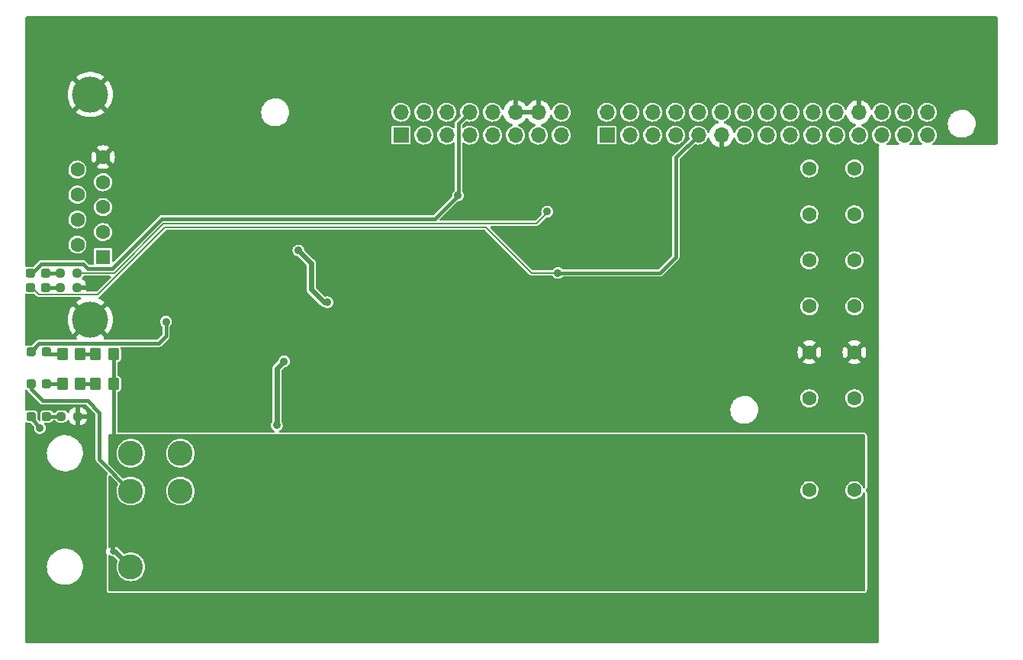
<source format=gtl>
G04 #@! TF.GenerationSoftware,KiCad,Pcbnew,(6.0.1)*
G04 #@! TF.CreationDate,2022-01-30T21:26:31+01:00*
G04 #@! TF.ProjectId,ARM_NUCLEO_HAT_1.0,41524d5f-4e55-4434-9c45-4f5f4841545f,rev?*
G04 #@! TF.SameCoordinates,Original*
G04 #@! TF.FileFunction,Copper,L1,Top*
G04 #@! TF.FilePolarity,Positive*
%FSLAX46Y46*%
G04 Gerber Fmt 4.6, Leading zero omitted, Abs format (unit mm)*
G04 Created by KiCad (PCBNEW (6.0.1)) date 2022-01-30 21:26:31*
%MOMM*%
%LPD*%
G01*
G04 APERTURE LIST*
G04 Aperture macros list*
%AMRoundRect*
0 Rectangle with rounded corners*
0 $1 Rounding radius*
0 $2 $3 $4 $5 $6 $7 $8 $9 X,Y pos of 4 corners*
0 Add a 4 corners polygon primitive as box body*
4,1,4,$2,$3,$4,$5,$6,$7,$8,$9,$2,$3,0*
0 Add four circle primitives for the rounded corners*
1,1,$1+$1,$2,$3*
1,1,$1+$1,$4,$5*
1,1,$1+$1,$6,$7*
1,1,$1+$1,$8,$9*
0 Add four rect primitives between the rounded corners*
20,1,$1+$1,$2,$3,$4,$5,0*
20,1,$1+$1,$4,$5,$6,$7,0*
20,1,$1+$1,$6,$7,$8,$9,0*
20,1,$1+$1,$8,$9,$2,$3,0*%
G04 Aperture macros list end*
G04 #@! TA.AperFunction,SMDPad,CuDef*
%ADD10RoundRect,0.237500X-0.250000X-0.237500X0.250000X-0.237500X0.250000X0.237500X-0.250000X0.237500X0*%
G04 #@! TD*
G04 #@! TA.AperFunction,SMDPad,CuDef*
%ADD11RoundRect,0.250000X0.350000X0.450000X-0.350000X0.450000X-0.350000X-0.450000X0.350000X-0.450000X0*%
G04 #@! TD*
G04 #@! TA.AperFunction,SMDPad,CuDef*
%ADD12RoundRect,0.237500X0.287500X0.237500X-0.287500X0.237500X-0.287500X-0.237500X0.287500X-0.237500X0*%
G04 #@! TD*
G04 #@! TA.AperFunction,SMDPad,CuDef*
%ADD13C,0.500000*%
G04 #@! TD*
G04 #@! TA.AperFunction,ComponentPad*
%ADD14C,1.600000*%
G04 #@! TD*
G04 #@! TA.AperFunction,ComponentPad*
%ADD15C,4.000000*%
G04 #@! TD*
G04 #@! TA.AperFunction,ComponentPad*
%ADD16R,1.600000X1.600000*%
G04 #@! TD*
G04 #@! TA.AperFunction,ComponentPad*
%ADD17C,2.775000*%
G04 #@! TD*
G04 #@! TA.AperFunction,ComponentPad*
%ADD18R,1.700000X1.700000*%
G04 #@! TD*
G04 #@! TA.AperFunction,ComponentPad*
%ADD19O,1.700000X1.700000*%
G04 #@! TD*
G04 #@! TA.AperFunction,ViaPad*
%ADD20C,0.900000*%
G04 #@! TD*
G04 #@! TA.AperFunction,Conductor*
%ADD21C,0.400000*%
G04 #@! TD*
G04 #@! TA.AperFunction,Conductor*
%ADD22C,0.600000*%
G04 #@! TD*
G04 #@! TA.AperFunction,Conductor*
%ADD23C,0.200000*%
G04 #@! TD*
G04 APERTURE END LIST*
G36*
X130750000Y-174600000D02*
G01*
X130250000Y-174600000D01*
X130250000Y-173600000D01*
X130750000Y-173600000D01*
X130750000Y-174600000D01*
G37*
D10*
X124787500Y-159600000D03*
X126612500Y-159600000D03*
X124687500Y-145300000D03*
X126512500Y-145300000D03*
D11*
X126900000Y-152700000D03*
X124900000Y-152700000D03*
X126900000Y-156000000D03*
X124900000Y-156000000D03*
X130600000Y-152700000D03*
X128600000Y-152700000D03*
D12*
X123075000Y-145300000D03*
X121325000Y-145300000D03*
D11*
X130600000Y-156000000D03*
X128600000Y-156000000D03*
D12*
X123175000Y-156000000D03*
X121425000Y-156000000D03*
X123075000Y-143700000D03*
X121325000Y-143700000D03*
X123175000Y-152400000D03*
X121425000Y-152400000D03*
D13*
X130500000Y-174600000D03*
X130500000Y-173600000D03*
D10*
X124687500Y-143700000D03*
X126512500Y-143700000D03*
D12*
X123175000Y-159600000D03*
X121425000Y-159600000D03*
D14*
X207800000Y-162700000D03*
X212800000Y-162700000D03*
X207800000Y-167800000D03*
X212800000Y-167800000D03*
X212800000Y-157600000D03*
X207800000Y-157600000D03*
X207800000Y-152500000D03*
X212800000Y-152500000D03*
D15*
X127990000Y-148890000D03*
X127990000Y-123890000D03*
D16*
X129410000Y-141930000D03*
D14*
X129410000Y-139160000D03*
X129410000Y-136390000D03*
X129410000Y-133620000D03*
X129410000Y-130850000D03*
X126570000Y-140545000D03*
X126570000Y-137775000D03*
X126570000Y-135005000D03*
X126570000Y-132235000D03*
X207800000Y-142300000D03*
X212800000Y-142300000D03*
D17*
X132496000Y-163700000D03*
X132496000Y-167900000D03*
X132496000Y-172100000D03*
X132496000Y-176300000D03*
X137996000Y-163700000D03*
X137996000Y-167900000D03*
X137996000Y-172100000D03*
X137996000Y-176300000D03*
D14*
X212800000Y-137200000D03*
X207800000Y-137200000D03*
D18*
X162480000Y-128400000D03*
D19*
X162480000Y-125860000D03*
X165020000Y-128400000D03*
X165020000Y-125860000D03*
X167560000Y-128400000D03*
X167560000Y-125860000D03*
X170100000Y-128400000D03*
X170100000Y-125860000D03*
X172640000Y-128400000D03*
X172640000Y-125860000D03*
X175180000Y-128400000D03*
X175180000Y-125860000D03*
X177720000Y-128400000D03*
X177720000Y-125860000D03*
X180260000Y-128400000D03*
X180260000Y-125860000D03*
D14*
X212800000Y-132100000D03*
X207800000Y-132100000D03*
X212800000Y-147400000D03*
X207800000Y-147400000D03*
D18*
X185330000Y-128400000D03*
D19*
X185330000Y-125860000D03*
X187870000Y-128400000D03*
X187870000Y-125860000D03*
X190410000Y-128400000D03*
X190410000Y-125860000D03*
X192950000Y-128400000D03*
X192950000Y-125860000D03*
X195490000Y-128400000D03*
X195490000Y-125860000D03*
X198030000Y-128400000D03*
X198030000Y-125860000D03*
X200570000Y-128400000D03*
X200570000Y-125860000D03*
X203110000Y-128400000D03*
X203110000Y-125860000D03*
X205650000Y-128400000D03*
X205650000Y-125860000D03*
X208190000Y-128400000D03*
X208190000Y-125860000D03*
X210730000Y-128400000D03*
X210730000Y-125860000D03*
X213270000Y-128400000D03*
X213270000Y-125860000D03*
X215810000Y-128400000D03*
X215810000Y-125860000D03*
X218350000Y-128400000D03*
X218350000Y-125860000D03*
X220890000Y-128400000D03*
X220890000Y-125860000D03*
D20*
X124400000Y-182000000D03*
X123300000Y-182700000D03*
X122200000Y-183400000D03*
X124400000Y-183400000D03*
X122200000Y-182000000D03*
X211000000Y-151400000D03*
X159400000Y-140200000D03*
X160500000Y-140900000D03*
X161600000Y-141600000D03*
X142700000Y-147400000D03*
X123200000Y-149000000D03*
X194300000Y-143300000D03*
X122000000Y-117900000D03*
X129300000Y-176300000D03*
X159400000Y-141600000D03*
X153100000Y-158500000D03*
X128400000Y-144800000D03*
X144900000Y-148800000D03*
X161600000Y-140200000D03*
X214200000Y-181900000D03*
X214200000Y-183300000D03*
X144900000Y-147400000D03*
X225400000Y-116500000D03*
X143800000Y-148100000D03*
X209600000Y-153600000D03*
X196500000Y-143300000D03*
X210300000Y-152500000D03*
X184000500Y-142199312D03*
X124300000Y-148300000D03*
X122100000Y-148300000D03*
X124200000Y-117900000D03*
X227600000Y-116500000D03*
X227600000Y-117900000D03*
X153400000Y-150100000D03*
X151200000Y-150100000D03*
X151200000Y-151500000D03*
X123100000Y-117200000D03*
X209600000Y-151400000D03*
X150200000Y-158250980D03*
X211000000Y-153600000D03*
X195400000Y-144000000D03*
X142700000Y-148800000D03*
X128200000Y-176300000D03*
X212000000Y-183300000D03*
X122100000Y-149700000D03*
X152300000Y-150800000D03*
X124200000Y-116500000D03*
X225400000Y-117900000D03*
X124300000Y-149700000D03*
X213100000Y-182600000D03*
X122000000Y-116500000D03*
X196500000Y-144700000D03*
X212000000Y-181900000D03*
X226500000Y-117200000D03*
X153400000Y-151500000D03*
X194300000Y-144700000D03*
X148700000Y-160600000D03*
X149500000Y-153500000D03*
X122400000Y-160900000D03*
X179900000Y-143700000D03*
X168800000Y-135100000D03*
X136400000Y-149100000D03*
X154300000Y-146949500D03*
X151100000Y-141200000D03*
X178700000Y-136900000D03*
D21*
X121425000Y-156625000D02*
X121425000Y-156000000D01*
X129000000Y-159200000D02*
X127700000Y-157900000D01*
X129000000Y-164404000D02*
X129000000Y-159200000D01*
X132496000Y-167900000D02*
X129000000Y-164404000D01*
X127700000Y-157900000D02*
X122700000Y-157900000D01*
X122700000Y-157900000D02*
X121425000Y-156625000D01*
X121425000Y-159825000D02*
X121425000Y-159600000D01*
X122400000Y-160800000D02*
X121425000Y-159825000D01*
X122400000Y-160900000D02*
X122400000Y-160800000D01*
X123475000Y-152700000D02*
X123175000Y-152400000D01*
X124900000Y-152700000D02*
X123475000Y-152700000D01*
X128600000Y-156000000D02*
X126900000Y-156000000D01*
X124900000Y-156000000D02*
X123175000Y-156000000D01*
X124787500Y-159600000D02*
X123175000Y-159600000D01*
D22*
X130500000Y-174600000D02*
X130796000Y-174600000D01*
X130796000Y-174600000D02*
X132496000Y-176300000D01*
D21*
X128600000Y-152700000D02*
X126900000Y-152700000D01*
D22*
X130996000Y-173600000D02*
X132496000Y-172100000D01*
X130500000Y-173600000D02*
X130996000Y-173600000D01*
D21*
X130600000Y-153400000D02*
X130600000Y-162000000D01*
D22*
X148700000Y-154300000D02*
X148700000Y-160600000D01*
X149500000Y-153500000D02*
X148700000Y-154300000D01*
D21*
X131778077Y-167182077D02*
X131617923Y-167182077D01*
X123275000Y-145300000D02*
X124887500Y-145300000D01*
D23*
X136300960Y-138599040D02*
X128825480Y-146074520D01*
D21*
X193000000Y-141900000D02*
X193000000Y-130890000D01*
X191200000Y-143700000D02*
X193000000Y-141900000D01*
D23*
X179900000Y-143700000D02*
X177000000Y-143700000D01*
X128825480Y-146074520D02*
X122299520Y-146074520D01*
D21*
X193000000Y-130890000D02*
X195490000Y-128400000D01*
D23*
X177000000Y-143700000D02*
X171899040Y-138599040D01*
X171899040Y-138599040D02*
X136300960Y-138599040D01*
D21*
X179900000Y-143700000D02*
X191200000Y-143700000D01*
D23*
X122299520Y-146074520D02*
X121525000Y-145300000D01*
D21*
X168850489Y-127109511D02*
X168850489Y-135049511D01*
X130428567Y-143200000D02*
X127700000Y-143200000D01*
X166200000Y-137700000D02*
X135928567Y-137700000D01*
X168850489Y-135049511D02*
X166200000Y-137700000D01*
X127200000Y-142700000D02*
X122525000Y-142700000D01*
X122525000Y-142700000D02*
X121525000Y-143700000D01*
X170100000Y-125860000D02*
X168850489Y-127109511D01*
X127700000Y-143200000D02*
X127200000Y-142700000D01*
X135928567Y-137700000D02*
X130428567Y-143200000D01*
X135600000Y-151500000D02*
X122325000Y-151500000D01*
X136400000Y-149100000D02*
X136400000Y-150700000D01*
X122325000Y-151500000D02*
X121425000Y-152400000D01*
X136400000Y-150700000D02*
X135600000Y-151500000D01*
D22*
X152500000Y-142600000D02*
X152500000Y-145500000D01*
X153949500Y-146949500D02*
X154300000Y-146949500D01*
X152500000Y-145500000D02*
X153949500Y-146949500D01*
X151100000Y-141200000D02*
X152500000Y-142600000D01*
D21*
X123275000Y-143700000D02*
X124887500Y-143700000D01*
D23*
X136135475Y-138199520D02*
X177500480Y-138199520D01*
X130635474Y-143699520D02*
X136135475Y-138199520D01*
X177500480Y-138199520D02*
X178700000Y-137000000D01*
X178700000Y-137000000D02*
X178700000Y-136900000D01*
X126712500Y-143700000D02*
X126712980Y-143699520D01*
X126712980Y-143699520D02*
X130635474Y-143699520D01*
G04 #@! TA.AperFunction,Conductor*
G36*
X228536953Y-115220002D02*
G01*
X228548766Y-115228601D01*
X228617514Y-115285021D01*
X228634979Y-115302486D01*
X228691399Y-115371234D01*
X228719153Y-115436582D01*
X228720000Y-115451168D01*
X228720000Y-129228832D01*
X228699998Y-129296953D01*
X228691399Y-129308766D01*
X228634979Y-129377514D01*
X228617514Y-129394979D01*
X228548766Y-129451399D01*
X228483418Y-129479153D01*
X228468832Y-129480000D01*
X221579963Y-129480000D01*
X221511842Y-129459998D01*
X221465349Y-129406342D01*
X221455245Y-129336068D01*
X221484739Y-129271488D01*
X221502390Y-129254711D01*
X221613095Y-129168219D01*
X221613101Y-129168213D01*
X221617951Y-129164424D01*
X221675992Y-129097183D01*
X221748540Y-129013134D01*
X221748540Y-129013133D01*
X221752564Y-129008472D01*
X221773387Y-128971818D01*
X221791056Y-128940714D01*
X221854323Y-128829344D01*
X221919351Y-128633863D01*
X221945171Y-128429474D01*
X221945583Y-128400000D01*
X221925480Y-128194970D01*
X221865935Y-127997749D01*
X221769218Y-127815849D01*
X221660232Y-127682219D01*
X221642906Y-127660975D01*
X221642903Y-127660972D01*
X221639011Y-127656200D01*
X221607076Y-127629781D01*
X221485025Y-127528811D01*
X221485021Y-127528809D01*
X221480275Y-127524882D01*
X221299055Y-127426897D01*
X221102254Y-127365977D01*
X221096129Y-127365333D01*
X221096128Y-127365333D01*
X220903498Y-127345087D01*
X220903496Y-127345087D01*
X220897369Y-127344443D01*
X220810529Y-127352346D01*
X220698342Y-127362555D01*
X220698339Y-127362556D01*
X220692203Y-127363114D01*
X220494572Y-127421280D01*
X220312002Y-127516726D01*
X220307201Y-127520586D01*
X220307198Y-127520588D01*
X220274688Y-127546727D01*
X220151447Y-127645815D01*
X220019024Y-127803630D01*
X220016056Y-127809028D01*
X220016053Y-127809033D01*
X219963974Y-127903766D01*
X219919776Y-127984162D01*
X219857484Y-128180532D01*
X219856798Y-128186649D01*
X219856797Y-128186653D01*
X219835207Y-128379137D01*
X219834520Y-128385262D01*
X219835036Y-128391406D01*
X219849450Y-128563051D01*
X219851759Y-128590553D01*
X219853458Y-128596478D01*
X219899395Y-128756678D01*
X219908544Y-128788586D01*
X219911359Y-128794063D01*
X219911360Y-128794066D01*
X219999897Y-128966341D01*
X220002712Y-128971818D01*
X220130677Y-129133270D01*
X220135370Y-129137264D01*
X220135371Y-129137265D01*
X220277289Y-129258046D01*
X220316202Y-129317429D01*
X220316833Y-129388422D01*
X220278982Y-129448487D01*
X220214665Y-129478553D01*
X220195626Y-129480000D01*
X219039963Y-129480000D01*
X218971842Y-129459998D01*
X218925349Y-129406342D01*
X218915245Y-129336068D01*
X218944739Y-129271488D01*
X218962390Y-129254711D01*
X219073095Y-129168219D01*
X219073101Y-129168213D01*
X219077951Y-129164424D01*
X219135992Y-129097183D01*
X219208540Y-129013134D01*
X219208540Y-129013133D01*
X219212564Y-129008472D01*
X219233387Y-128971818D01*
X219251056Y-128940714D01*
X219314323Y-128829344D01*
X219379351Y-128633863D01*
X219405171Y-128429474D01*
X219405583Y-128400000D01*
X219385480Y-128194970D01*
X219325935Y-127997749D01*
X219229218Y-127815849D01*
X219120232Y-127682219D01*
X219102906Y-127660975D01*
X219102903Y-127660972D01*
X219099011Y-127656200D01*
X219067076Y-127629781D01*
X218945025Y-127528811D01*
X218945021Y-127528809D01*
X218940275Y-127524882D01*
X218759055Y-127426897D01*
X218562254Y-127365977D01*
X218556129Y-127365333D01*
X218556128Y-127365333D01*
X218363498Y-127345087D01*
X218363496Y-127345087D01*
X218357369Y-127344443D01*
X218270529Y-127352346D01*
X218158342Y-127362555D01*
X218158339Y-127362556D01*
X218152203Y-127363114D01*
X217954572Y-127421280D01*
X217772002Y-127516726D01*
X217767201Y-127520586D01*
X217767198Y-127520588D01*
X217734688Y-127546727D01*
X217611447Y-127645815D01*
X217479024Y-127803630D01*
X217476056Y-127809028D01*
X217476053Y-127809033D01*
X217423974Y-127903766D01*
X217379776Y-127984162D01*
X217317484Y-128180532D01*
X217316798Y-128186649D01*
X217316797Y-128186653D01*
X217295207Y-128379137D01*
X217294520Y-128385262D01*
X217295036Y-128391406D01*
X217309450Y-128563051D01*
X217311759Y-128590553D01*
X217313458Y-128596478D01*
X217359395Y-128756678D01*
X217368544Y-128788586D01*
X217371359Y-128794063D01*
X217371360Y-128794066D01*
X217459897Y-128966341D01*
X217462712Y-128971818D01*
X217590677Y-129133270D01*
X217595370Y-129137264D01*
X217595371Y-129137265D01*
X217737289Y-129258046D01*
X217776202Y-129317429D01*
X217776833Y-129388422D01*
X217738982Y-129448487D01*
X217674665Y-129478553D01*
X217655626Y-129480000D01*
X216499963Y-129480000D01*
X216431842Y-129459998D01*
X216385349Y-129406342D01*
X216375245Y-129336068D01*
X216404739Y-129271488D01*
X216422390Y-129254711D01*
X216533095Y-129168219D01*
X216533101Y-129168213D01*
X216537951Y-129164424D01*
X216595992Y-129097183D01*
X216668540Y-129013134D01*
X216668540Y-129013133D01*
X216672564Y-129008472D01*
X216693387Y-128971818D01*
X216711056Y-128940714D01*
X216774323Y-128829344D01*
X216839351Y-128633863D01*
X216865171Y-128429474D01*
X216865583Y-128400000D01*
X216845480Y-128194970D01*
X216785935Y-127997749D01*
X216689218Y-127815849D01*
X216580232Y-127682219D01*
X216562906Y-127660975D01*
X216562903Y-127660972D01*
X216559011Y-127656200D01*
X216527076Y-127629781D01*
X216405025Y-127528811D01*
X216405021Y-127528809D01*
X216400275Y-127524882D01*
X216219055Y-127426897D01*
X216022254Y-127365977D01*
X216016129Y-127365333D01*
X216016128Y-127365333D01*
X215823498Y-127345087D01*
X215823496Y-127345087D01*
X215817369Y-127344443D01*
X215730529Y-127352346D01*
X215618342Y-127362555D01*
X215618339Y-127362556D01*
X215612203Y-127363114D01*
X215414572Y-127421280D01*
X215232002Y-127516726D01*
X215227201Y-127520586D01*
X215227198Y-127520588D01*
X215194688Y-127546727D01*
X215071447Y-127645815D01*
X214939024Y-127803630D01*
X214936056Y-127809028D01*
X214936053Y-127809033D01*
X214883974Y-127903766D01*
X214839776Y-127984162D01*
X214777484Y-128180532D01*
X214776798Y-128186649D01*
X214776797Y-128186653D01*
X214755207Y-128379137D01*
X214754520Y-128385262D01*
X214755036Y-128391406D01*
X214769450Y-128563051D01*
X214771759Y-128590553D01*
X214773458Y-128596478D01*
X214819395Y-128756678D01*
X214828544Y-128788586D01*
X214831359Y-128794063D01*
X214831360Y-128794066D01*
X214919897Y-128966341D01*
X214922712Y-128971818D01*
X215050677Y-129133270D01*
X215055370Y-129137264D01*
X215055371Y-129137265D01*
X215197289Y-129258046D01*
X215207564Y-129266791D01*
X215212942Y-129269797D01*
X215212944Y-129269798D01*
X215243387Y-129286812D01*
X215387398Y-129367297D01*
X215482876Y-129398320D01*
X215541481Y-129438392D01*
X215569118Y-129503789D01*
X215557379Y-129572991D01*
X215554168Y-129579634D01*
X215545306Y-129590715D01*
X215542127Y-129604541D01*
X215539912Y-129609123D01*
X215537339Y-129616449D01*
X215536201Y-129621420D01*
X215530035Y-129634202D01*
X215530015Y-129657213D01*
X215528003Y-129657211D01*
X215527988Y-129657277D01*
X215530000Y-129657277D01*
X215530000Y-129674123D01*
X215529955Y-129725449D01*
X215525150Y-129725445D01*
X215525144Y-129725543D01*
X215530000Y-129725543D01*
X215530000Y-184548832D01*
X215509998Y-184616953D01*
X215501399Y-184628766D01*
X215444979Y-184697514D01*
X215427514Y-184714979D01*
X215358766Y-184771399D01*
X215293418Y-184799153D01*
X215278832Y-184800000D01*
X121031168Y-184800000D01*
X120963047Y-184779998D01*
X120951234Y-184771399D01*
X120882486Y-184714979D01*
X120865021Y-184697514D01*
X120808601Y-184628766D01*
X120780847Y-184563418D01*
X120780000Y-184548832D01*
X120780000Y-176237018D01*
X123175880Y-176237018D01*
X123176055Y-176241470D01*
X123178355Y-176300000D01*
X123183176Y-176422691D01*
X123187000Y-176520029D01*
X123237885Y-176798650D01*
X123327521Y-177067322D01*
X123329513Y-177071309D01*
X123329514Y-177071311D01*
X123410897Y-177234184D01*
X123454118Y-177320684D01*
X123615152Y-177553680D01*
X123807408Y-177761662D01*
X123810862Y-177764474D01*
X124023595Y-177937665D01*
X124023599Y-177937668D01*
X124027052Y-177940479D01*
X124030874Y-177942780D01*
X124191069Y-178039225D01*
X124269700Y-178086565D01*
X124391544Y-178138159D01*
X124526412Y-178195269D01*
X124526415Y-178195270D01*
X124530510Y-178197004D01*
X124534802Y-178198142D01*
X124534805Y-178198143D01*
X124799983Y-178268454D01*
X124799987Y-178268455D01*
X124804280Y-178269593D01*
X124808689Y-178270115D01*
X124808695Y-178270116D01*
X124965502Y-178288675D01*
X125085546Y-178302883D01*
X125368697Y-178296210D01*
X125373091Y-178295479D01*
X125373098Y-178295478D01*
X125643681Y-178250441D01*
X125643685Y-178250440D01*
X125648083Y-178249708D01*
X125825348Y-178193646D01*
X125913884Y-178165646D01*
X125913886Y-178165645D01*
X125918130Y-178164303D01*
X125922141Y-178162377D01*
X125922146Y-178162375D01*
X126169430Y-178043631D01*
X126169431Y-178043630D01*
X126173449Y-178041701D01*
X126329149Y-177937665D01*
X126405237Y-177886825D01*
X126405241Y-177886822D01*
X126408945Y-177884347D01*
X126412262Y-177881376D01*
X126412266Y-177881373D01*
X126616604Y-177698353D01*
X126616605Y-177698352D01*
X126619922Y-177695381D01*
X126802167Y-177478573D01*
X126952046Y-177238250D01*
X127027613Y-177067322D01*
X127064770Y-176983273D01*
X127066568Y-176979206D01*
X127143448Y-176706611D01*
X127181152Y-176425902D01*
X127185109Y-176300000D01*
X127165105Y-176017478D01*
X127152665Y-175959693D01*
X127106430Y-175744939D01*
X127106429Y-175744937D01*
X127105494Y-175740592D01*
X127007463Y-175474869D01*
X126958511Y-175384145D01*
X126875083Y-175229525D01*
X126872970Y-175225609D01*
X126704697Y-174997786D01*
X126689963Y-174982818D01*
X126594978Y-174886330D01*
X126506002Y-174795946D01*
X126365995Y-174689095D01*
X126284392Y-174626817D01*
X126284388Y-174626814D01*
X126280851Y-174624115D01*
X126033734Y-174485723D01*
X125769583Y-174383531D01*
X125765258Y-174382528D01*
X125765253Y-174382527D01*
X125605649Y-174345533D01*
X125493668Y-174319577D01*
X125211495Y-174295138D01*
X125207060Y-174295382D01*
X125207056Y-174295382D01*
X124933136Y-174310457D01*
X124933129Y-174310458D01*
X124928693Y-174310702D01*
X124650906Y-174365957D01*
X124383675Y-174459802D01*
X124132333Y-174590364D01*
X124128718Y-174592947D01*
X124128712Y-174592951D01*
X123905516Y-174752449D01*
X123905512Y-174752452D01*
X123901895Y-174755037D01*
X123696959Y-174950537D01*
X123694203Y-174954032D01*
X123694202Y-174954034D01*
X123661931Y-174994970D01*
X123521613Y-175172962D01*
X123500862Y-175208688D01*
X123381591Y-175414027D01*
X123381588Y-175414033D01*
X123379357Y-175417874D01*
X123377687Y-175421997D01*
X123357859Y-175470951D01*
X123273028Y-175680387D01*
X123271957Y-175684700D01*
X123271955Y-175684705D01*
X123258365Y-175739416D01*
X123204748Y-175955263D01*
X123204294Y-175959691D01*
X123204294Y-175959693D01*
X123197917Y-176021930D01*
X123175880Y-176237018D01*
X120780000Y-176237018D01*
X120780000Y-163637018D01*
X123175880Y-163637018D01*
X123176055Y-163641470D01*
X123178355Y-163700000D01*
X123183176Y-163822691D01*
X123187000Y-163920029D01*
X123187800Y-163924409D01*
X123235560Y-164185917D01*
X123237885Y-164198650D01*
X123327521Y-164467322D01*
X123329513Y-164471309D01*
X123329514Y-164471311D01*
X123410897Y-164634184D01*
X123454118Y-164720684D01*
X123615152Y-164953680D01*
X123807408Y-165161662D01*
X123810862Y-165164474D01*
X124023595Y-165337665D01*
X124023599Y-165337668D01*
X124027052Y-165340479D01*
X124030874Y-165342780D01*
X124191069Y-165439225D01*
X124269700Y-165486565D01*
X124391544Y-165538159D01*
X124526412Y-165595269D01*
X124526415Y-165595270D01*
X124530510Y-165597004D01*
X124534802Y-165598142D01*
X124534805Y-165598143D01*
X124799983Y-165668454D01*
X124799987Y-165668455D01*
X124804280Y-165669593D01*
X124808689Y-165670115D01*
X124808695Y-165670116D01*
X124965502Y-165688675D01*
X125085546Y-165702883D01*
X125368697Y-165696210D01*
X125373091Y-165695479D01*
X125373098Y-165695478D01*
X125643681Y-165650441D01*
X125643685Y-165650440D01*
X125648083Y-165649708D01*
X125825348Y-165593646D01*
X125913884Y-165565646D01*
X125913886Y-165565645D01*
X125918130Y-165564303D01*
X125922141Y-165562377D01*
X125922146Y-165562375D01*
X126169430Y-165443631D01*
X126169431Y-165443630D01*
X126173449Y-165441701D01*
X126329149Y-165337665D01*
X126405237Y-165286825D01*
X126405241Y-165286822D01*
X126408945Y-165284347D01*
X126412262Y-165281376D01*
X126412266Y-165281373D01*
X126616604Y-165098353D01*
X126616605Y-165098352D01*
X126619922Y-165095381D01*
X126802167Y-164878573D01*
X126952046Y-164638250D01*
X126954146Y-164633502D01*
X127064770Y-164383273D01*
X127066568Y-164379206D01*
X127143448Y-164106611D01*
X127181152Y-163825902D01*
X127185109Y-163700000D01*
X127165105Y-163417478D01*
X127152665Y-163359693D01*
X127106430Y-163144939D01*
X127106429Y-163144937D01*
X127105494Y-163140592D01*
X127007463Y-162874869D01*
X126872970Y-162625609D01*
X126704697Y-162397786D01*
X126506002Y-162195946D01*
X126449008Y-162152449D01*
X126284392Y-162026817D01*
X126284388Y-162026814D01*
X126280851Y-162024115D01*
X126033734Y-161885723D01*
X125769583Y-161783531D01*
X125765258Y-161782528D01*
X125765253Y-161782527D01*
X125654401Y-161756833D01*
X125493668Y-161719577D01*
X125211495Y-161695138D01*
X125207060Y-161695382D01*
X125207056Y-161695382D01*
X124933136Y-161710457D01*
X124933129Y-161710458D01*
X124928693Y-161710702D01*
X124650906Y-161765957D01*
X124383675Y-161859802D01*
X124132333Y-161990364D01*
X124128718Y-161992947D01*
X124128712Y-161992951D01*
X123905516Y-162152449D01*
X123905512Y-162152452D01*
X123901895Y-162155037D01*
X123696959Y-162350537D01*
X123521613Y-162572962D01*
X123519376Y-162576814D01*
X123381591Y-162814027D01*
X123381588Y-162814033D01*
X123379357Y-162817874D01*
X123377687Y-162821997D01*
X123357859Y-162870951D01*
X123273028Y-163080387D01*
X123271957Y-163084700D01*
X123271955Y-163084705D01*
X123258073Y-163140592D01*
X123204748Y-163355263D01*
X123204294Y-163359691D01*
X123204294Y-163359693D01*
X123197917Y-163421930D01*
X123175880Y-163637018D01*
X120780000Y-163637018D01*
X120780000Y-160353995D01*
X120800002Y-160285874D01*
X120853658Y-160239381D01*
X120923932Y-160229277D01*
X120947746Y-160235112D01*
X121054500Y-160272601D01*
X121062144Y-160273324D01*
X121062146Y-160273324D01*
X121070121Y-160274078D01*
X121085167Y-160275500D01*
X121256917Y-160275500D01*
X121325038Y-160295502D01*
X121346012Y-160312405D01*
X121721993Y-160688386D01*
X121756019Y-160750698D01*
X121757820Y-160793924D01*
X121744758Y-160893138D01*
X121762035Y-161049633D01*
X121816143Y-161197490D01*
X121820380Y-161203796D01*
X121820382Y-161203799D01*
X121850901Y-161249215D01*
X121903958Y-161328172D01*
X121924693Y-161347039D01*
X122011590Y-161426109D01*
X122020410Y-161434135D01*
X122027085Y-161437759D01*
X122152099Y-161505637D01*
X122152101Y-161505638D01*
X122158776Y-161509262D01*
X122166125Y-161511190D01*
X122303719Y-161547287D01*
X122303721Y-161547287D01*
X122311069Y-161549215D01*
X122394380Y-161550524D01*
X122460898Y-161551569D01*
X122460901Y-161551569D01*
X122468495Y-161551688D01*
X122621968Y-161516538D01*
X122762625Y-161445795D01*
X122823817Y-161393532D01*
X122876574Y-161348474D01*
X122876576Y-161348471D01*
X122882348Y-161343542D01*
X122974224Y-161215683D01*
X123032950Y-161069598D01*
X123055134Y-160913723D01*
X123055278Y-160900000D01*
X123036363Y-160743694D01*
X123015464Y-160688386D01*
X122983394Y-160603514D01*
X122983393Y-160603511D01*
X122980710Y-160596412D01*
X122959042Y-160564885D01*
X122895800Y-160472868D01*
X122873700Y-160405398D01*
X122891585Y-160336691D01*
X122943777Y-160288561D01*
X122999640Y-160275500D01*
X123502792Y-160275499D01*
X123514832Y-160275499D01*
X123517782Y-160275220D01*
X123517787Y-160275220D01*
X123537850Y-160273324D01*
X123537851Y-160273324D01*
X123545500Y-160272601D01*
X123552748Y-160270056D01*
X123552751Y-160270055D01*
X123660879Y-160232083D01*
X123660881Y-160232082D01*
X123669768Y-160228961D01*
X123677343Y-160223366D01*
X123677345Y-160223365D01*
X123768140Y-160156303D01*
X123775711Y-160150711D01*
X123781303Y-160143140D01*
X123781307Y-160143136D01*
X123848886Y-160051641D01*
X123905447Y-160008730D01*
X123950237Y-160000500D01*
X124049763Y-160000500D01*
X124117884Y-160020502D01*
X124151114Y-160051641D01*
X124218693Y-160143136D01*
X124218697Y-160143140D01*
X124224289Y-160150711D01*
X124231860Y-160156303D01*
X124322655Y-160223365D01*
X124322657Y-160223366D01*
X124330232Y-160228961D01*
X124339119Y-160232082D01*
X124339121Y-160232083D01*
X124447252Y-160270056D01*
X124447254Y-160270057D01*
X124454500Y-160272601D01*
X124462144Y-160273324D01*
X124462146Y-160273324D01*
X124470121Y-160274078D01*
X124485167Y-160275500D01*
X124787347Y-160275500D01*
X125089832Y-160275499D01*
X125092782Y-160275220D01*
X125092787Y-160275220D01*
X125112850Y-160273324D01*
X125112851Y-160273324D01*
X125120500Y-160272601D01*
X125127748Y-160270056D01*
X125127751Y-160270055D01*
X125235879Y-160232083D01*
X125235881Y-160232082D01*
X125244768Y-160228961D01*
X125252343Y-160223366D01*
X125252345Y-160223365D01*
X125343140Y-160156303D01*
X125350711Y-160150711D01*
X125364363Y-160132228D01*
X125423362Y-160052349D01*
X125423363Y-160052347D01*
X125423968Y-160051528D01*
X125423971Y-160051525D01*
X125428961Y-160044768D01*
X125429888Y-160045453D01*
X125473143Y-160001066D01*
X125542316Y-159985079D01*
X125609151Y-160009029D01*
X125654475Y-160070987D01*
X125680485Y-160148948D01*
X125686653Y-160162115D01*
X125770426Y-160297492D01*
X125779460Y-160308890D01*
X125892129Y-160421363D01*
X125903540Y-160430375D01*
X126039063Y-160513912D01*
X126052241Y-160520056D01*
X126203766Y-160570315D01*
X126217132Y-160573181D01*
X126309770Y-160582672D01*
X126316185Y-160583000D01*
X126340385Y-160583000D01*
X126355624Y-160578525D01*
X126356829Y-160577135D01*
X126358500Y-160569452D01*
X126358500Y-160564885D01*
X126866500Y-160564885D01*
X126870975Y-160580124D01*
X126872365Y-160581329D01*
X126880048Y-160583000D01*
X126908766Y-160583000D01*
X126915282Y-160582663D01*
X127009132Y-160572925D01*
X127022528Y-160570032D01*
X127173953Y-160519512D01*
X127187115Y-160513347D01*
X127322492Y-160429574D01*
X127333890Y-160420540D01*
X127446363Y-160307871D01*
X127455375Y-160296460D01*
X127538912Y-160160937D01*
X127545056Y-160147759D01*
X127595315Y-159996234D01*
X127598181Y-159982868D01*
X127607672Y-159890230D01*
X127608000Y-159883815D01*
X127608000Y-159872115D01*
X127603525Y-159856876D01*
X127602135Y-159855671D01*
X127594452Y-159854000D01*
X126884615Y-159854000D01*
X126869376Y-159858475D01*
X126868171Y-159859865D01*
X126866500Y-159867548D01*
X126866500Y-160564885D01*
X126358500Y-160564885D01*
X126358500Y-159327885D01*
X126866500Y-159327885D01*
X126870975Y-159343124D01*
X126872365Y-159344329D01*
X126880048Y-159346000D01*
X127589885Y-159346000D01*
X127605124Y-159341525D01*
X127606329Y-159340135D01*
X127608000Y-159332452D01*
X127608000Y-159316234D01*
X127607663Y-159309718D01*
X127597925Y-159215868D01*
X127595032Y-159202472D01*
X127544512Y-159051047D01*
X127538347Y-159037885D01*
X127454574Y-158902508D01*
X127445540Y-158891110D01*
X127332871Y-158778637D01*
X127321460Y-158769625D01*
X127185937Y-158686088D01*
X127172759Y-158679944D01*
X127021234Y-158629685D01*
X127007868Y-158626819D01*
X126915230Y-158617328D01*
X126908815Y-158617000D01*
X126884615Y-158617000D01*
X126869376Y-158621475D01*
X126868171Y-158622865D01*
X126866500Y-158630548D01*
X126866500Y-159327885D01*
X126358500Y-159327885D01*
X126358500Y-158635115D01*
X126354025Y-158619876D01*
X126352635Y-158618671D01*
X126344952Y-158617000D01*
X126316234Y-158617000D01*
X126309718Y-158617337D01*
X126215868Y-158627075D01*
X126202472Y-158629968D01*
X126051047Y-158680488D01*
X126037885Y-158686653D01*
X125902508Y-158770426D01*
X125891110Y-158779460D01*
X125778637Y-158892129D01*
X125769625Y-158903540D01*
X125686088Y-159039063D01*
X125679944Y-159052240D01*
X125654548Y-159128807D01*
X125614118Y-159187167D01*
X125548554Y-159214404D01*
X125478672Y-159201871D01*
X125430068Y-159154414D01*
X125428961Y-159155232D01*
X125423932Y-159148423D01*
X125423931Y-159148422D01*
X125350711Y-159049289D01*
X125318289Y-159025342D01*
X125252345Y-158976635D01*
X125252343Y-158976634D01*
X125244768Y-158971039D01*
X125235881Y-158967918D01*
X125235879Y-158967917D01*
X125127748Y-158929944D01*
X125127746Y-158929943D01*
X125120500Y-158927399D01*
X125112856Y-158926676D01*
X125112854Y-158926676D01*
X125104879Y-158925922D01*
X125089833Y-158924500D01*
X124787653Y-158924500D01*
X124485168Y-158924501D01*
X124482218Y-158924780D01*
X124482213Y-158924780D01*
X124462150Y-158926676D01*
X124462149Y-158926676D01*
X124454500Y-158927399D01*
X124447252Y-158929944D01*
X124447249Y-158929945D01*
X124339121Y-158967917D01*
X124339119Y-158967918D01*
X124330232Y-158971039D01*
X124322657Y-158976634D01*
X124322655Y-158976635D01*
X124256711Y-159025342D01*
X124224289Y-159049289D01*
X124218697Y-159056860D01*
X124218693Y-159056864D01*
X124151114Y-159148359D01*
X124094553Y-159191270D01*
X124049763Y-159199500D01*
X123950237Y-159199500D01*
X123882116Y-159179498D01*
X123848886Y-159148359D01*
X123781307Y-159056864D01*
X123781303Y-159056860D01*
X123775711Y-159049289D01*
X123743289Y-159025342D01*
X123677345Y-158976635D01*
X123677343Y-158976634D01*
X123669768Y-158971039D01*
X123660881Y-158967918D01*
X123660879Y-158967917D01*
X123552748Y-158929944D01*
X123552746Y-158929943D01*
X123545500Y-158927399D01*
X123537856Y-158926676D01*
X123537854Y-158926676D01*
X123529879Y-158925922D01*
X123514833Y-158924500D01*
X123175172Y-158924500D01*
X122835168Y-158924501D01*
X122832218Y-158924780D01*
X122832213Y-158924780D01*
X122812150Y-158926676D01*
X122812149Y-158926676D01*
X122804500Y-158927399D01*
X122797252Y-158929944D01*
X122797249Y-158929945D01*
X122689121Y-158967917D01*
X122689119Y-158967918D01*
X122680232Y-158971039D01*
X122672657Y-158976634D01*
X122672655Y-158976635D01*
X122606711Y-159025342D01*
X122574289Y-159049289D01*
X122568697Y-159056860D01*
X122502500Y-159146485D01*
X122496039Y-159155232D01*
X122492918Y-159164119D01*
X122492917Y-159164121D01*
X122481366Y-159197014D01*
X122452399Y-159279500D01*
X122449500Y-159310167D01*
X122449501Y-159889832D01*
X122452399Y-159920500D01*
X122454944Y-159927748D01*
X122454945Y-159927751D01*
X122466842Y-159961627D01*
X122470541Y-160032527D01*
X122435322Y-160094172D01*
X122372365Y-160126990D01*
X122301661Y-160120561D01*
X122258865Y-160092471D01*
X122184284Y-160017890D01*
X122150258Y-159955578D01*
X122147938Y-159916938D01*
X122150221Y-159892783D01*
X122150500Y-159889833D01*
X122150499Y-159310168D01*
X122147601Y-159279500D01*
X122118634Y-159197014D01*
X122107083Y-159164121D01*
X122107082Y-159164119D01*
X122103961Y-159155232D01*
X122097501Y-159146485D01*
X122031303Y-159056860D01*
X122025711Y-159049289D01*
X121993289Y-159025342D01*
X121927345Y-158976635D01*
X121927343Y-158976634D01*
X121919768Y-158971039D01*
X121910881Y-158967918D01*
X121910879Y-158967917D01*
X121802748Y-158929944D01*
X121802746Y-158929943D01*
X121795500Y-158927399D01*
X121787856Y-158926676D01*
X121787854Y-158926676D01*
X121779879Y-158925922D01*
X121764833Y-158924500D01*
X121425172Y-158924500D01*
X121085168Y-158924501D01*
X121082218Y-158924780D01*
X121082213Y-158924780D01*
X121062150Y-158926676D01*
X121062149Y-158926676D01*
X121054500Y-158927399D01*
X120947747Y-158964888D01*
X120876848Y-158968586D01*
X120815203Y-158933366D01*
X120782386Y-158870410D01*
X120780000Y-158846005D01*
X120780000Y-156753995D01*
X120800002Y-156685874D01*
X120853658Y-156639381D01*
X120923932Y-156629277D01*
X120947749Y-156635113D01*
X120954492Y-156637481D01*
X121012137Y-156678924D01*
X121037192Y-156736653D01*
X121039354Y-156750304D01*
X121043855Y-156759137D01*
X121043856Y-156759141D01*
X121049341Y-156769906D01*
X121056905Y-156788166D01*
X121063704Y-156809090D01*
X121076639Y-156826893D01*
X121086965Y-156843745D01*
X121096950Y-156863342D01*
X121119513Y-156885905D01*
X121119516Y-156885909D01*
X122371950Y-158138342D01*
X122461658Y-158228050D01*
X122470492Y-158232551D01*
X122470493Y-158232552D01*
X122481259Y-158238038D01*
X122498116Y-158248368D01*
X122515910Y-158261296D01*
X122536832Y-158268094D01*
X122555093Y-158275658D01*
X122565861Y-158281145D01*
X122565865Y-158281146D01*
X122574696Y-158285646D01*
X122584485Y-158287197D01*
X122584493Y-158287199D01*
X122596427Y-158289089D01*
X122615647Y-158293703D01*
X122627133Y-158297435D01*
X122627140Y-158297436D01*
X122636567Y-158300499D01*
X122668477Y-158300499D01*
X122668481Y-158300500D01*
X127481917Y-158300500D01*
X127550038Y-158320502D01*
X127571012Y-158337405D01*
X128562595Y-159328988D01*
X128596621Y-159391300D01*
X128599500Y-159418083D01*
X128599500Y-164467433D01*
X128602564Y-164476864D01*
X128602565Y-164476868D01*
X128606297Y-164488353D01*
X128610913Y-164507578D01*
X128614354Y-164529304D01*
X128618855Y-164538137D01*
X128618856Y-164538141D01*
X128624341Y-164548906D01*
X128631905Y-164567166D01*
X128638704Y-164588090D01*
X128651639Y-164605893D01*
X128661965Y-164622745D01*
X128671950Y-164642342D01*
X128694513Y-164664905D01*
X128694516Y-164664909D01*
X129898284Y-165868677D01*
X129932310Y-165930989D01*
X129927245Y-166001804D01*
X129891890Y-166052730D01*
X129891903Y-166052744D01*
X129891842Y-166052800D01*
X129891713Y-166052986D01*
X129890492Y-166054044D01*
X129890471Y-166054064D01*
X129889030Y-166055312D01*
X129871555Y-166072434D01*
X129828103Y-166150116D01*
X129808101Y-166218237D01*
X129800000Y-166274583D01*
X129800000Y-174095214D01*
X129808024Y-174151295D01*
X129809281Y-174155600D01*
X129809282Y-174155602D01*
X129818086Y-174185741D01*
X129817988Y-174256737D01*
X129815542Y-174264165D01*
X129761002Y-174414013D01*
X129757709Y-174427625D01*
X129738162Y-174582356D01*
X129737966Y-174596362D01*
X129753186Y-174751585D01*
X129756097Y-174765280D01*
X129805328Y-174913274D01*
X129811592Y-174926831D01*
X129822006Y-174997060D01*
X129818107Y-175015177D01*
X129808101Y-175049255D01*
X129807461Y-175053703D01*
X129807460Y-175053710D01*
X129806634Y-175059459D01*
X129800000Y-175105601D01*
X129800000Y-178874000D01*
X129804570Y-178916512D01*
X129815956Y-178968854D01*
X129818378Y-178978762D01*
X129860236Y-179057314D01*
X129906729Y-179110970D01*
X129923851Y-179128445D01*
X130001533Y-179171897D01*
X130034654Y-179181622D01*
X130065331Y-179190630D01*
X130065335Y-179190631D01*
X130069654Y-179191899D01*
X130074102Y-179192539D01*
X130074109Y-179192540D01*
X130121552Y-179199361D01*
X130121559Y-179199361D01*
X130126000Y-179200000D01*
X213874000Y-179200000D01*
X213877346Y-179199640D01*
X213877352Y-179199640D01*
X213891436Y-179198126D01*
X213916512Y-179195430D01*
X213968854Y-179184044D01*
X213978762Y-179181622D01*
X214057314Y-179139764D01*
X214110970Y-179093271D01*
X214128445Y-179076149D01*
X214171897Y-178998467D01*
X214191899Y-178930346D01*
X214193888Y-178916512D01*
X214199361Y-178878448D01*
X214199361Y-178878441D01*
X214200000Y-178874000D01*
X214200000Y-168140410D01*
X214192870Y-168087483D01*
X214175222Y-168023172D01*
X214168639Y-168003317D01*
X214163732Y-167996096D01*
X214163730Y-167996092D01*
X214122591Y-167935553D01*
X214122590Y-167935551D01*
X214118612Y-167929698D01*
X214113433Y-167924878D01*
X214113429Y-167924873D01*
X214078072Y-167891966D01*
X214041834Y-167830915D01*
X214044356Y-167759963D01*
X214081402Y-167704509D01*
X214109522Y-167680143D01*
X214109528Y-167680138D01*
X214110970Y-167678888D01*
X214128445Y-167661766D01*
X214171897Y-167584084D01*
X214191899Y-167515963D01*
X214200000Y-167459617D01*
X214200000Y-161726000D01*
X214199269Y-161719193D01*
X214198126Y-161708564D01*
X214195430Y-161683488D01*
X214184044Y-161631146D01*
X214181622Y-161621238D01*
X214139764Y-161542686D01*
X214093271Y-161489030D01*
X214076149Y-161471555D01*
X213998467Y-161428103D01*
X213957098Y-161415956D01*
X213934669Y-161409370D01*
X213934665Y-161409369D01*
X213930346Y-161408101D01*
X213925898Y-161407461D01*
X213925891Y-161407460D01*
X213878448Y-161400639D01*
X213878441Y-161400639D01*
X213874000Y-161400000D01*
X149088142Y-161400000D01*
X149020021Y-161379998D01*
X148973528Y-161326342D01*
X148963424Y-161256068D01*
X148992918Y-161191488D01*
X149031528Y-161161435D01*
X149055839Y-161149208D01*
X149062625Y-161145795D01*
X149088869Y-161123381D01*
X149176574Y-161048474D01*
X149176576Y-161048471D01*
X149182348Y-161043542D01*
X149274224Y-160915683D01*
X149332950Y-160769598D01*
X149355134Y-160613723D01*
X149355278Y-160600000D01*
X149351652Y-160570032D01*
X149339893Y-160472868D01*
X149336363Y-160443694D01*
X149295930Y-160336691D01*
X149283394Y-160303514D01*
X149283393Y-160303511D01*
X149280710Y-160296412D01*
X149276412Y-160290158D01*
X149276408Y-160290151D01*
X149222661Y-160211950D01*
X149200500Y-160140582D01*
X149200500Y-158944288D01*
X199025404Y-158944288D01*
X199025985Y-158949308D01*
X199025985Y-158949312D01*
X199046559Y-159127132D01*
X199054081Y-159192140D01*
X199055460Y-159197011D01*
X199055460Y-159197014D01*
X199060381Y-159214404D01*
X199122017Y-159432219D01*
X199227462Y-159658348D01*
X199367706Y-159864710D01*
X199539138Y-160045994D01*
X199543164Y-160049072D01*
X199543165Y-160049073D01*
X199733323Y-160194460D01*
X199737349Y-160197538D01*
X199957239Y-160315443D01*
X200193152Y-160396674D01*
X200321099Y-160418774D01*
X200435107Y-160438467D01*
X200435113Y-160438468D01*
X200439017Y-160439142D01*
X200442978Y-160439322D01*
X200442979Y-160439322D01*
X200467503Y-160440436D01*
X200467522Y-160440436D01*
X200468922Y-160440500D01*
X200642691Y-160440500D01*
X200645199Y-160440298D01*
X200645204Y-160440298D01*
X200823661Y-160425940D01*
X200823666Y-160425939D01*
X200828702Y-160425534D01*
X200833610Y-160424329D01*
X200833613Y-160424328D01*
X201066092Y-160367225D01*
X201071006Y-160366018D01*
X201075658Y-160364043D01*
X201075662Y-160364042D01*
X201296022Y-160270505D01*
X201296023Y-160270505D01*
X201300677Y-160268529D01*
X201511808Y-160135573D01*
X201562652Y-160090748D01*
X201695168Y-159973920D01*
X201695171Y-159973917D01*
X201698965Y-159970572D01*
X201706313Y-159961627D01*
X201734138Y-159927751D01*
X201857334Y-159777770D01*
X201982840Y-159562128D01*
X202072255Y-159329195D01*
X202075611Y-159313134D01*
X202122243Y-159089915D01*
X202123278Y-159084961D01*
X202123745Y-159074696D01*
X202129895Y-158939234D01*
X202134596Y-158835712D01*
X202127993Y-158778637D01*
X202106501Y-158592890D01*
X202105919Y-158587860D01*
X202104230Y-158581889D01*
X202039360Y-158352648D01*
X202037983Y-158347781D01*
X201959518Y-158179511D01*
X201934675Y-158126234D01*
X201934673Y-158126230D01*
X201932538Y-158121652D01*
X201792294Y-157915290D01*
X201620862Y-157734006D01*
X201477695Y-157624546D01*
X201427230Y-157585963D01*
X206794757Y-157585963D01*
X206811175Y-157781483D01*
X206865258Y-157970091D01*
X206868076Y-157975574D01*
X206952123Y-158139113D01*
X206952126Y-158139117D01*
X206954944Y-158144601D01*
X207076818Y-158298369D01*
X207226238Y-158425535D01*
X207231616Y-158428541D01*
X207231618Y-158428542D01*
X207272897Y-158451612D01*
X207397513Y-158521257D01*
X207584118Y-158581889D01*
X207778946Y-158605121D01*
X207785081Y-158604649D01*
X207785083Y-158604649D01*
X207968434Y-158590541D01*
X207968438Y-158590540D01*
X207974576Y-158590068D01*
X208163556Y-158537303D01*
X208338689Y-158448837D01*
X208368515Y-158425535D01*
X208461806Y-158352648D01*
X208493303Y-158328040D01*
X208519721Y-158297435D01*
X208617485Y-158184173D01*
X208617485Y-158184172D01*
X208621509Y-158179511D01*
X208718425Y-158008909D01*
X208780358Y-157822732D01*
X208804949Y-157628071D01*
X208805341Y-157600000D01*
X208803965Y-157585963D01*
X211794757Y-157585963D01*
X211811175Y-157781483D01*
X211865258Y-157970091D01*
X211868076Y-157975574D01*
X211952123Y-158139113D01*
X211952126Y-158139117D01*
X211954944Y-158144601D01*
X212076818Y-158298369D01*
X212226238Y-158425535D01*
X212231616Y-158428541D01*
X212231618Y-158428542D01*
X212272897Y-158451612D01*
X212397513Y-158521257D01*
X212584118Y-158581889D01*
X212778946Y-158605121D01*
X212785081Y-158604649D01*
X212785083Y-158604649D01*
X212968434Y-158590541D01*
X212968438Y-158590540D01*
X212974576Y-158590068D01*
X213163556Y-158537303D01*
X213338689Y-158448837D01*
X213368515Y-158425535D01*
X213461806Y-158352648D01*
X213493303Y-158328040D01*
X213519721Y-158297435D01*
X213617485Y-158184173D01*
X213617485Y-158184172D01*
X213621509Y-158179511D01*
X213718425Y-158008909D01*
X213780358Y-157822732D01*
X213804949Y-157628071D01*
X213805341Y-157600000D01*
X213786194Y-157404728D01*
X213784413Y-157398829D01*
X213784412Y-157398824D01*
X213731265Y-157222793D01*
X213729484Y-157216894D01*
X213637370Y-157043653D01*
X213513361Y-156891602D01*
X213362180Y-156766535D01*
X213189585Y-156673213D01*
X213074153Y-156637481D01*
X213008039Y-156617015D01*
X213008036Y-156617014D01*
X213002152Y-156615193D01*
X212996027Y-156614549D01*
X212996026Y-156614549D01*
X212813147Y-156595327D01*
X212813146Y-156595327D01*
X212807019Y-156594683D01*
X212684383Y-156605844D01*
X212617759Y-156611907D01*
X212617758Y-156611907D01*
X212611618Y-156612466D01*
X212605704Y-156614207D01*
X212605702Y-156614207D01*
X212526625Y-156637481D01*
X212423393Y-156667864D01*
X212417928Y-156670721D01*
X212254972Y-156755912D01*
X212254968Y-156755915D01*
X212249512Y-156758767D01*
X212244712Y-156762627D01*
X212244711Y-156762627D01*
X212232867Y-156772150D01*
X212096600Y-156881711D01*
X211970480Y-157032016D01*
X211967516Y-157037408D01*
X211967513Y-157037412D01*
X211888813Y-157180567D01*
X211875956Y-157203954D01*
X211816628Y-157390978D01*
X211794757Y-157585963D01*
X208803965Y-157585963D01*
X208786194Y-157404728D01*
X208784413Y-157398829D01*
X208784412Y-157398824D01*
X208731265Y-157222793D01*
X208729484Y-157216894D01*
X208637370Y-157043653D01*
X208513361Y-156891602D01*
X208362180Y-156766535D01*
X208189585Y-156673213D01*
X208074153Y-156637481D01*
X208008039Y-156617015D01*
X208008036Y-156617014D01*
X208002152Y-156615193D01*
X207996027Y-156614549D01*
X207996026Y-156614549D01*
X207813147Y-156595327D01*
X207813146Y-156595327D01*
X207807019Y-156594683D01*
X207684383Y-156605844D01*
X207617759Y-156611907D01*
X207617758Y-156611907D01*
X207611618Y-156612466D01*
X207605704Y-156614207D01*
X207605702Y-156614207D01*
X207526625Y-156637481D01*
X207423393Y-156667864D01*
X207417928Y-156670721D01*
X207254972Y-156755912D01*
X207254968Y-156755915D01*
X207249512Y-156758767D01*
X207244712Y-156762627D01*
X207244711Y-156762627D01*
X207232867Y-156772150D01*
X207096600Y-156881711D01*
X206970480Y-157032016D01*
X206967516Y-157037408D01*
X206967513Y-157037412D01*
X206888813Y-157180567D01*
X206875956Y-157203954D01*
X206816628Y-157390978D01*
X206794757Y-157585963D01*
X201427230Y-157585963D01*
X201426677Y-157585540D01*
X201426676Y-157585539D01*
X201422651Y-157582462D01*
X201202761Y-157464557D01*
X200966848Y-157383326D01*
X200838901Y-157361226D01*
X200724893Y-157341533D01*
X200724887Y-157341532D01*
X200720983Y-157340858D01*
X200717022Y-157340678D01*
X200717021Y-157340678D01*
X200692497Y-157339564D01*
X200692478Y-157339564D01*
X200691078Y-157339500D01*
X200517309Y-157339500D01*
X200514801Y-157339702D01*
X200514796Y-157339702D01*
X200336339Y-157354060D01*
X200336334Y-157354061D01*
X200331298Y-157354466D01*
X200326390Y-157355671D01*
X200326387Y-157355672D01*
X200157737Y-157397097D01*
X200088994Y-157413982D01*
X200084342Y-157415957D01*
X200084338Y-157415958D01*
X199863978Y-157509495D01*
X199859323Y-157511471D01*
X199648192Y-157644427D01*
X199644398Y-157647772D01*
X199464832Y-157806080D01*
X199464829Y-157806083D01*
X199461035Y-157809428D01*
X199302666Y-158002230D01*
X199177160Y-158217872D01*
X199175347Y-158222595D01*
X199175346Y-158222597D01*
X199162729Y-158255465D01*
X199087745Y-158450805D01*
X199086712Y-158455751D01*
X199086710Y-158455757D01*
X199058553Y-158590541D01*
X199036722Y-158695039D01*
X199036493Y-158700088D01*
X199036492Y-158700094D01*
X199031318Y-158814046D01*
X199025404Y-158944288D01*
X149200500Y-158944288D01*
X149200500Y-154559504D01*
X149220502Y-154491383D01*
X149237405Y-154470409D01*
X149526819Y-154180995D01*
X149587785Y-154147270D01*
X149714563Y-154118234D01*
X149721968Y-154116538D01*
X149862625Y-154045795D01*
X149930853Y-153987523D01*
X149976574Y-153948474D01*
X149976576Y-153948471D01*
X149982348Y-153943542D01*
X150074224Y-153815683D01*
X150132950Y-153669598D01*
X150144839Y-153586062D01*
X207078493Y-153586062D01*
X207087789Y-153598077D01*
X207138994Y-153633931D01*
X207148489Y-153639414D01*
X207345947Y-153731490D01*
X207356239Y-153735236D01*
X207566688Y-153791625D01*
X207577481Y-153793528D01*
X207794525Y-153812517D01*
X207805475Y-153812517D01*
X208022519Y-153793528D01*
X208033312Y-153791625D01*
X208243761Y-153735236D01*
X208254053Y-153731490D01*
X208451511Y-153639414D01*
X208461006Y-153633931D01*
X208513048Y-153597491D01*
X208521424Y-153587012D01*
X208520925Y-153586062D01*
X212078493Y-153586062D01*
X212087789Y-153598077D01*
X212138994Y-153633931D01*
X212148489Y-153639414D01*
X212345947Y-153731490D01*
X212356239Y-153735236D01*
X212566688Y-153791625D01*
X212577481Y-153793528D01*
X212794525Y-153812517D01*
X212805475Y-153812517D01*
X213022519Y-153793528D01*
X213033312Y-153791625D01*
X213243761Y-153735236D01*
X213254053Y-153731490D01*
X213451511Y-153639414D01*
X213461006Y-153633931D01*
X213513048Y-153597491D01*
X213521424Y-153587012D01*
X213514356Y-153573566D01*
X212812812Y-152872022D01*
X212798868Y-152864408D01*
X212797035Y-152864539D01*
X212790420Y-152868790D01*
X212084923Y-153574287D01*
X212078493Y-153586062D01*
X208520925Y-153586062D01*
X208514356Y-153573566D01*
X207812812Y-152872022D01*
X207798868Y-152864408D01*
X207797035Y-152864539D01*
X207790420Y-152868790D01*
X207084923Y-153574287D01*
X207078493Y-153586062D01*
X150144839Y-153586062D01*
X150155134Y-153513723D01*
X150155278Y-153500000D01*
X150136363Y-153343694D01*
X150090193Y-153221507D01*
X150083394Y-153203514D01*
X150083393Y-153203511D01*
X150080710Y-153196412D01*
X149991531Y-153066657D01*
X149942941Y-153023365D01*
X149879648Y-152966972D01*
X149879645Y-152966970D01*
X149873976Y-152961919D01*
X149734831Y-152888245D01*
X149640453Y-152864539D01*
X149589498Y-152851740D01*
X149589496Y-152851740D01*
X149582128Y-152849889D01*
X149574530Y-152849849D01*
X149574528Y-152849849D01*
X149507319Y-152849497D01*
X149424684Y-152849065D01*
X149417305Y-152850837D01*
X149417301Y-152850837D01*
X149278967Y-152884048D01*
X149278963Y-152884049D01*
X149271588Y-152885820D01*
X149131679Y-152958032D01*
X149125957Y-152963024D01*
X149125955Y-152963025D01*
X149018759Y-153056538D01*
X149018756Y-153056541D01*
X149013034Y-153061533D01*
X148974269Y-153116689D01*
X148933880Y-153174158D01*
X148922501Y-153190348D01*
X148865309Y-153337039D01*
X148864318Y-153344564D01*
X148864317Y-153344569D01*
X148857271Y-153398093D01*
X148828549Y-153463020D01*
X148821444Y-153470742D01*
X148395720Y-153896466D01*
X148386376Y-153903932D01*
X148386708Y-153904322D01*
X148379872Y-153910140D01*
X148372280Y-153914930D01*
X148366338Y-153921658D01*
X148366337Y-153921659D01*
X148337245Y-153954600D01*
X148331898Y-153960288D01*
X148320680Y-153971506D01*
X148317991Y-153975094D01*
X148317990Y-153975095D01*
X148314550Y-153979684D01*
X148308168Y-153987523D01*
X148277377Y-154022388D01*
X148273563Y-154030511D01*
X148271492Y-154033664D01*
X148263673Y-154046676D01*
X148261856Y-154049995D01*
X148256474Y-154057176D01*
X148253325Y-154065577D01*
X148253324Y-154065578D01*
X148240144Y-154100736D01*
X148236217Y-154110053D01*
X148220263Y-154144034D01*
X148220262Y-154144037D01*
X148216447Y-154152163D01*
X148215065Y-154161037D01*
X148213961Y-154164650D01*
X148210115Y-154179307D01*
X148209301Y-154183010D01*
X148206148Y-154191420D01*
X148202698Y-154237843D01*
X148201548Y-154247856D01*
X148199500Y-154261009D01*
X148199500Y-154276204D01*
X148199154Y-154285541D01*
X148195524Y-154334392D01*
X148197397Y-154343168D01*
X148198008Y-154352125D01*
X148198002Y-154352125D01*
X148199500Y-154366318D01*
X148199500Y-160140941D01*
X148176587Y-160213392D01*
X148134466Y-160273324D01*
X148122501Y-160290348D01*
X148065309Y-160437039D01*
X148064318Y-160444568D01*
X148046093Y-160583000D01*
X148044758Y-160593138D01*
X148062035Y-160749633D01*
X148116143Y-160897490D01*
X148120380Y-160903796D01*
X148120382Y-160903799D01*
X148160709Y-160963811D01*
X148203958Y-161028172D01*
X148320410Y-161134135D01*
X148327085Y-161137759D01*
X148374068Y-161163269D01*
X148424390Y-161213352D01*
X148439646Y-161282690D01*
X148414994Y-161349269D01*
X148358259Y-161391951D01*
X148313946Y-161400000D01*
X131126500Y-161400000D01*
X131058379Y-161379998D01*
X131011886Y-161326342D01*
X131000500Y-161274000D01*
X131000500Y-156999060D01*
X131020502Y-156930939D01*
X131074158Y-156884446D01*
X131084752Y-156880177D01*
X131091373Y-156877852D01*
X131163184Y-156852634D01*
X131170754Y-156847042D01*
X131170757Y-156847041D01*
X131264579Y-156777742D01*
X131272150Y-156772150D01*
X131335875Y-156685874D01*
X131347041Y-156670757D01*
X131347042Y-156670754D01*
X131352634Y-156663184D01*
X131397519Y-156535369D01*
X131400500Y-156503834D01*
X131400500Y-155496166D01*
X131397519Y-155464631D01*
X131352634Y-155336816D01*
X131347042Y-155329246D01*
X131347041Y-155329243D01*
X131277742Y-155235421D01*
X131272150Y-155227850D01*
X131255206Y-155215335D01*
X131170757Y-155152959D01*
X131170754Y-155152958D01*
X131163184Y-155147366D01*
X131084752Y-155119823D01*
X131027106Y-155078380D01*
X131001018Y-155012350D01*
X131000500Y-155000940D01*
X131000500Y-153699060D01*
X131020502Y-153630939D01*
X131074158Y-153584446D01*
X131084752Y-153580177D01*
X131163184Y-153552634D01*
X131170754Y-153547042D01*
X131170757Y-153547041D01*
X131264579Y-153477742D01*
X131272150Y-153472150D01*
X131326850Y-153398093D01*
X131347041Y-153370757D01*
X131347042Y-153370754D01*
X131352634Y-153363184D01*
X131397519Y-153235369D01*
X131400500Y-153203834D01*
X131400500Y-152505475D01*
X206487483Y-152505475D01*
X206506472Y-152722519D01*
X206508375Y-152733312D01*
X206564764Y-152943761D01*
X206568510Y-152954053D01*
X206660586Y-153151511D01*
X206666069Y-153161006D01*
X206702509Y-153213048D01*
X206712988Y-153221424D01*
X206726434Y-153214356D01*
X207427978Y-152512812D01*
X207434356Y-152501132D01*
X208164408Y-152501132D01*
X208164539Y-152502965D01*
X208168790Y-152509580D01*
X208874287Y-153215077D01*
X208886062Y-153221507D01*
X208898077Y-153212211D01*
X208933931Y-153161006D01*
X208939414Y-153151511D01*
X209031490Y-152954053D01*
X209035236Y-152943761D01*
X209091625Y-152733312D01*
X209093528Y-152722519D01*
X209112517Y-152505475D01*
X211487483Y-152505475D01*
X211506472Y-152722519D01*
X211508375Y-152733312D01*
X211564764Y-152943761D01*
X211568510Y-152954053D01*
X211660586Y-153151511D01*
X211666069Y-153161006D01*
X211702509Y-153213048D01*
X211712988Y-153221424D01*
X211726434Y-153214356D01*
X212427978Y-152512812D01*
X212434356Y-152501132D01*
X213164408Y-152501132D01*
X213164539Y-152502965D01*
X213168790Y-152509580D01*
X213874287Y-153215077D01*
X213886062Y-153221507D01*
X213898077Y-153212211D01*
X213933931Y-153161006D01*
X213939414Y-153151511D01*
X214031490Y-152954053D01*
X214035236Y-152943761D01*
X214091625Y-152733312D01*
X214093528Y-152722519D01*
X214112517Y-152505475D01*
X214112517Y-152494525D01*
X214093528Y-152277481D01*
X214091625Y-152266688D01*
X214035236Y-152056239D01*
X214031490Y-152045947D01*
X213939414Y-151848489D01*
X213933931Y-151838994D01*
X213897491Y-151786952D01*
X213887012Y-151778576D01*
X213873566Y-151785644D01*
X213172022Y-152487188D01*
X213164408Y-152501132D01*
X212434356Y-152501132D01*
X212435592Y-152498868D01*
X212435461Y-152497035D01*
X212431210Y-152490420D01*
X211725713Y-151784923D01*
X211713938Y-151778493D01*
X211701923Y-151787789D01*
X211666069Y-151838994D01*
X211660586Y-151848489D01*
X211568510Y-152045947D01*
X211564764Y-152056239D01*
X211508375Y-152266688D01*
X211506472Y-152277481D01*
X211487483Y-152494525D01*
X211487483Y-152505475D01*
X209112517Y-152505475D01*
X209112517Y-152494525D01*
X209093528Y-152277481D01*
X209091625Y-152266688D01*
X209035236Y-152056239D01*
X209031490Y-152045947D01*
X208939414Y-151848489D01*
X208933931Y-151838994D01*
X208897491Y-151786952D01*
X208887012Y-151778576D01*
X208873566Y-151785644D01*
X208172022Y-152487188D01*
X208164408Y-152501132D01*
X207434356Y-152501132D01*
X207435592Y-152498868D01*
X207435461Y-152497035D01*
X207431210Y-152490420D01*
X206725713Y-151784923D01*
X206713938Y-151778493D01*
X206701923Y-151787789D01*
X206666069Y-151838994D01*
X206660586Y-151848489D01*
X206568510Y-152045947D01*
X206564764Y-152056239D01*
X206508375Y-152266688D01*
X206506472Y-152277481D01*
X206487483Y-152494525D01*
X206487483Y-152505475D01*
X131400500Y-152505475D01*
X131400500Y-152196166D01*
X131397519Y-152164631D01*
X131363672Y-152068248D01*
X131359974Y-151997348D01*
X131395194Y-151935703D01*
X131458150Y-151902886D01*
X131482555Y-151900500D01*
X135663433Y-151900500D01*
X135672864Y-151897436D01*
X135672868Y-151897435D01*
X135684353Y-151893703D01*
X135703578Y-151889087D01*
X135715512Y-151887197D01*
X135715513Y-151887197D01*
X135725304Y-151885646D01*
X135734137Y-151881145D01*
X135734141Y-151881144D01*
X135744906Y-151875659D01*
X135763166Y-151868095D01*
X135784090Y-151861296D01*
X135801893Y-151848361D01*
X135818745Y-151838035D01*
X135829502Y-151832554D01*
X135838342Y-151828050D01*
X135860905Y-151805487D01*
X135860909Y-151805484D01*
X136253405Y-151412988D01*
X207078576Y-151412988D01*
X207085644Y-151426434D01*
X207787188Y-152127978D01*
X207801132Y-152135592D01*
X207802965Y-152135461D01*
X207809580Y-152131210D01*
X208515077Y-151425713D01*
X208521507Y-151413938D01*
X208520772Y-151412988D01*
X212078576Y-151412988D01*
X212085644Y-151426434D01*
X212787188Y-152127978D01*
X212801132Y-152135592D01*
X212802965Y-152135461D01*
X212809580Y-152131210D01*
X213515077Y-151425713D01*
X213521507Y-151413938D01*
X213512211Y-151401923D01*
X213461006Y-151366069D01*
X213451511Y-151360586D01*
X213254053Y-151268510D01*
X213243761Y-151264764D01*
X213033312Y-151208375D01*
X213022519Y-151206472D01*
X212805475Y-151187483D01*
X212794525Y-151187483D01*
X212577481Y-151206472D01*
X212566688Y-151208375D01*
X212356239Y-151264764D01*
X212345947Y-151268510D01*
X212148489Y-151360586D01*
X212138994Y-151366069D01*
X212086952Y-151402509D01*
X212078576Y-151412988D01*
X208520772Y-151412988D01*
X208512211Y-151401923D01*
X208461006Y-151366069D01*
X208451511Y-151360586D01*
X208254053Y-151268510D01*
X208243761Y-151264764D01*
X208033312Y-151208375D01*
X208022519Y-151206472D01*
X207805475Y-151187483D01*
X207794525Y-151187483D01*
X207577481Y-151206472D01*
X207566688Y-151208375D01*
X207356239Y-151264764D01*
X207345947Y-151268510D01*
X207148489Y-151360586D01*
X207138994Y-151366069D01*
X207086952Y-151402509D01*
X207078576Y-151412988D01*
X136253405Y-151412988D01*
X136705484Y-150960909D01*
X136705487Y-150960905D01*
X136728050Y-150938342D01*
X136732555Y-150929501D01*
X136738037Y-150918742D01*
X136748365Y-150901887D01*
X136755467Y-150892112D01*
X136761296Y-150884089D01*
X136768094Y-150863168D01*
X136775658Y-150844908D01*
X136781144Y-150834141D01*
X136781145Y-150834137D01*
X136785646Y-150825304D01*
X136789087Y-150803578D01*
X136793703Y-150784353D01*
X136797435Y-150772868D01*
X136797436Y-150772864D01*
X136800500Y-150763433D01*
X136800500Y-149671534D01*
X136820502Y-149603413D01*
X136844669Y-149575723D01*
X136876576Y-149548472D01*
X136876577Y-149548471D01*
X136882348Y-149543542D01*
X136974224Y-149415683D01*
X137032950Y-149269598D01*
X137055134Y-149113723D01*
X137055278Y-149100000D01*
X137036363Y-148943694D01*
X137019694Y-148899580D01*
X136983394Y-148803514D01*
X136983393Y-148803511D01*
X136980710Y-148796412D01*
X136891531Y-148666657D01*
X136793154Y-148579006D01*
X136779648Y-148566972D01*
X136779645Y-148566970D01*
X136773976Y-148561919D01*
X136634831Y-148488245D01*
X136618122Y-148484048D01*
X136489498Y-148451740D01*
X136489496Y-148451740D01*
X136482128Y-148449889D01*
X136474530Y-148449849D01*
X136474528Y-148449849D01*
X136407319Y-148449497D01*
X136324684Y-148449065D01*
X136317305Y-148450837D01*
X136317301Y-148450837D01*
X136178967Y-148484048D01*
X136178963Y-148484049D01*
X136171588Y-148485820D01*
X136031679Y-148558032D01*
X136025957Y-148563024D01*
X136025955Y-148563025D01*
X135918759Y-148656538D01*
X135918756Y-148656541D01*
X135913034Y-148661533D01*
X135822501Y-148790348D01*
X135765309Y-148937039D01*
X135744758Y-149093138D01*
X135762035Y-149249633D01*
X135816143Y-149397490D01*
X135820380Y-149403796D01*
X135820382Y-149403799D01*
X135860709Y-149463811D01*
X135903958Y-149528172D01*
X135909576Y-149533284D01*
X135958299Y-149577618D01*
X135995222Y-149638258D01*
X135999500Y-149670812D01*
X135999500Y-150481917D01*
X135979498Y-150550038D01*
X135962595Y-150571012D01*
X135471012Y-151062595D01*
X135408700Y-151096621D01*
X135381917Y-151099500D01*
X129603536Y-151099500D01*
X129535415Y-151079498D01*
X129488922Y-151025842D01*
X129478818Y-150955568D01*
X129508312Y-150890988D01*
X129529475Y-150871564D01*
X129562823Y-150847335D01*
X129571246Y-150836413D01*
X129564342Y-150823552D01*
X128002812Y-149262022D01*
X127988868Y-149254408D01*
X127987035Y-149254539D01*
X127980420Y-149258790D01*
X126415334Y-150823876D01*
X126408721Y-150835987D01*
X126417548Y-150847605D01*
X126450525Y-150871564D01*
X126493879Y-150927786D01*
X126499954Y-150998522D01*
X126466823Y-151061314D01*
X126405003Y-151096225D01*
X126376464Y-151099500D01*
X122293481Y-151099500D01*
X122293477Y-151099501D01*
X122261567Y-151099501D01*
X122252140Y-151102564D01*
X122252133Y-151102565D01*
X122240647Y-151106297D01*
X122221427Y-151110911D01*
X122209493Y-151112801D01*
X122209485Y-151112803D01*
X122199696Y-151114354D01*
X122190865Y-151118854D01*
X122190861Y-151118855D01*
X122180093Y-151124342D01*
X122161832Y-151131906D01*
X122140910Y-151138704D01*
X122125918Y-151149597D01*
X122123116Y-151151632D01*
X122106259Y-151161962D01*
X122095493Y-151167448D01*
X122095492Y-151167449D01*
X122086658Y-151171950D01*
X122064091Y-151194517D01*
X121571012Y-151687595D01*
X121508700Y-151721621D01*
X121481917Y-151724500D01*
X121109310Y-151724501D01*
X121085168Y-151724501D01*
X121082218Y-151724780D01*
X121082213Y-151724780D01*
X121062150Y-151726676D01*
X121062149Y-151726676D01*
X121054500Y-151727399D01*
X120947747Y-151764888D01*
X120876848Y-151768586D01*
X120815203Y-151733366D01*
X120782386Y-151670410D01*
X120780000Y-151646005D01*
X120780000Y-148893958D01*
X125477290Y-148893958D01*
X125496607Y-149200994D01*
X125497600Y-149208855D01*
X125555246Y-149511046D01*
X125557217Y-149518723D01*
X125652284Y-149811309D01*
X125655199Y-149818672D01*
X125786189Y-150097041D01*
X125790001Y-150103974D01*
X125954851Y-150363736D01*
X125959495Y-150370129D01*
X126034497Y-150460790D01*
X126047014Y-150469245D01*
X126057752Y-150463038D01*
X127617978Y-148902812D01*
X127624356Y-148891132D01*
X128354408Y-148891132D01*
X128354539Y-148892965D01*
X128358790Y-148899580D01*
X129921145Y-150461935D01*
X129934407Y-150469177D01*
X129944512Y-150461988D01*
X130020505Y-150370129D01*
X130025149Y-150363736D01*
X130189999Y-150103974D01*
X130193811Y-150097041D01*
X130324801Y-149818672D01*
X130327716Y-149811309D01*
X130422783Y-149518723D01*
X130424754Y-149511046D01*
X130482400Y-149208855D01*
X130483393Y-149200994D01*
X130502710Y-148893958D01*
X130502710Y-148886042D01*
X130483393Y-148579006D01*
X130482400Y-148571145D01*
X130424754Y-148268954D01*
X130422783Y-148261277D01*
X130327716Y-147968691D01*
X130324801Y-147961328D01*
X130193811Y-147682959D01*
X130189999Y-147676026D01*
X130025149Y-147416264D01*
X130020505Y-147409871D01*
X129945503Y-147319210D01*
X129932986Y-147310755D01*
X129922248Y-147316962D01*
X128362022Y-148877188D01*
X128354408Y-148891132D01*
X127624356Y-148891132D01*
X127625592Y-148888868D01*
X127625461Y-148887035D01*
X127621210Y-148880420D01*
X126058855Y-147318065D01*
X126045593Y-147310823D01*
X126035488Y-147318012D01*
X125959495Y-147409871D01*
X125954851Y-147416264D01*
X125790001Y-147676026D01*
X125786189Y-147682959D01*
X125655199Y-147961328D01*
X125652284Y-147968691D01*
X125557217Y-148261277D01*
X125555246Y-148268954D01*
X125497600Y-148571145D01*
X125496607Y-148579006D01*
X125477290Y-148886042D01*
X125477290Y-148893958D01*
X120780000Y-148893958D01*
X120780000Y-146089112D01*
X120800002Y-146020991D01*
X120853658Y-145974498D01*
X120923932Y-145964394D01*
X120945189Y-145969603D01*
X120947252Y-145970056D01*
X120954500Y-145972601D01*
X120962144Y-145973324D01*
X120962146Y-145973324D01*
X120970121Y-145974078D01*
X120985167Y-145975500D01*
X121324828Y-145975500D01*
X121664832Y-145975499D01*
X121667782Y-145975220D01*
X121667787Y-145975220D01*
X121676192Y-145974425D01*
X121692729Y-145972863D01*
X121692730Y-145972863D01*
X121695500Y-145972601D01*
X121695543Y-145973059D01*
X121761448Y-145977654D01*
X121806722Y-146006693D01*
X122050001Y-146249972D01*
X122051757Y-146252006D01*
X122054095Y-146256789D01*
X122062624Y-146264701D01*
X122062625Y-146264702D01*
X122089997Y-146290093D01*
X122093402Y-146293373D01*
X122106797Y-146306768D01*
X122110767Y-146309492D01*
X122113415Y-146311817D01*
X122120948Y-146318805D01*
X122136166Y-146332921D01*
X122146973Y-146337233D01*
X122150958Y-146339752D01*
X122161767Y-146345524D01*
X122166072Y-146347431D01*
X122175666Y-146354013D01*
X122199619Y-146359697D01*
X122199656Y-146359706D01*
X122217252Y-146365271D01*
X122240142Y-146374403D01*
X122246435Y-146375020D01*
X122249517Y-146375020D01*
X122252587Y-146375170D01*
X122252576Y-146375386D01*
X122263951Y-146376718D01*
X122273265Y-146377173D01*
X122284586Y-146379860D01*
X122296115Y-146378291D01*
X122296116Y-146378291D01*
X122311693Y-146376171D01*
X122328684Y-146375020D01*
X126869474Y-146375020D01*
X126937595Y-146395022D01*
X126984088Y-146448678D01*
X126994192Y-146518952D01*
X126964698Y-146583532D01*
X126923122Y-146615028D01*
X126916573Y-146618110D01*
X126646961Y-146766330D01*
X126640281Y-146770570D01*
X126417177Y-146932664D01*
X126408754Y-146943587D01*
X126415658Y-146956448D01*
X127977188Y-148517978D01*
X127991132Y-148525592D01*
X127992965Y-148525461D01*
X127999580Y-148521210D01*
X129564666Y-146956124D01*
X129571279Y-146944013D01*
X129562452Y-146932395D01*
X129339719Y-146770570D01*
X129333039Y-146766330D01*
X129063428Y-146618110D01*
X129056292Y-146614753D01*
X128964538Y-146578424D01*
X128908564Y-146534749D01*
X128885088Y-146467746D01*
X128901564Y-146398688D01*
X128944811Y-146354010D01*
X128956525Y-146346790D01*
X128972891Y-146338289D01*
X128987368Y-146332069D01*
X128987372Y-146332067D01*
X128995543Y-146328556D01*
X129000429Y-146324542D01*
X129002614Y-146322357D01*
X129004877Y-146320305D01*
X129005022Y-146320465D01*
X129014029Y-146313345D01*
X129020924Y-146307093D01*
X129030828Y-146300988D01*
X129047396Y-146279200D01*
X129058590Y-146266381D01*
X134131834Y-141193138D01*
X150444758Y-141193138D01*
X150462035Y-141349633D01*
X150516143Y-141497490D01*
X150520380Y-141503796D01*
X150520382Y-141503799D01*
X150551510Y-141550121D01*
X150603958Y-141628172D01*
X150720410Y-141734135D01*
X150780369Y-141766690D01*
X150852099Y-141805637D01*
X150852101Y-141805638D01*
X150858776Y-141809262D01*
X150866125Y-141811190D01*
X151011069Y-141849215D01*
X151010705Y-141850603D01*
X151067915Y-141876271D01*
X151075133Y-141882947D01*
X151962595Y-142770409D01*
X151996621Y-142832721D01*
X151999500Y-142859504D01*
X151999500Y-145429819D01*
X151998172Y-145441704D01*
X151998682Y-145441745D01*
X151997962Y-145450691D01*
X151995981Y-145459447D01*
X151996537Y-145468407D01*
X151999258Y-145512264D01*
X151999500Y-145520057D01*
X151999500Y-145535940D01*
X152000135Y-145540374D01*
X152000948Y-145546050D01*
X152001978Y-145556106D01*
X152004859Y-145602538D01*
X152007907Y-145610982D01*
X152008676Y-145614694D01*
X152012343Y-145629399D01*
X152013404Y-145633027D01*
X152014677Y-145641918D01*
X152033939Y-145684282D01*
X152037746Y-145693637D01*
X152050491Y-145728943D01*
X152050493Y-145728947D01*
X152053540Y-145737387D01*
X152058835Y-145744635D01*
X152060611Y-145747975D01*
X152068274Y-145761089D01*
X152070303Y-145764261D01*
X152074016Y-145772428D01*
X152079871Y-145779223D01*
X152079873Y-145779226D01*
X152104387Y-145807675D01*
X152110675Y-145815595D01*
X152118522Y-145826336D01*
X152129265Y-145837079D01*
X152135623Y-145843925D01*
X152167600Y-145881037D01*
X152175134Y-145885920D01*
X152181896Y-145891819D01*
X152181892Y-145891824D01*
X152192986Y-145900800D01*
X153545966Y-147253780D01*
X153553432Y-147263124D01*
X153553822Y-147262792D01*
X153559640Y-147269628D01*
X153564430Y-147277220D01*
X153602479Y-147310823D01*
X153604100Y-147312255D01*
X153609788Y-147317602D01*
X153621007Y-147328821D01*
X153624595Y-147331510D01*
X153624596Y-147331511D01*
X153629184Y-147334950D01*
X153637023Y-147341332D01*
X153671888Y-147372123D01*
X153680006Y-147375934D01*
X153683159Y-147378006D01*
X153696180Y-147385829D01*
X153699489Y-147387641D01*
X153706676Y-147393027D01*
X153715081Y-147396178D01*
X153715083Y-147396179D01*
X153750237Y-147409357D01*
X153759557Y-147413284D01*
X153801663Y-147433053D01*
X153810535Y-147434434D01*
X153814158Y-147435542D01*
X153828814Y-147439387D01*
X153832512Y-147440200D01*
X153840920Y-147443352D01*
X153849874Y-147444017D01*
X153852615Y-147444620D01*
X153910359Y-147474490D01*
X153920410Y-147483635D01*
X153927083Y-147487258D01*
X154052099Y-147555137D01*
X154052101Y-147555138D01*
X154058776Y-147558762D01*
X154066125Y-147560690D01*
X154203719Y-147596787D01*
X154203721Y-147596787D01*
X154211069Y-147598715D01*
X154294380Y-147600024D01*
X154360898Y-147601069D01*
X154360901Y-147601069D01*
X154368495Y-147601188D01*
X154521968Y-147566038D01*
X154662625Y-147495295D01*
X154721958Y-147444620D01*
X154776574Y-147397974D01*
X154776576Y-147397971D01*
X154782348Y-147393042D01*
X154787435Y-147385963D01*
X206794757Y-147385963D01*
X206811175Y-147581483D01*
X206865258Y-147770091D01*
X206868076Y-147775574D01*
X206952123Y-147939113D01*
X206952126Y-147939117D01*
X206954944Y-147944601D01*
X207076818Y-148098369D01*
X207226238Y-148225535D01*
X207231616Y-148228541D01*
X207231618Y-148228542D01*
X207267932Y-148248837D01*
X207397513Y-148321257D01*
X207584118Y-148381889D01*
X207778946Y-148405121D01*
X207785081Y-148404649D01*
X207785083Y-148404649D01*
X207968434Y-148390541D01*
X207968438Y-148390540D01*
X207974576Y-148390068D01*
X208163556Y-148337303D01*
X208338689Y-148248837D01*
X208368515Y-148225535D01*
X208488453Y-148131829D01*
X208493303Y-148128040D01*
X208523084Y-148093539D01*
X208617485Y-147984173D01*
X208617485Y-147984172D01*
X208621509Y-147979511D01*
X208631839Y-147961328D01*
X208715378Y-147814272D01*
X208718425Y-147808909D01*
X208780358Y-147622732D01*
X208804949Y-147428071D01*
X208805341Y-147400000D01*
X208803965Y-147385963D01*
X211794757Y-147385963D01*
X211811175Y-147581483D01*
X211865258Y-147770091D01*
X211868076Y-147775574D01*
X211952123Y-147939113D01*
X211952126Y-147939117D01*
X211954944Y-147944601D01*
X212076818Y-148098369D01*
X212226238Y-148225535D01*
X212231616Y-148228541D01*
X212231618Y-148228542D01*
X212267932Y-148248837D01*
X212397513Y-148321257D01*
X212584118Y-148381889D01*
X212778946Y-148405121D01*
X212785081Y-148404649D01*
X212785083Y-148404649D01*
X212968434Y-148390541D01*
X212968438Y-148390540D01*
X212974576Y-148390068D01*
X213163556Y-148337303D01*
X213338689Y-148248837D01*
X213368515Y-148225535D01*
X213488453Y-148131829D01*
X213493303Y-148128040D01*
X213523084Y-148093539D01*
X213617485Y-147984173D01*
X213617485Y-147984172D01*
X213621509Y-147979511D01*
X213631839Y-147961328D01*
X213715378Y-147814272D01*
X213718425Y-147808909D01*
X213780358Y-147622732D01*
X213804949Y-147428071D01*
X213805341Y-147400000D01*
X213786194Y-147204728D01*
X213784413Y-147198829D01*
X213784412Y-147198824D01*
X213731265Y-147022793D01*
X213729484Y-147016894D01*
X213637370Y-146843653D01*
X213513361Y-146691602D01*
X213362180Y-146566535D01*
X213189585Y-146473213D01*
X213095868Y-146444203D01*
X213008039Y-146417015D01*
X213008036Y-146417014D01*
X213002152Y-146415193D01*
X212996027Y-146414549D01*
X212996026Y-146414549D01*
X212813147Y-146395327D01*
X212813146Y-146395327D01*
X212807019Y-146394683D01*
X212684383Y-146405844D01*
X212617759Y-146411907D01*
X212617758Y-146411907D01*
X212611618Y-146412466D01*
X212605704Y-146414207D01*
X212605702Y-146414207D01*
X212488581Y-146448678D01*
X212423393Y-146467864D01*
X212417928Y-146470721D01*
X212254972Y-146555912D01*
X212254968Y-146555915D01*
X212249512Y-146558767D01*
X212244712Y-146562627D01*
X212244711Y-146562627D01*
X212218710Y-146583532D01*
X212096600Y-146681711D01*
X211970480Y-146832016D01*
X211967516Y-146837408D01*
X211967513Y-146837412D01*
X211915296Y-146932395D01*
X211875956Y-147003954D01*
X211816628Y-147190978D01*
X211800865Y-147331511D01*
X211795650Y-147378006D01*
X211794757Y-147385963D01*
X208803965Y-147385963D01*
X208786194Y-147204728D01*
X208784413Y-147198829D01*
X208784412Y-147198824D01*
X208731265Y-147022793D01*
X208729484Y-147016894D01*
X208637370Y-146843653D01*
X208513361Y-146691602D01*
X208362180Y-146566535D01*
X208189585Y-146473213D01*
X208095868Y-146444203D01*
X208008039Y-146417015D01*
X208008036Y-146417014D01*
X208002152Y-146415193D01*
X207996027Y-146414549D01*
X207996026Y-146414549D01*
X207813147Y-146395327D01*
X207813146Y-146395327D01*
X207807019Y-146394683D01*
X207684383Y-146405844D01*
X207617759Y-146411907D01*
X207617758Y-146411907D01*
X207611618Y-146412466D01*
X207605704Y-146414207D01*
X207605702Y-146414207D01*
X207488581Y-146448678D01*
X207423393Y-146467864D01*
X207417928Y-146470721D01*
X207254972Y-146555912D01*
X207254968Y-146555915D01*
X207249512Y-146558767D01*
X207244712Y-146562627D01*
X207244711Y-146562627D01*
X207218710Y-146583532D01*
X207096600Y-146681711D01*
X206970480Y-146832016D01*
X206967516Y-146837408D01*
X206967513Y-146837412D01*
X206915296Y-146932395D01*
X206875956Y-147003954D01*
X206816628Y-147190978D01*
X206800865Y-147331511D01*
X206795650Y-147378006D01*
X206794757Y-147385963D01*
X154787435Y-147385963D01*
X154874224Y-147265183D01*
X154932950Y-147119098D01*
X154955134Y-146963223D01*
X154955205Y-146956448D01*
X154955235Y-146953634D01*
X154955235Y-146953628D01*
X154955278Y-146949500D01*
X154954563Y-146943587D01*
X154937275Y-146800734D01*
X154936363Y-146793194D01*
X154896492Y-146687677D01*
X154883394Y-146653014D01*
X154883393Y-146653011D01*
X154880710Y-146645912D01*
X154791531Y-146516157D01*
X154735373Y-146466122D01*
X154679648Y-146416472D01*
X154679645Y-146416470D01*
X154673976Y-146411419D01*
X154649932Y-146398688D01*
X154600936Y-146372746D01*
X154534831Y-146337745D01*
X154498248Y-146328556D01*
X154389498Y-146301240D01*
X154389496Y-146301240D01*
X154382128Y-146299389D01*
X154374530Y-146299349D01*
X154374528Y-146299349D01*
X154307319Y-146298997D01*
X154224684Y-146298565D01*
X154217305Y-146300337D01*
X154217301Y-146300337D01*
X154117255Y-146324356D01*
X154046347Y-146320809D01*
X153998746Y-146290932D01*
X153037405Y-145329591D01*
X153003379Y-145267279D01*
X153000500Y-145240496D01*
X153000500Y-142670181D01*
X153001828Y-142658296D01*
X153001318Y-142658255D01*
X153002038Y-142649309D01*
X153004019Y-142640553D01*
X153000742Y-142587736D01*
X153000500Y-142579933D01*
X153000500Y-142564060D01*
X152999052Y-142553948D01*
X152998022Y-142543894D01*
X152995697Y-142506425D01*
X152995141Y-142497462D01*
X152992093Y-142489018D01*
X152991324Y-142485306D01*
X152987657Y-142470601D01*
X152986596Y-142466973D01*
X152985323Y-142458082D01*
X152966061Y-142415718D01*
X152962254Y-142406363D01*
X152949509Y-142371057D01*
X152949507Y-142371053D01*
X152946460Y-142362613D01*
X152941165Y-142355365D01*
X152939389Y-142352025D01*
X152931726Y-142338911D01*
X152929697Y-142335739D01*
X152925984Y-142327572D01*
X152920129Y-142320777D01*
X152920127Y-142320774D01*
X152895613Y-142292325D01*
X152889324Y-142284404D01*
X152884352Y-142277598D01*
X152881478Y-142273664D01*
X152870735Y-142262921D01*
X152864377Y-142256074D01*
X152838259Y-142225763D01*
X152832400Y-142218963D01*
X152824866Y-142214080D01*
X152818104Y-142208181D01*
X152818108Y-142208176D01*
X152807014Y-142199200D01*
X151778810Y-141170996D01*
X151744784Y-141108684D01*
X151742821Y-141097059D01*
X151736363Y-141043694D01*
X151689840Y-140920574D01*
X151683394Y-140903514D01*
X151683393Y-140903511D01*
X151680710Y-140896412D01*
X151591531Y-140766657D01*
X151539551Y-140720344D01*
X151479648Y-140666972D01*
X151479645Y-140666970D01*
X151473976Y-140661919D01*
X151334831Y-140588245D01*
X151318122Y-140584048D01*
X151189498Y-140551740D01*
X151189496Y-140551740D01*
X151182128Y-140549889D01*
X151174530Y-140549849D01*
X151174528Y-140549849D01*
X151107319Y-140549497D01*
X151024684Y-140549065D01*
X151017305Y-140550837D01*
X151017301Y-140550837D01*
X150878967Y-140584048D01*
X150878963Y-140584049D01*
X150871588Y-140585820D01*
X150731679Y-140658032D01*
X150725957Y-140663024D01*
X150725955Y-140663025D01*
X150618759Y-140756538D01*
X150618756Y-140756541D01*
X150613034Y-140761533D01*
X150522501Y-140890348D01*
X150465309Y-141037039D01*
X150444758Y-141193138D01*
X134131834Y-141193138D01*
X136388527Y-138936445D01*
X136450839Y-138902419D01*
X136477622Y-138899540D01*
X171722379Y-138899540D01*
X171790500Y-138919542D01*
X171811474Y-138936445D01*
X176750481Y-143875452D01*
X176752237Y-143877486D01*
X176754575Y-143882269D01*
X176763104Y-143890181D01*
X176763105Y-143890182D01*
X176790477Y-143915573D01*
X176793882Y-143918853D01*
X176807277Y-143932248D01*
X176811247Y-143934972D01*
X176813895Y-143937297D01*
X176836646Y-143958401D01*
X176847453Y-143962713D01*
X176851438Y-143965232D01*
X176862247Y-143971004D01*
X176866552Y-143972911D01*
X176876146Y-143979493D01*
X176900099Y-143985177D01*
X176900136Y-143985186D01*
X176917732Y-143990751D01*
X176940622Y-143999883D01*
X176946915Y-144000500D01*
X176949997Y-144000500D01*
X176953067Y-144000650D01*
X176953056Y-144000866D01*
X176964431Y-144002198D01*
X176973745Y-144002653D01*
X176985066Y-144005340D01*
X176996595Y-144003771D01*
X176996596Y-144003771D01*
X177012173Y-144001651D01*
X177029164Y-144000500D01*
X179251029Y-144000500D01*
X179319150Y-144020502D01*
X179355611Y-144056224D01*
X179399724Y-144121872D01*
X179399727Y-144121875D01*
X179403958Y-144128172D01*
X179520410Y-144234135D01*
X179527085Y-144237759D01*
X179652099Y-144305637D01*
X179652101Y-144305638D01*
X179658776Y-144309262D01*
X179666125Y-144311190D01*
X179803719Y-144347287D01*
X179803721Y-144347287D01*
X179811069Y-144349215D01*
X179894380Y-144350524D01*
X179960898Y-144351569D01*
X179960901Y-144351569D01*
X179968495Y-144351688D01*
X180121968Y-144316538D01*
X180262625Y-144245795D01*
X180306254Y-144208532D01*
X180376568Y-144148479D01*
X180376570Y-144148477D01*
X180382348Y-144143542D01*
X180384610Y-144140394D01*
X180444082Y-144104609D01*
X180475997Y-144100500D01*
X191263433Y-144100500D01*
X191272864Y-144097436D01*
X191272868Y-144097435D01*
X191284353Y-144093703D01*
X191303578Y-144089087D01*
X191315512Y-144087197D01*
X191315513Y-144087197D01*
X191325304Y-144085646D01*
X191334137Y-144081145D01*
X191334141Y-144081144D01*
X191344906Y-144075659D01*
X191363166Y-144068095D01*
X191384090Y-144061296D01*
X191401893Y-144048361D01*
X191418745Y-144038035D01*
X191429502Y-144032554D01*
X191438342Y-144028050D01*
X191460905Y-144005487D01*
X191460909Y-144005484D01*
X193180429Y-142285963D01*
X206794757Y-142285963D01*
X206811175Y-142481483D01*
X206865258Y-142670091D01*
X206868076Y-142675574D01*
X206952123Y-142839113D01*
X206952126Y-142839117D01*
X206954944Y-142844601D01*
X207076818Y-142998369D01*
X207081511Y-143002363D01*
X207081512Y-143002364D01*
X207180249Y-143086395D01*
X207226238Y-143125535D01*
X207231616Y-143128541D01*
X207231618Y-143128542D01*
X207284385Y-143158032D01*
X207397513Y-143221257D01*
X207584118Y-143281889D01*
X207778946Y-143305121D01*
X207785081Y-143304649D01*
X207785083Y-143304649D01*
X207968434Y-143290541D01*
X207968438Y-143290540D01*
X207974576Y-143290068D01*
X208163556Y-143237303D01*
X208338689Y-143148837D01*
X208368515Y-143125535D01*
X208465337Y-143049889D01*
X208493303Y-143028040D01*
X208523084Y-142993539D01*
X208617485Y-142884173D01*
X208617485Y-142884172D01*
X208621509Y-142879511D01*
X208718425Y-142708909D01*
X208780358Y-142522732D01*
X208804949Y-142328071D01*
X208805341Y-142300000D01*
X208803965Y-142285963D01*
X211794757Y-142285963D01*
X211811175Y-142481483D01*
X211865258Y-142670091D01*
X211868076Y-142675574D01*
X211952123Y-142839113D01*
X211952126Y-142839117D01*
X211954944Y-142844601D01*
X212076818Y-142998369D01*
X212081511Y-143002363D01*
X212081512Y-143002364D01*
X212180249Y-143086395D01*
X212226238Y-143125535D01*
X212231616Y-143128541D01*
X212231618Y-143128542D01*
X212284385Y-143158032D01*
X212397513Y-143221257D01*
X212584118Y-143281889D01*
X212778946Y-143305121D01*
X212785081Y-143304649D01*
X212785083Y-143304649D01*
X212968434Y-143290541D01*
X212968438Y-143290540D01*
X212974576Y-143290068D01*
X213163556Y-143237303D01*
X213338689Y-143148837D01*
X213368515Y-143125535D01*
X213465337Y-143049889D01*
X213493303Y-143028040D01*
X213523084Y-142993539D01*
X213617485Y-142884173D01*
X213617485Y-142884172D01*
X213621509Y-142879511D01*
X213718425Y-142708909D01*
X213780358Y-142522732D01*
X213804949Y-142328071D01*
X213805341Y-142300000D01*
X213786194Y-142104728D01*
X213784413Y-142098829D01*
X213784412Y-142098824D01*
X213731265Y-141922793D01*
X213729484Y-141916894D01*
X213637370Y-141743653D01*
X213513361Y-141591602D01*
X213362180Y-141466535D01*
X213189585Y-141373213D01*
X213089023Y-141342084D01*
X213008039Y-141317015D01*
X213008036Y-141317014D01*
X213002152Y-141315193D01*
X212996027Y-141314549D01*
X212996026Y-141314549D01*
X212813147Y-141295327D01*
X212813146Y-141295327D01*
X212807019Y-141294683D01*
X212684383Y-141305844D01*
X212617759Y-141311907D01*
X212617758Y-141311907D01*
X212611618Y-141312466D01*
X212605704Y-141314207D01*
X212605702Y-141314207D01*
X212510985Y-141342084D01*
X212423393Y-141367864D01*
X212417928Y-141370721D01*
X212254972Y-141455912D01*
X212254968Y-141455915D01*
X212249512Y-141458767D01*
X212244712Y-141462627D01*
X212244711Y-141462627D01*
X212223693Y-141479526D01*
X212096600Y-141581711D01*
X211970480Y-141732016D01*
X211967516Y-141737408D01*
X211967513Y-141737412D01*
X211906049Y-141849215D01*
X211875956Y-141903954D01*
X211874095Y-141909821D01*
X211874094Y-141909823D01*
X211867212Y-141931519D01*
X211816628Y-142090978D01*
X211794757Y-142285963D01*
X208803965Y-142285963D01*
X208786194Y-142104728D01*
X208784413Y-142098829D01*
X208784412Y-142098824D01*
X208731265Y-141922793D01*
X208729484Y-141916894D01*
X208637370Y-141743653D01*
X208513361Y-141591602D01*
X208362180Y-141466535D01*
X208189585Y-141373213D01*
X208089023Y-141342084D01*
X208008039Y-141317015D01*
X208008036Y-141317014D01*
X208002152Y-141315193D01*
X207996027Y-141314549D01*
X207996026Y-141314549D01*
X207813147Y-141295327D01*
X207813146Y-141295327D01*
X207807019Y-141294683D01*
X207684383Y-141305844D01*
X207617759Y-141311907D01*
X207617758Y-141311907D01*
X207611618Y-141312466D01*
X207605704Y-141314207D01*
X207605702Y-141314207D01*
X207510985Y-141342084D01*
X207423393Y-141367864D01*
X207417928Y-141370721D01*
X207254972Y-141455912D01*
X207254968Y-141455915D01*
X207249512Y-141458767D01*
X207244712Y-141462627D01*
X207244711Y-141462627D01*
X207223693Y-141479526D01*
X207096600Y-141581711D01*
X206970480Y-141732016D01*
X206967516Y-141737408D01*
X206967513Y-141737412D01*
X206906049Y-141849215D01*
X206875956Y-141903954D01*
X206874095Y-141909821D01*
X206874094Y-141909823D01*
X206867212Y-141931519D01*
X206816628Y-142090978D01*
X206794757Y-142285963D01*
X193180429Y-142285963D01*
X193305483Y-142160909D01*
X193328050Y-142138342D01*
X193332552Y-142129507D01*
X193338038Y-142118741D01*
X193348368Y-142101884D01*
X193355465Y-142092115D01*
X193361296Y-142084090D01*
X193368094Y-142063168D01*
X193375658Y-142044907D01*
X193381145Y-142034139D01*
X193381146Y-142034135D01*
X193385646Y-142025304D01*
X193387197Y-142015515D01*
X193387199Y-142015507D01*
X193389089Y-142003573D01*
X193393703Y-141984353D01*
X193397435Y-141972867D01*
X193397436Y-141972860D01*
X193400499Y-141963433D01*
X193400499Y-141931525D01*
X193400500Y-141931519D01*
X193400500Y-137185963D01*
X206794757Y-137185963D01*
X206811175Y-137381483D01*
X206865258Y-137570091D01*
X206868076Y-137575574D01*
X206952123Y-137739113D01*
X206952126Y-137739117D01*
X206954944Y-137744601D01*
X207076818Y-137898369D01*
X207081511Y-137902363D01*
X207081512Y-137902364D01*
X207200446Y-138003584D01*
X207226238Y-138025535D01*
X207231616Y-138028541D01*
X207231618Y-138028542D01*
X207267932Y-138048837D01*
X207397513Y-138121257D01*
X207584118Y-138181889D01*
X207778946Y-138205121D01*
X207785081Y-138204649D01*
X207785083Y-138204649D01*
X207968434Y-138190541D01*
X207968438Y-138190540D01*
X207974576Y-138190068D01*
X208163556Y-138137303D01*
X208338689Y-138048837D01*
X208368515Y-138025535D01*
X208488453Y-137931829D01*
X208493303Y-137928040D01*
X208518353Y-137899020D01*
X208617485Y-137784173D01*
X208617485Y-137784172D01*
X208621509Y-137779511D01*
X208628556Y-137767107D01*
X208715378Y-137614272D01*
X208718425Y-137608909D01*
X208780358Y-137422732D01*
X208804949Y-137228071D01*
X208805341Y-137200000D01*
X208803965Y-137185963D01*
X211794757Y-137185963D01*
X211811175Y-137381483D01*
X211865258Y-137570091D01*
X211868076Y-137575574D01*
X211952123Y-137739113D01*
X211952126Y-137739117D01*
X211954944Y-137744601D01*
X212076818Y-137898369D01*
X212081511Y-137902363D01*
X212081512Y-137902364D01*
X212200446Y-138003584D01*
X212226238Y-138025535D01*
X212231616Y-138028541D01*
X212231618Y-138028542D01*
X212267932Y-138048837D01*
X212397513Y-138121257D01*
X212584118Y-138181889D01*
X212778946Y-138205121D01*
X212785081Y-138204649D01*
X212785083Y-138204649D01*
X212968434Y-138190541D01*
X212968438Y-138190540D01*
X212974576Y-138190068D01*
X213163556Y-138137303D01*
X213338689Y-138048837D01*
X213368515Y-138025535D01*
X213488453Y-137931829D01*
X213493303Y-137928040D01*
X213518353Y-137899020D01*
X213617485Y-137784173D01*
X213617485Y-137784172D01*
X213621509Y-137779511D01*
X213628556Y-137767107D01*
X213715378Y-137614272D01*
X213718425Y-137608909D01*
X213780358Y-137422732D01*
X213804949Y-137228071D01*
X213805341Y-137200000D01*
X213786194Y-137004728D01*
X213784413Y-136998829D01*
X213784412Y-136998824D01*
X213731265Y-136822793D01*
X213729484Y-136816894D01*
X213637370Y-136643653D01*
X213513361Y-136491602D01*
X213362180Y-136366535D01*
X213189585Y-136273213D01*
X213095869Y-136244203D01*
X213008039Y-136217015D01*
X213008036Y-136217014D01*
X213002152Y-136215193D01*
X212996027Y-136214549D01*
X212996026Y-136214549D01*
X212813147Y-136195327D01*
X212813146Y-136195327D01*
X212807019Y-136194683D01*
X212684383Y-136205844D01*
X212617759Y-136211907D01*
X212617758Y-136211907D01*
X212611618Y-136212466D01*
X212605704Y-136214207D01*
X212605702Y-136214207D01*
X212487266Y-136249065D01*
X212423393Y-136267864D01*
X212417928Y-136270721D01*
X212254972Y-136355912D01*
X212254968Y-136355915D01*
X212249512Y-136358767D01*
X212244712Y-136362627D01*
X212244711Y-136362627D01*
X212228124Y-136375963D01*
X212096600Y-136481711D01*
X211970480Y-136632016D01*
X211967516Y-136637408D01*
X211967513Y-136637412D01*
X211916633Y-136729963D01*
X211875956Y-136803954D01*
X211874095Y-136809821D01*
X211874094Y-136809823D01*
X211862494Y-136846391D01*
X211816628Y-136990978D01*
X211794757Y-137185963D01*
X208803965Y-137185963D01*
X208786194Y-137004728D01*
X208784413Y-136998829D01*
X208784412Y-136998824D01*
X208731265Y-136822793D01*
X208729484Y-136816894D01*
X208637370Y-136643653D01*
X208513361Y-136491602D01*
X208362180Y-136366535D01*
X208189585Y-136273213D01*
X208095869Y-136244203D01*
X208008039Y-136217015D01*
X208008036Y-136217014D01*
X208002152Y-136215193D01*
X207996027Y-136214549D01*
X207996026Y-136214549D01*
X207813147Y-136195327D01*
X207813146Y-136195327D01*
X207807019Y-136194683D01*
X207684383Y-136205844D01*
X207617759Y-136211907D01*
X207617758Y-136211907D01*
X207611618Y-136212466D01*
X207605704Y-136214207D01*
X207605702Y-136214207D01*
X207487266Y-136249065D01*
X207423393Y-136267864D01*
X207417928Y-136270721D01*
X207254972Y-136355912D01*
X207254968Y-136355915D01*
X207249512Y-136358767D01*
X207244712Y-136362627D01*
X207244711Y-136362627D01*
X207228124Y-136375963D01*
X207096600Y-136481711D01*
X206970480Y-136632016D01*
X206967516Y-136637408D01*
X206967513Y-136637412D01*
X206916633Y-136729963D01*
X206875956Y-136803954D01*
X206874095Y-136809821D01*
X206874094Y-136809823D01*
X206862494Y-136846391D01*
X206816628Y-136990978D01*
X206794757Y-137185963D01*
X193400500Y-137185963D01*
X193400500Y-132085963D01*
X206794757Y-132085963D01*
X206811175Y-132281483D01*
X206865258Y-132470091D01*
X206868076Y-132475574D01*
X206952123Y-132639113D01*
X206952126Y-132639117D01*
X206954944Y-132644601D01*
X207076818Y-132798369D01*
X207081511Y-132802363D01*
X207081512Y-132802364D01*
X207203790Y-132906430D01*
X207226238Y-132925535D01*
X207231616Y-132928541D01*
X207231618Y-132928542D01*
X207300125Y-132966829D01*
X207397513Y-133021257D01*
X207584118Y-133081889D01*
X207778946Y-133105121D01*
X207785081Y-133104649D01*
X207785083Y-133104649D01*
X207968434Y-133090541D01*
X207968438Y-133090540D01*
X207974576Y-133090068D01*
X208163556Y-133037303D01*
X208338689Y-132948837D01*
X208364670Y-132928539D01*
X208488453Y-132831829D01*
X208493303Y-132828040D01*
X208523084Y-132793539D01*
X208617485Y-132684173D01*
X208617485Y-132684172D01*
X208621509Y-132679511D01*
X208718425Y-132508909D01*
X208780358Y-132322732D01*
X208804949Y-132128071D01*
X208805341Y-132100000D01*
X208803965Y-132085963D01*
X211794757Y-132085963D01*
X211811175Y-132281483D01*
X211865258Y-132470091D01*
X211868076Y-132475574D01*
X211952123Y-132639113D01*
X211952126Y-132639117D01*
X211954944Y-132644601D01*
X212076818Y-132798369D01*
X212081511Y-132802363D01*
X212081512Y-132802364D01*
X212203790Y-132906430D01*
X212226238Y-132925535D01*
X212231616Y-132928541D01*
X212231618Y-132928542D01*
X212300125Y-132966829D01*
X212397513Y-133021257D01*
X212584118Y-133081889D01*
X212778946Y-133105121D01*
X212785081Y-133104649D01*
X212785083Y-133104649D01*
X212968434Y-133090541D01*
X212968438Y-133090540D01*
X212974576Y-133090068D01*
X213163556Y-133037303D01*
X213338689Y-132948837D01*
X213364670Y-132928539D01*
X213488453Y-132831829D01*
X213493303Y-132828040D01*
X213523084Y-132793539D01*
X213617485Y-132684173D01*
X213617485Y-132684172D01*
X213621509Y-132679511D01*
X213718425Y-132508909D01*
X213780358Y-132322732D01*
X213804949Y-132128071D01*
X213805341Y-132100000D01*
X213786194Y-131904728D01*
X213784413Y-131898829D01*
X213784412Y-131898824D01*
X213731265Y-131722793D01*
X213729484Y-131716894D01*
X213637370Y-131543653D01*
X213513361Y-131391602D01*
X213362180Y-131266535D01*
X213189585Y-131173213D01*
X213095868Y-131144203D01*
X213008039Y-131117015D01*
X213008036Y-131117014D01*
X213002152Y-131115193D01*
X212996027Y-131114549D01*
X212996026Y-131114549D01*
X212813147Y-131095327D01*
X212813146Y-131095327D01*
X212807019Y-131094683D01*
X212684383Y-131105844D01*
X212617759Y-131111907D01*
X212617758Y-131111907D01*
X212611618Y-131112466D01*
X212605704Y-131114207D01*
X212605702Y-131114207D01*
X212476734Y-131152165D01*
X212423393Y-131167864D01*
X212417928Y-131170721D01*
X212254972Y-131255912D01*
X212254968Y-131255915D01*
X212249512Y-131258767D01*
X212244712Y-131262627D01*
X212244711Y-131262627D01*
X212210326Y-131290273D01*
X212096600Y-131381711D01*
X211970480Y-131532016D01*
X211967516Y-131537408D01*
X211967513Y-131537412D01*
X211898857Y-131662298D01*
X211875956Y-131703954D01*
X211816628Y-131890978D01*
X211794757Y-132085963D01*
X208803965Y-132085963D01*
X208786194Y-131904728D01*
X208784413Y-131898829D01*
X208784412Y-131898824D01*
X208731265Y-131722793D01*
X208729484Y-131716894D01*
X208637370Y-131543653D01*
X208513361Y-131391602D01*
X208362180Y-131266535D01*
X208189585Y-131173213D01*
X208095868Y-131144203D01*
X208008039Y-131117015D01*
X208008036Y-131117014D01*
X208002152Y-131115193D01*
X207996027Y-131114549D01*
X207996026Y-131114549D01*
X207813147Y-131095327D01*
X207813146Y-131095327D01*
X207807019Y-131094683D01*
X207684383Y-131105844D01*
X207617759Y-131111907D01*
X207617758Y-131111907D01*
X207611618Y-131112466D01*
X207605704Y-131114207D01*
X207605702Y-131114207D01*
X207476734Y-131152165D01*
X207423393Y-131167864D01*
X207417928Y-131170721D01*
X207254972Y-131255912D01*
X207254968Y-131255915D01*
X207249512Y-131258767D01*
X207244712Y-131262627D01*
X207244711Y-131262627D01*
X207210326Y-131290273D01*
X207096600Y-131381711D01*
X206970480Y-131532016D01*
X206967516Y-131537408D01*
X206967513Y-131537412D01*
X206898857Y-131662298D01*
X206875956Y-131703954D01*
X206816628Y-131890978D01*
X206794757Y-132085963D01*
X193400500Y-132085963D01*
X193400500Y-131108083D01*
X193420502Y-131039962D01*
X193437405Y-131018988D01*
X195029177Y-129427216D01*
X195091489Y-129393190D01*
X195157208Y-129396478D01*
X195257471Y-129429056D01*
X195257475Y-129429057D01*
X195263329Y-129430959D01*
X195467894Y-129455351D01*
X195474029Y-129454879D01*
X195474031Y-129454879D01*
X195546625Y-129449293D01*
X195673300Y-129439546D01*
X195679230Y-129437890D01*
X195679232Y-129437890D01*
X195865797Y-129385800D01*
X195865796Y-129385800D01*
X195871725Y-129384145D01*
X195877214Y-129381372D01*
X195877220Y-129381370D01*
X196020950Y-129308766D01*
X196055610Y-129291258D01*
X196071345Y-129278965D01*
X196192439Y-129184356D01*
X196217951Y-129164424D01*
X196275992Y-129097183D01*
X196348540Y-129013134D01*
X196348540Y-129013133D01*
X196352564Y-129008472D01*
X196373387Y-128971818D01*
X196391056Y-128940714D01*
X196454323Y-128829344D01*
X196463271Y-128802444D01*
X196478496Y-128756678D01*
X196518978Y-128698354D01*
X196584566Y-128671175D01*
X196654437Y-128683770D01*
X196706406Y-128732141D01*
X196720971Y-128768751D01*
X196728564Y-128802444D01*
X196731645Y-128812275D01*
X196811770Y-129009603D01*
X196816413Y-129018794D01*
X196927694Y-129200388D01*
X196933777Y-129208699D01*
X197073213Y-129369667D01*
X197080580Y-129376883D01*
X197244434Y-129512916D01*
X197252881Y-129518831D01*
X197436756Y-129626279D01*
X197446042Y-129630729D01*
X197645001Y-129706703D01*
X197654899Y-129709579D01*
X197758250Y-129730606D01*
X197772299Y-129729410D01*
X197776000Y-129719065D01*
X197776000Y-128272000D01*
X197796002Y-128203879D01*
X197849658Y-128157386D01*
X197902000Y-128146000D01*
X198158000Y-128146000D01*
X198226121Y-128166002D01*
X198272614Y-128219658D01*
X198284000Y-128272000D01*
X198284000Y-129718517D01*
X198288064Y-129732359D01*
X198301478Y-129734393D01*
X198308184Y-129733534D01*
X198318262Y-129731392D01*
X198522255Y-129670191D01*
X198531842Y-129666433D01*
X198723095Y-129572739D01*
X198731945Y-129567464D01*
X198905328Y-129443792D01*
X198913200Y-129437139D01*
X199064052Y-129286812D01*
X199070730Y-129278965D01*
X199195003Y-129106020D01*
X199200313Y-129097183D01*
X199294670Y-128906267D01*
X199298469Y-128896672D01*
X199339593Y-128761319D01*
X199378534Y-128701955D01*
X199443388Y-128673068D01*
X199513564Y-128683830D01*
X199566782Y-128730823D01*
X199581270Y-128763217D01*
X199588544Y-128788586D01*
X199591359Y-128794063D01*
X199591360Y-128794066D01*
X199679897Y-128966341D01*
X199682712Y-128971818D01*
X199810677Y-129133270D01*
X199815370Y-129137264D01*
X199815371Y-129137265D01*
X199957289Y-129258046D01*
X199967564Y-129266791D01*
X199972942Y-129269797D01*
X199972944Y-129269798D01*
X200003387Y-129286812D01*
X200147398Y-129367297D01*
X200212414Y-129388422D01*
X200337471Y-129429056D01*
X200337475Y-129429057D01*
X200343329Y-129430959D01*
X200547894Y-129455351D01*
X200554029Y-129454879D01*
X200554031Y-129454879D01*
X200626625Y-129449293D01*
X200753300Y-129439546D01*
X200759230Y-129437890D01*
X200759232Y-129437890D01*
X200945797Y-129385800D01*
X200945796Y-129385800D01*
X200951725Y-129384145D01*
X200957214Y-129381372D01*
X200957220Y-129381370D01*
X201100950Y-129308766D01*
X201135610Y-129291258D01*
X201151345Y-129278965D01*
X201272439Y-129184356D01*
X201297951Y-129164424D01*
X201355992Y-129097183D01*
X201428540Y-129013134D01*
X201428540Y-129013133D01*
X201432564Y-129008472D01*
X201453387Y-128971818D01*
X201471056Y-128940714D01*
X201534323Y-128829344D01*
X201599351Y-128633863D01*
X201625171Y-128429474D01*
X201625583Y-128400000D01*
X201624138Y-128385262D01*
X202054520Y-128385262D01*
X202055036Y-128391406D01*
X202069450Y-128563051D01*
X202071759Y-128590553D01*
X202073458Y-128596478D01*
X202119395Y-128756678D01*
X202128544Y-128788586D01*
X202131359Y-128794063D01*
X202131360Y-128794066D01*
X202219897Y-128966341D01*
X202222712Y-128971818D01*
X202350677Y-129133270D01*
X202355370Y-129137264D01*
X202355371Y-129137265D01*
X202497289Y-129258046D01*
X202507564Y-129266791D01*
X202512942Y-129269797D01*
X202512944Y-129269798D01*
X202543387Y-129286812D01*
X202687398Y-129367297D01*
X202752414Y-129388422D01*
X202877471Y-129429056D01*
X202877475Y-129429057D01*
X202883329Y-129430959D01*
X203087894Y-129455351D01*
X203094029Y-129454879D01*
X203094031Y-129454879D01*
X203166625Y-129449293D01*
X203293300Y-129439546D01*
X203299230Y-129437890D01*
X203299232Y-129437890D01*
X203485797Y-129385800D01*
X203485796Y-129385800D01*
X203491725Y-129384145D01*
X203497214Y-129381372D01*
X203497220Y-129381370D01*
X203640950Y-129308766D01*
X203675610Y-129291258D01*
X203691345Y-129278965D01*
X203812439Y-129184356D01*
X203837951Y-129164424D01*
X203895992Y-129097183D01*
X203968540Y-129013134D01*
X203968540Y-129013133D01*
X203972564Y-129008472D01*
X203993387Y-128971818D01*
X204011056Y-128940714D01*
X204074323Y-128829344D01*
X204139351Y-128633863D01*
X204165171Y-128429474D01*
X204165583Y-128400000D01*
X204164138Y-128385262D01*
X204594520Y-128385262D01*
X204595036Y-128391406D01*
X204609450Y-128563051D01*
X204611759Y-128590553D01*
X204613458Y-128596478D01*
X204659395Y-128756678D01*
X204668544Y-128788586D01*
X204671359Y-128794063D01*
X204671360Y-128794066D01*
X204759897Y-128966341D01*
X204762712Y-128971818D01*
X204890677Y-129133270D01*
X204895370Y-129137264D01*
X204895371Y-129137265D01*
X205037289Y-129258046D01*
X205047564Y-129266791D01*
X205052942Y-129269797D01*
X205052944Y-129269798D01*
X205083387Y-129286812D01*
X205227398Y-129367297D01*
X205292414Y-129388422D01*
X205417471Y-129429056D01*
X205417475Y-129429057D01*
X205423329Y-129430959D01*
X205627894Y-129455351D01*
X205634029Y-129454879D01*
X205634031Y-129454879D01*
X205706625Y-129449293D01*
X205833300Y-129439546D01*
X205839230Y-129437890D01*
X205839232Y-129437890D01*
X206025797Y-129385800D01*
X206025796Y-129385800D01*
X206031725Y-129384145D01*
X206037214Y-129381372D01*
X206037220Y-129381370D01*
X206180950Y-129308766D01*
X206215610Y-129291258D01*
X206231345Y-129278965D01*
X206352439Y-129184356D01*
X206377951Y-129164424D01*
X206435992Y-129097183D01*
X206508540Y-129013134D01*
X206508540Y-129013133D01*
X206512564Y-129008472D01*
X206533387Y-128971818D01*
X206551056Y-128940714D01*
X206614323Y-128829344D01*
X206679351Y-128633863D01*
X206705171Y-128429474D01*
X206705583Y-128400000D01*
X206704138Y-128385262D01*
X207134520Y-128385262D01*
X207135036Y-128391406D01*
X207149450Y-128563051D01*
X207151759Y-128590553D01*
X207153458Y-128596478D01*
X207199395Y-128756678D01*
X207208544Y-128788586D01*
X207211359Y-128794063D01*
X207211360Y-128794066D01*
X207299897Y-128966341D01*
X207302712Y-128971818D01*
X207430677Y-129133270D01*
X207435370Y-129137264D01*
X207435371Y-129137265D01*
X207577289Y-129258046D01*
X207587564Y-129266791D01*
X207592942Y-129269797D01*
X207592944Y-129269798D01*
X207623387Y-129286812D01*
X207767398Y-129367297D01*
X207832414Y-129388422D01*
X207957471Y-129429056D01*
X207957475Y-129429057D01*
X207963329Y-129430959D01*
X208167894Y-129455351D01*
X208174029Y-129454879D01*
X208174031Y-129454879D01*
X208246625Y-129449293D01*
X208373300Y-129439546D01*
X208379230Y-129437890D01*
X208379232Y-129437890D01*
X208565797Y-129385800D01*
X208565796Y-129385800D01*
X208571725Y-129384145D01*
X208577214Y-129381372D01*
X208577220Y-129381370D01*
X208720950Y-129308766D01*
X208755610Y-129291258D01*
X208771345Y-129278965D01*
X208892439Y-129184356D01*
X208917951Y-129164424D01*
X208975992Y-129097183D01*
X209048540Y-129013134D01*
X209048540Y-129013133D01*
X209052564Y-129008472D01*
X209073387Y-128971818D01*
X209091056Y-128940714D01*
X209154323Y-128829344D01*
X209219351Y-128633863D01*
X209245171Y-128429474D01*
X209245583Y-128400000D01*
X209244138Y-128385262D01*
X209674520Y-128385262D01*
X209675036Y-128391406D01*
X209689450Y-128563051D01*
X209691759Y-128590553D01*
X209693458Y-128596478D01*
X209739395Y-128756678D01*
X209748544Y-128788586D01*
X209751359Y-128794063D01*
X209751360Y-128794066D01*
X209839897Y-128966341D01*
X209842712Y-128971818D01*
X209970677Y-129133270D01*
X209975370Y-129137264D01*
X209975371Y-129137265D01*
X210117289Y-129258046D01*
X210127564Y-129266791D01*
X210132942Y-129269797D01*
X210132944Y-129269798D01*
X210163387Y-129286812D01*
X210307398Y-129367297D01*
X210372414Y-129388422D01*
X210497471Y-129429056D01*
X210497475Y-129429057D01*
X210503329Y-129430959D01*
X210707894Y-129455351D01*
X210714029Y-129454879D01*
X210714031Y-129454879D01*
X210786625Y-129449293D01*
X210913300Y-129439546D01*
X210919230Y-129437890D01*
X210919232Y-129437890D01*
X211105797Y-129385800D01*
X211105796Y-129385800D01*
X211111725Y-129384145D01*
X211117214Y-129381372D01*
X211117220Y-129381370D01*
X211260950Y-129308766D01*
X211295610Y-129291258D01*
X211311345Y-129278965D01*
X211432439Y-129184356D01*
X211457951Y-129164424D01*
X211515992Y-129097183D01*
X211588540Y-129013134D01*
X211588540Y-129013133D01*
X211592564Y-129008472D01*
X211613387Y-128971818D01*
X211631056Y-128940714D01*
X211694323Y-128829344D01*
X211759351Y-128633863D01*
X211785171Y-128429474D01*
X211785583Y-128400000D01*
X211765480Y-128194970D01*
X211705935Y-127997749D01*
X211609218Y-127815849D01*
X211500232Y-127682219D01*
X211482906Y-127660975D01*
X211482903Y-127660972D01*
X211479011Y-127656200D01*
X211447076Y-127629781D01*
X211325025Y-127528811D01*
X211325021Y-127528809D01*
X211320275Y-127524882D01*
X211139055Y-127426897D01*
X210942254Y-127365977D01*
X210936129Y-127365333D01*
X210936128Y-127365333D01*
X210743498Y-127345087D01*
X210743496Y-127345087D01*
X210737369Y-127344443D01*
X210650529Y-127352346D01*
X210538342Y-127362555D01*
X210538339Y-127362556D01*
X210532203Y-127363114D01*
X210334572Y-127421280D01*
X210152002Y-127516726D01*
X210147201Y-127520586D01*
X210147198Y-127520588D01*
X210114688Y-127546727D01*
X209991447Y-127645815D01*
X209859024Y-127803630D01*
X209856056Y-127809028D01*
X209856053Y-127809033D01*
X209803974Y-127903766D01*
X209759776Y-127984162D01*
X209697484Y-128180532D01*
X209696798Y-128186649D01*
X209696797Y-128186653D01*
X209675207Y-128379137D01*
X209674520Y-128385262D01*
X209244138Y-128385262D01*
X209225480Y-128194970D01*
X209165935Y-127997749D01*
X209069218Y-127815849D01*
X208960232Y-127682219D01*
X208942906Y-127660975D01*
X208942903Y-127660972D01*
X208939011Y-127656200D01*
X208907076Y-127629781D01*
X208785025Y-127528811D01*
X208785021Y-127528809D01*
X208780275Y-127524882D01*
X208599055Y-127426897D01*
X208402254Y-127365977D01*
X208396129Y-127365333D01*
X208396128Y-127365333D01*
X208203498Y-127345087D01*
X208203496Y-127345087D01*
X208197369Y-127344443D01*
X208110529Y-127352346D01*
X207998342Y-127362555D01*
X207998339Y-127362556D01*
X207992203Y-127363114D01*
X207794572Y-127421280D01*
X207612002Y-127516726D01*
X207607201Y-127520586D01*
X207607198Y-127520588D01*
X207574688Y-127546727D01*
X207451447Y-127645815D01*
X207319024Y-127803630D01*
X207316056Y-127809028D01*
X207316053Y-127809033D01*
X207263974Y-127903766D01*
X207219776Y-127984162D01*
X207157484Y-128180532D01*
X207156798Y-128186649D01*
X207156797Y-128186653D01*
X207135207Y-128379137D01*
X207134520Y-128385262D01*
X206704138Y-128385262D01*
X206685480Y-128194970D01*
X206625935Y-127997749D01*
X206529218Y-127815849D01*
X206420232Y-127682219D01*
X206402906Y-127660975D01*
X206402903Y-127660972D01*
X206399011Y-127656200D01*
X206367076Y-127629781D01*
X206245025Y-127528811D01*
X206245021Y-127528809D01*
X206240275Y-127524882D01*
X206059055Y-127426897D01*
X205862254Y-127365977D01*
X205856129Y-127365333D01*
X205856128Y-127365333D01*
X205663498Y-127345087D01*
X205663496Y-127345087D01*
X205657369Y-127344443D01*
X205570529Y-127352346D01*
X205458342Y-127362555D01*
X205458339Y-127362556D01*
X205452203Y-127363114D01*
X205254572Y-127421280D01*
X205072002Y-127516726D01*
X205067201Y-127520586D01*
X205067198Y-127520588D01*
X205034688Y-127546727D01*
X204911447Y-127645815D01*
X204779024Y-127803630D01*
X204776056Y-127809028D01*
X204776053Y-127809033D01*
X204723974Y-127903766D01*
X204679776Y-127984162D01*
X204617484Y-128180532D01*
X204616798Y-128186649D01*
X204616797Y-128186653D01*
X204595207Y-128379137D01*
X204594520Y-128385262D01*
X204164138Y-128385262D01*
X204145480Y-128194970D01*
X204085935Y-127997749D01*
X203989218Y-127815849D01*
X203880232Y-127682219D01*
X203862906Y-127660975D01*
X203862903Y-127660972D01*
X203859011Y-127656200D01*
X203827076Y-127629781D01*
X203705025Y-127528811D01*
X203705021Y-127528809D01*
X203700275Y-127524882D01*
X203519055Y-127426897D01*
X203322254Y-127365977D01*
X203316129Y-127365333D01*
X203316128Y-127365333D01*
X203123498Y-127345087D01*
X203123496Y-127345087D01*
X203117369Y-127344443D01*
X203030529Y-127352346D01*
X202918342Y-127362555D01*
X202918339Y-127362556D01*
X202912203Y-127363114D01*
X202714572Y-127421280D01*
X202532002Y-127516726D01*
X202527201Y-127520586D01*
X202527198Y-127520588D01*
X202494688Y-127546727D01*
X202371447Y-127645815D01*
X202239024Y-127803630D01*
X202236056Y-127809028D01*
X202236053Y-127809033D01*
X202183974Y-127903766D01*
X202139776Y-127984162D01*
X202077484Y-128180532D01*
X202076798Y-128186649D01*
X202076797Y-128186653D01*
X202055207Y-128379137D01*
X202054520Y-128385262D01*
X201624138Y-128385262D01*
X201605480Y-128194970D01*
X201545935Y-127997749D01*
X201449218Y-127815849D01*
X201340232Y-127682219D01*
X201322906Y-127660975D01*
X201322903Y-127660972D01*
X201319011Y-127656200D01*
X201287076Y-127629781D01*
X201165025Y-127528811D01*
X201165021Y-127528809D01*
X201160275Y-127524882D01*
X200979055Y-127426897D01*
X200782254Y-127365977D01*
X200776129Y-127365333D01*
X200776128Y-127365333D01*
X200583498Y-127345087D01*
X200583496Y-127345087D01*
X200577369Y-127344443D01*
X200490529Y-127352346D01*
X200378342Y-127362555D01*
X200378339Y-127362556D01*
X200372203Y-127363114D01*
X200174572Y-127421280D01*
X199992002Y-127516726D01*
X199987201Y-127520586D01*
X199987198Y-127520588D01*
X199954688Y-127546727D01*
X199831447Y-127645815D01*
X199699024Y-127803630D01*
X199696056Y-127809028D01*
X199696053Y-127809033D01*
X199643974Y-127903766D01*
X199599776Y-127984162D01*
X199597914Y-127990032D01*
X199581068Y-128043138D01*
X199541405Y-128102022D01*
X199476202Y-128130114D01*
X199406163Y-128118497D01*
X199353523Y-128070857D01*
X199338762Y-128035735D01*
X199321214Y-127965875D01*
X199317894Y-127956124D01*
X199232972Y-127760814D01*
X199228105Y-127751739D01*
X199112426Y-127572926D01*
X199106136Y-127564757D01*
X198962806Y-127407240D01*
X198955273Y-127400215D01*
X198788139Y-127268222D01*
X198779552Y-127262517D01*
X198593117Y-127159599D01*
X198583705Y-127155369D01*
X198392031Y-127087493D01*
X198334495Y-127045899D01*
X198308579Y-126979801D01*
X198322513Y-126910185D01*
X198371872Y-126859154D01*
X198400206Y-126847362D01*
X198405790Y-126845803D01*
X198405799Y-126845800D01*
X198411725Y-126844145D01*
X198417214Y-126841372D01*
X198417220Y-126841370D01*
X198590116Y-126754033D01*
X198595610Y-126751258D01*
X198611345Y-126738965D01*
X198740129Y-126638348D01*
X198757951Y-126624424D01*
X198776748Y-126602648D01*
X198888540Y-126473134D01*
X198888540Y-126473133D01*
X198892564Y-126468472D01*
X198913387Y-126431818D01*
X198932880Y-126397503D01*
X198994323Y-126289344D01*
X199059351Y-126093863D01*
X199085171Y-125889474D01*
X199085583Y-125860000D01*
X199084138Y-125845262D01*
X199514520Y-125845262D01*
X199515036Y-125851406D01*
X199530902Y-126040342D01*
X199531759Y-126050553D01*
X199533458Y-126056478D01*
X199579395Y-126216678D01*
X199588544Y-126248586D01*
X199591359Y-126254063D01*
X199591360Y-126254066D01*
X199674994Y-126416801D01*
X199682712Y-126431818D01*
X199810677Y-126593270D01*
X199815370Y-126597264D01*
X199815371Y-126597265D01*
X199889541Y-126660388D01*
X199967564Y-126726791D01*
X199972942Y-126729797D01*
X199972944Y-126729798D01*
X200003387Y-126746812D01*
X200147398Y-126827297D01*
X200237208Y-126856478D01*
X200337471Y-126889056D01*
X200337475Y-126889057D01*
X200343329Y-126890959D01*
X200547894Y-126915351D01*
X200554029Y-126914879D01*
X200554031Y-126914879D01*
X200610039Y-126910569D01*
X200753300Y-126899546D01*
X200759230Y-126897890D01*
X200759232Y-126897890D01*
X200883104Y-126863304D01*
X200951725Y-126844145D01*
X200957214Y-126841372D01*
X200957220Y-126841370D01*
X201130116Y-126754033D01*
X201135610Y-126751258D01*
X201151345Y-126738965D01*
X201280129Y-126638348D01*
X201297951Y-126624424D01*
X201316748Y-126602648D01*
X201428540Y-126473134D01*
X201428540Y-126473133D01*
X201432564Y-126468472D01*
X201453387Y-126431818D01*
X201472880Y-126397503D01*
X201534323Y-126289344D01*
X201599351Y-126093863D01*
X201625171Y-125889474D01*
X201625583Y-125860000D01*
X201624138Y-125845262D01*
X202054520Y-125845262D01*
X202055036Y-125851406D01*
X202070902Y-126040342D01*
X202071759Y-126050553D01*
X202073458Y-126056478D01*
X202119395Y-126216678D01*
X202128544Y-126248586D01*
X202131359Y-126254063D01*
X202131360Y-126254066D01*
X202214994Y-126416801D01*
X202222712Y-126431818D01*
X202350677Y-126593270D01*
X202355370Y-126597264D01*
X202355371Y-126597265D01*
X202429541Y-126660388D01*
X202507564Y-126726791D01*
X202512942Y-126729797D01*
X202512944Y-126729798D01*
X202543387Y-126746812D01*
X202687398Y-126827297D01*
X202777208Y-126856478D01*
X202877471Y-126889056D01*
X202877475Y-126889057D01*
X202883329Y-126890959D01*
X203087894Y-126915351D01*
X203094029Y-126914879D01*
X203094031Y-126914879D01*
X203150039Y-126910569D01*
X203293300Y-126899546D01*
X203299230Y-126897890D01*
X203299232Y-126897890D01*
X203423104Y-126863304D01*
X203491725Y-126844145D01*
X203497214Y-126841372D01*
X203497220Y-126841370D01*
X203670116Y-126754033D01*
X203675610Y-126751258D01*
X203691345Y-126738965D01*
X203820129Y-126638348D01*
X203837951Y-126624424D01*
X203856748Y-126602648D01*
X203968540Y-126473134D01*
X203968540Y-126473133D01*
X203972564Y-126468472D01*
X203993387Y-126431818D01*
X204012880Y-126397503D01*
X204074323Y-126289344D01*
X204139351Y-126093863D01*
X204165171Y-125889474D01*
X204165583Y-125860000D01*
X204164138Y-125845262D01*
X204594520Y-125845262D01*
X204595036Y-125851406D01*
X204610902Y-126040342D01*
X204611759Y-126050553D01*
X204613458Y-126056478D01*
X204659395Y-126216678D01*
X204668544Y-126248586D01*
X204671359Y-126254063D01*
X204671360Y-126254066D01*
X204754994Y-126416801D01*
X204762712Y-126431818D01*
X204890677Y-126593270D01*
X204895370Y-126597264D01*
X204895371Y-126597265D01*
X204969541Y-126660388D01*
X205047564Y-126726791D01*
X205052942Y-126729797D01*
X205052944Y-126729798D01*
X205083387Y-126746812D01*
X205227398Y-126827297D01*
X205317208Y-126856478D01*
X205417471Y-126889056D01*
X205417475Y-126889057D01*
X205423329Y-126890959D01*
X205627894Y-126915351D01*
X205634029Y-126914879D01*
X205634031Y-126914879D01*
X205690039Y-126910569D01*
X205833300Y-126899546D01*
X205839230Y-126897890D01*
X205839232Y-126897890D01*
X205963104Y-126863304D01*
X206031725Y-126844145D01*
X206037214Y-126841372D01*
X206037220Y-126841370D01*
X206210116Y-126754033D01*
X206215610Y-126751258D01*
X206231345Y-126738965D01*
X206360129Y-126638348D01*
X206377951Y-126624424D01*
X206396748Y-126602648D01*
X206508540Y-126473134D01*
X206508540Y-126473133D01*
X206512564Y-126468472D01*
X206533387Y-126431818D01*
X206552880Y-126397503D01*
X206614323Y-126289344D01*
X206679351Y-126093863D01*
X206705171Y-125889474D01*
X206705583Y-125860000D01*
X206704138Y-125845262D01*
X207134520Y-125845262D01*
X207135036Y-125851406D01*
X207150902Y-126040342D01*
X207151759Y-126050553D01*
X207153458Y-126056478D01*
X207199395Y-126216678D01*
X207208544Y-126248586D01*
X207211359Y-126254063D01*
X207211360Y-126254066D01*
X207294994Y-126416801D01*
X207302712Y-126431818D01*
X207430677Y-126593270D01*
X207435370Y-126597264D01*
X207435371Y-126597265D01*
X207509541Y-126660388D01*
X207587564Y-126726791D01*
X207592942Y-126729797D01*
X207592944Y-126729798D01*
X207623387Y-126746812D01*
X207767398Y-126827297D01*
X207857208Y-126856478D01*
X207957471Y-126889056D01*
X207957475Y-126889057D01*
X207963329Y-126890959D01*
X208167894Y-126915351D01*
X208174029Y-126914879D01*
X208174031Y-126914879D01*
X208230039Y-126910569D01*
X208373300Y-126899546D01*
X208379230Y-126897890D01*
X208379232Y-126897890D01*
X208503104Y-126863304D01*
X208571725Y-126844145D01*
X208577214Y-126841372D01*
X208577220Y-126841370D01*
X208750116Y-126754033D01*
X208755610Y-126751258D01*
X208771345Y-126738965D01*
X208900129Y-126638348D01*
X208917951Y-126624424D01*
X208936748Y-126602648D01*
X209048540Y-126473134D01*
X209048540Y-126473133D01*
X209052564Y-126468472D01*
X209073387Y-126431818D01*
X209092880Y-126397503D01*
X209154323Y-126289344D01*
X209219351Y-126093863D01*
X209245171Y-125889474D01*
X209245583Y-125860000D01*
X209244138Y-125845262D01*
X209674520Y-125845262D01*
X209675036Y-125851406D01*
X209690902Y-126040342D01*
X209691759Y-126050553D01*
X209693458Y-126056478D01*
X209739395Y-126216678D01*
X209748544Y-126248586D01*
X209751359Y-126254063D01*
X209751360Y-126254066D01*
X209834994Y-126416801D01*
X209842712Y-126431818D01*
X209970677Y-126593270D01*
X209975370Y-126597264D01*
X209975371Y-126597265D01*
X210049541Y-126660388D01*
X210127564Y-126726791D01*
X210132942Y-126729797D01*
X210132944Y-126729798D01*
X210163387Y-126746812D01*
X210307398Y-126827297D01*
X210397208Y-126856478D01*
X210497471Y-126889056D01*
X210497475Y-126889057D01*
X210503329Y-126890959D01*
X210707894Y-126915351D01*
X210714029Y-126914879D01*
X210714031Y-126914879D01*
X210770039Y-126910569D01*
X210913300Y-126899546D01*
X210919230Y-126897890D01*
X210919232Y-126897890D01*
X211043104Y-126863304D01*
X211111725Y-126844145D01*
X211117214Y-126841372D01*
X211117220Y-126841370D01*
X211290116Y-126754033D01*
X211295610Y-126751258D01*
X211311345Y-126738965D01*
X211440129Y-126638348D01*
X211457951Y-126624424D01*
X211476748Y-126602648D01*
X211588540Y-126473134D01*
X211588540Y-126473133D01*
X211592564Y-126468472D01*
X211613387Y-126431818D01*
X211632880Y-126397503D01*
X211694323Y-126289344D01*
X211705215Y-126256601D01*
X211718496Y-126216678D01*
X211758978Y-126158354D01*
X211824566Y-126131175D01*
X211894437Y-126143770D01*
X211946406Y-126192141D01*
X211960971Y-126228751D01*
X211968564Y-126262444D01*
X211971645Y-126272275D01*
X212051770Y-126469603D01*
X212056413Y-126478794D01*
X212167694Y-126660388D01*
X212173777Y-126668699D01*
X212313213Y-126829667D01*
X212320580Y-126836883D01*
X212484434Y-126972916D01*
X212492881Y-126978831D01*
X212676756Y-127086279D01*
X212686042Y-127090729D01*
X212885001Y-127166703D01*
X212899866Y-127171022D01*
X212899289Y-127173008D01*
X212954260Y-127202082D01*
X212989110Y-127263936D01*
X212984988Y-127334813D01*
X212943201Y-127392209D01*
X212901930Y-127413228D01*
X212880489Y-127419538D01*
X212880484Y-127419540D01*
X212874572Y-127421280D01*
X212692002Y-127516726D01*
X212687201Y-127520586D01*
X212687198Y-127520588D01*
X212654688Y-127546727D01*
X212531447Y-127645815D01*
X212399024Y-127803630D01*
X212396056Y-127809028D01*
X212396053Y-127809033D01*
X212343974Y-127903766D01*
X212299776Y-127984162D01*
X212237484Y-128180532D01*
X212236798Y-128186649D01*
X212236797Y-128186653D01*
X212215207Y-128379137D01*
X212214520Y-128385262D01*
X212215036Y-128391406D01*
X212229450Y-128563051D01*
X212231759Y-128590553D01*
X212233458Y-128596478D01*
X212279395Y-128756678D01*
X212288544Y-128788586D01*
X212291359Y-128794063D01*
X212291360Y-128794066D01*
X212379897Y-128966341D01*
X212382712Y-128971818D01*
X212510677Y-129133270D01*
X212515370Y-129137264D01*
X212515371Y-129137265D01*
X212657289Y-129258046D01*
X212667564Y-129266791D01*
X212672942Y-129269797D01*
X212672944Y-129269798D01*
X212703387Y-129286812D01*
X212847398Y-129367297D01*
X212912414Y-129388422D01*
X213037471Y-129429056D01*
X213037475Y-129429057D01*
X213043329Y-129430959D01*
X213247894Y-129455351D01*
X213254029Y-129454879D01*
X213254031Y-129454879D01*
X213326625Y-129449293D01*
X213453300Y-129439546D01*
X213459230Y-129437890D01*
X213459232Y-129437890D01*
X213645797Y-129385800D01*
X213645796Y-129385800D01*
X213651725Y-129384145D01*
X213657214Y-129381372D01*
X213657220Y-129381370D01*
X213800950Y-129308766D01*
X213835610Y-129291258D01*
X213851345Y-129278965D01*
X213972439Y-129184356D01*
X213997951Y-129164424D01*
X214055992Y-129097183D01*
X214128540Y-129013134D01*
X214128540Y-129013133D01*
X214132564Y-129008472D01*
X214153387Y-128971818D01*
X214171056Y-128940714D01*
X214234323Y-128829344D01*
X214299351Y-128633863D01*
X214325171Y-128429474D01*
X214325583Y-128400000D01*
X214305480Y-128194970D01*
X214245935Y-127997749D01*
X214149218Y-127815849D01*
X214040232Y-127682219D01*
X214022906Y-127660975D01*
X214022903Y-127660972D01*
X214019011Y-127656200D01*
X213987076Y-127629781D01*
X213865025Y-127528811D01*
X213865021Y-127528809D01*
X213860275Y-127524882D01*
X213679055Y-127426897D01*
X213628183Y-127411150D01*
X213569025Y-127371899D01*
X213540477Y-127306895D01*
X213551605Y-127236776D01*
X213589520Y-127194288D01*
X223155404Y-127194288D01*
X223155985Y-127199308D01*
X223155985Y-127199312D01*
X223175506Y-127368026D01*
X223184081Y-127442140D01*
X223185460Y-127447011D01*
X223185460Y-127447014D01*
X223204378Y-127513869D01*
X223252017Y-127682219D01*
X223288666Y-127760814D01*
X223308632Y-127803630D01*
X223357462Y-127908348D01*
X223360304Y-127912529D01*
X223360304Y-127912530D01*
X223389931Y-127956124D01*
X223497706Y-128114710D01*
X223669138Y-128295994D01*
X223673164Y-128299072D01*
X223673165Y-128299073D01*
X223839112Y-128425949D01*
X223867349Y-128447538D01*
X224087239Y-128565443D01*
X224323152Y-128646674D01*
X224451099Y-128668774D01*
X224565107Y-128688467D01*
X224565113Y-128688468D01*
X224569017Y-128689142D01*
X224572978Y-128689322D01*
X224572979Y-128689322D01*
X224597503Y-128690436D01*
X224597522Y-128690436D01*
X224598922Y-128690500D01*
X224772691Y-128690500D01*
X224775199Y-128690298D01*
X224775204Y-128690298D01*
X224953661Y-128675940D01*
X224953666Y-128675939D01*
X224958702Y-128675534D01*
X224963610Y-128674329D01*
X224963613Y-128674328D01*
X225196092Y-128617225D01*
X225201006Y-128616018D01*
X225205658Y-128614043D01*
X225205662Y-128614042D01*
X225426022Y-128520505D01*
X225426023Y-128520505D01*
X225430677Y-128518529D01*
X225641808Y-128385573D01*
X225739923Y-128299073D01*
X225825168Y-128223920D01*
X225825171Y-128223917D01*
X225828965Y-128220572D01*
X225987334Y-128027770D01*
X226112840Y-127812128D01*
X226202255Y-127579195D01*
X226204210Y-127569840D01*
X226252243Y-127339915D01*
X226253278Y-127334961D01*
X226253613Y-127327595D01*
X226262747Y-127126433D01*
X226264596Y-127085712D01*
X226260011Y-127046078D01*
X226236501Y-126842890D01*
X226235919Y-126837860D01*
X226167983Y-126597781D01*
X226079185Y-126407352D01*
X226064675Y-126376234D01*
X226064673Y-126376230D01*
X226062538Y-126371652D01*
X226052895Y-126357462D01*
X225939646Y-126190823D01*
X225922294Y-126165290D01*
X225750862Y-125984006D01*
X225627220Y-125889474D01*
X225556677Y-125835540D01*
X225556676Y-125835539D01*
X225552651Y-125832462D01*
X225332761Y-125714557D01*
X225096848Y-125633326D01*
X224968901Y-125611226D01*
X224854893Y-125591533D01*
X224854887Y-125591532D01*
X224850983Y-125590858D01*
X224847022Y-125590678D01*
X224847021Y-125590678D01*
X224822497Y-125589564D01*
X224822478Y-125589564D01*
X224821078Y-125589500D01*
X224647309Y-125589500D01*
X224644801Y-125589702D01*
X224644796Y-125589702D01*
X224466339Y-125604060D01*
X224466334Y-125604061D01*
X224461298Y-125604466D01*
X224456390Y-125605671D01*
X224456387Y-125605672D01*
X224279712Y-125649068D01*
X224218994Y-125663982D01*
X224214342Y-125665957D01*
X224214338Y-125665958D01*
X223993978Y-125759495D01*
X223989323Y-125761471D01*
X223778192Y-125894427D01*
X223774398Y-125897772D01*
X223594832Y-126056080D01*
X223594829Y-126056083D01*
X223591035Y-126059428D01*
X223432666Y-126252230D01*
X223307160Y-126467872D01*
X223305347Y-126472595D01*
X223305346Y-126472597D01*
X223271097Y-126561819D01*
X223217745Y-126700805D01*
X223216712Y-126705751D01*
X223216710Y-126705757D01*
X223188062Y-126842890D01*
X223166722Y-126945039D01*
X223166493Y-126950088D01*
X223166492Y-126950094D01*
X223164943Y-126984207D01*
X223155404Y-127194288D01*
X213589520Y-127194288D01*
X213598876Y-127183804D01*
X213629235Y-127170099D01*
X213762255Y-127130191D01*
X213771842Y-127126433D01*
X213963095Y-127032739D01*
X213971945Y-127027464D01*
X214145328Y-126903792D01*
X214153200Y-126897139D01*
X214304052Y-126746812D01*
X214310730Y-126738965D01*
X214435003Y-126566020D01*
X214440313Y-126557183D01*
X214534670Y-126366267D01*
X214538469Y-126356672D01*
X214579593Y-126221319D01*
X214618534Y-126161955D01*
X214683388Y-126133068D01*
X214753564Y-126143830D01*
X214806782Y-126190823D01*
X214821270Y-126223217D01*
X214828544Y-126248586D01*
X214831359Y-126254063D01*
X214831360Y-126254066D01*
X214914994Y-126416801D01*
X214922712Y-126431818D01*
X215050677Y-126593270D01*
X215055370Y-126597264D01*
X215055371Y-126597265D01*
X215129541Y-126660388D01*
X215207564Y-126726791D01*
X215212942Y-126729797D01*
X215212944Y-126729798D01*
X215243387Y-126746812D01*
X215387398Y-126827297D01*
X215477208Y-126856478D01*
X215577471Y-126889056D01*
X215577475Y-126889057D01*
X215583329Y-126890959D01*
X215787894Y-126915351D01*
X215794029Y-126914879D01*
X215794031Y-126914879D01*
X215850039Y-126910569D01*
X215993300Y-126899546D01*
X215999230Y-126897890D01*
X215999232Y-126897890D01*
X216123104Y-126863304D01*
X216191725Y-126844145D01*
X216197214Y-126841372D01*
X216197220Y-126841370D01*
X216370116Y-126754033D01*
X216375610Y-126751258D01*
X216391345Y-126738965D01*
X216520129Y-126638348D01*
X216537951Y-126624424D01*
X216556748Y-126602648D01*
X216668540Y-126473134D01*
X216668540Y-126473133D01*
X216672564Y-126468472D01*
X216693387Y-126431818D01*
X216712880Y-126397503D01*
X216774323Y-126289344D01*
X216839351Y-126093863D01*
X216865171Y-125889474D01*
X216865583Y-125860000D01*
X216864138Y-125845262D01*
X217294520Y-125845262D01*
X217295036Y-125851406D01*
X217310902Y-126040342D01*
X217311759Y-126050553D01*
X217313458Y-126056478D01*
X217359395Y-126216678D01*
X217368544Y-126248586D01*
X217371359Y-126254063D01*
X217371360Y-126254066D01*
X217454994Y-126416801D01*
X217462712Y-126431818D01*
X217590677Y-126593270D01*
X217595370Y-126597264D01*
X217595371Y-126597265D01*
X217669541Y-126660388D01*
X217747564Y-126726791D01*
X217752942Y-126729797D01*
X217752944Y-126729798D01*
X217783387Y-126746812D01*
X217927398Y-126827297D01*
X218017208Y-126856478D01*
X218117471Y-126889056D01*
X218117475Y-126889057D01*
X218123329Y-126890959D01*
X218327894Y-126915351D01*
X218334029Y-126914879D01*
X218334031Y-126914879D01*
X218390039Y-126910569D01*
X218533300Y-126899546D01*
X218539230Y-126897890D01*
X218539232Y-126897890D01*
X218663104Y-126863304D01*
X218731725Y-126844145D01*
X218737214Y-126841372D01*
X218737220Y-126841370D01*
X218910116Y-126754033D01*
X218915610Y-126751258D01*
X218931345Y-126738965D01*
X219060129Y-126638348D01*
X219077951Y-126624424D01*
X219096748Y-126602648D01*
X219208540Y-126473134D01*
X219208540Y-126473133D01*
X219212564Y-126468472D01*
X219233387Y-126431818D01*
X219252880Y-126397503D01*
X219314323Y-126289344D01*
X219379351Y-126093863D01*
X219405171Y-125889474D01*
X219405583Y-125860000D01*
X219404138Y-125845262D01*
X219834520Y-125845262D01*
X219835036Y-125851406D01*
X219850902Y-126040342D01*
X219851759Y-126050553D01*
X219853458Y-126056478D01*
X219899395Y-126216678D01*
X219908544Y-126248586D01*
X219911359Y-126254063D01*
X219911360Y-126254066D01*
X219994994Y-126416801D01*
X220002712Y-126431818D01*
X220130677Y-126593270D01*
X220135370Y-126597264D01*
X220135371Y-126597265D01*
X220209541Y-126660388D01*
X220287564Y-126726791D01*
X220292942Y-126729797D01*
X220292944Y-126729798D01*
X220323387Y-126746812D01*
X220467398Y-126827297D01*
X220557208Y-126856478D01*
X220657471Y-126889056D01*
X220657475Y-126889057D01*
X220663329Y-126890959D01*
X220867894Y-126915351D01*
X220874029Y-126914879D01*
X220874031Y-126914879D01*
X220930039Y-126910569D01*
X221073300Y-126899546D01*
X221079230Y-126897890D01*
X221079232Y-126897890D01*
X221203104Y-126863304D01*
X221271725Y-126844145D01*
X221277214Y-126841372D01*
X221277220Y-126841370D01*
X221450116Y-126754033D01*
X221455610Y-126751258D01*
X221471345Y-126738965D01*
X221600129Y-126638348D01*
X221617951Y-126624424D01*
X221636748Y-126602648D01*
X221748540Y-126473134D01*
X221748540Y-126473133D01*
X221752564Y-126468472D01*
X221773387Y-126431818D01*
X221792880Y-126397503D01*
X221854323Y-126289344D01*
X221919351Y-126093863D01*
X221945171Y-125889474D01*
X221945583Y-125860000D01*
X221925480Y-125654970D01*
X221865935Y-125457749D01*
X221769218Y-125275849D01*
X221693036Y-125182441D01*
X221642906Y-125120975D01*
X221642903Y-125120972D01*
X221639011Y-125116200D01*
X221632173Y-125110543D01*
X221485025Y-124988811D01*
X221485021Y-124988809D01*
X221480275Y-124984882D01*
X221299055Y-124886897D01*
X221102254Y-124825977D01*
X221096129Y-124825333D01*
X221096128Y-124825333D01*
X220903498Y-124805087D01*
X220903496Y-124805087D01*
X220897369Y-124804443D01*
X220821922Y-124811309D01*
X220698342Y-124822555D01*
X220698339Y-124822556D01*
X220692203Y-124823114D01*
X220494572Y-124881280D01*
X220489107Y-124884137D01*
X220459757Y-124899481D01*
X220312002Y-124976726D01*
X220307201Y-124980586D01*
X220307198Y-124980588D01*
X220274688Y-125006727D01*
X220151447Y-125105815D01*
X220019024Y-125263630D01*
X220016056Y-125269028D01*
X220016053Y-125269033D01*
X219981081Y-125332648D01*
X219919776Y-125444162D01*
X219857484Y-125640532D01*
X219856798Y-125646649D01*
X219856797Y-125646653D01*
X219837268Y-125820766D01*
X219834520Y-125845262D01*
X219404138Y-125845262D01*
X219385480Y-125654970D01*
X219325935Y-125457749D01*
X219229218Y-125275849D01*
X219153036Y-125182441D01*
X219102906Y-125120975D01*
X219102903Y-125120972D01*
X219099011Y-125116200D01*
X219092173Y-125110543D01*
X218945025Y-124988811D01*
X218945021Y-124988809D01*
X218940275Y-124984882D01*
X218759055Y-124886897D01*
X218562254Y-124825977D01*
X218556129Y-124825333D01*
X218556128Y-124825333D01*
X218363498Y-124805087D01*
X218363496Y-124805087D01*
X218357369Y-124804443D01*
X218281922Y-124811309D01*
X218158342Y-124822555D01*
X218158339Y-124822556D01*
X218152203Y-124823114D01*
X217954572Y-124881280D01*
X217949107Y-124884137D01*
X217919757Y-124899481D01*
X217772002Y-124976726D01*
X217767201Y-124980586D01*
X217767198Y-124980588D01*
X217734688Y-125006727D01*
X217611447Y-125105815D01*
X217479024Y-125263630D01*
X217476056Y-125269028D01*
X217476053Y-125269033D01*
X217441081Y-125332648D01*
X217379776Y-125444162D01*
X217317484Y-125640532D01*
X217316798Y-125646649D01*
X217316797Y-125646653D01*
X217297268Y-125820766D01*
X217294520Y-125845262D01*
X216864138Y-125845262D01*
X216845480Y-125654970D01*
X216785935Y-125457749D01*
X216689218Y-125275849D01*
X216613036Y-125182441D01*
X216562906Y-125120975D01*
X216562903Y-125120972D01*
X216559011Y-125116200D01*
X216552173Y-125110543D01*
X216405025Y-124988811D01*
X216405021Y-124988809D01*
X216400275Y-124984882D01*
X216219055Y-124886897D01*
X216022254Y-124825977D01*
X216016129Y-124825333D01*
X216016128Y-124825333D01*
X215823498Y-124805087D01*
X215823496Y-124805087D01*
X215817369Y-124804443D01*
X215741922Y-124811309D01*
X215618342Y-124822555D01*
X215618339Y-124822556D01*
X215612203Y-124823114D01*
X215414572Y-124881280D01*
X215409107Y-124884137D01*
X215379757Y-124899481D01*
X215232002Y-124976726D01*
X215227201Y-124980586D01*
X215227198Y-124980588D01*
X215194688Y-125006727D01*
X215071447Y-125105815D01*
X214939024Y-125263630D01*
X214936056Y-125269028D01*
X214936053Y-125269033D01*
X214901081Y-125332648D01*
X214839776Y-125444162D01*
X214837914Y-125450032D01*
X214821068Y-125503138D01*
X214781405Y-125562022D01*
X214716202Y-125590114D01*
X214646163Y-125578497D01*
X214593523Y-125530857D01*
X214578762Y-125495735D01*
X214561214Y-125425875D01*
X214557894Y-125416124D01*
X214472972Y-125220814D01*
X214468105Y-125211739D01*
X214352426Y-125032926D01*
X214346136Y-125024757D01*
X214202806Y-124867240D01*
X214195273Y-124860215D01*
X214028139Y-124728222D01*
X214019552Y-124722517D01*
X213833117Y-124619599D01*
X213823705Y-124615369D01*
X213622959Y-124544280D01*
X213612988Y-124541646D01*
X213541837Y-124528972D01*
X213528540Y-124530432D01*
X213524000Y-124544989D01*
X213524000Y-125988000D01*
X213503998Y-126056121D01*
X213450342Y-126102614D01*
X213398000Y-126114000D01*
X213142000Y-126114000D01*
X213073879Y-126093998D01*
X213027386Y-126040342D01*
X213016000Y-125988000D01*
X213016000Y-124543102D01*
X213012082Y-124529758D01*
X212997806Y-124527771D01*
X212959324Y-124533660D01*
X212949288Y-124536051D01*
X212746868Y-124602212D01*
X212737359Y-124606209D01*
X212548463Y-124704542D01*
X212539738Y-124710036D01*
X212369433Y-124837905D01*
X212361726Y-124844748D01*
X212214590Y-124998717D01*
X212208104Y-125006727D01*
X212088098Y-125182649D01*
X212083000Y-125191623D01*
X211993338Y-125384783D01*
X211989775Y-125394470D01*
X211961012Y-125498185D01*
X211923533Y-125558483D01*
X211859405Y-125588946D01*
X211788986Y-125579903D01*
X211734636Y-125534224D01*
X211718973Y-125500933D01*
X211718143Y-125498185D01*
X211705935Y-125457749D01*
X211609218Y-125275849D01*
X211533036Y-125182441D01*
X211482906Y-125120975D01*
X211482903Y-125120972D01*
X211479011Y-125116200D01*
X211472173Y-125110543D01*
X211325025Y-124988811D01*
X211325021Y-124988809D01*
X211320275Y-124984882D01*
X211139055Y-124886897D01*
X210942254Y-124825977D01*
X210936129Y-124825333D01*
X210936128Y-124825333D01*
X210743498Y-124805087D01*
X210743496Y-124805087D01*
X210737369Y-124804443D01*
X210661922Y-124811309D01*
X210538342Y-124822555D01*
X210538339Y-124822556D01*
X210532203Y-124823114D01*
X210334572Y-124881280D01*
X210329107Y-124884137D01*
X210299757Y-124899481D01*
X210152002Y-124976726D01*
X210147201Y-124980586D01*
X210147198Y-124980588D01*
X210114688Y-125006727D01*
X209991447Y-125105815D01*
X209859024Y-125263630D01*
X209856056Y-125269028D01*
X209856053Y-125269033D01*
X209821081Y-125332648D01*
X209759776Y-125444162D01*
X209697484Y-125640532D01*
X209696798Y-125646649D01*
X209696797Y-125646653D01*
X209677268Y-125820766D01*
X209674520Y-125845262D01*
X209244138Y-125845262D01*
X209225480Y-125654970D01*
X209165935Y-125457749D01*
X209069218Y-125275849D01*
X208993036Y-125182441D01*
X208942906Y-125120975D01*
X208942903Y-125120972D01*
X208939011Y-125116200D01*
X208932173Y-125110543D01*
X208785025Y-124988811D01*
X208785021Y-124988809D01*
X208780275Y-124984882D01*
X208599055Y-124886897D01*
X208402254Y-124825977D01*
X208396129Y-124825333D01*
X208396128Y-124825333D01*
X208203498Y-124805087D01*
X208203496Y-124805087D01*
X208197369Y-124804443D01*
X208121922Y-124811309D01*
X207998342Y-124822555D01*
X207998339Y-124822556D01*
X207992203Y-124823114D01*
X207794572Y-124881280D01*
X207789107Y-124884137D01*
X207759757Y-124899481D01*
X207612002Y-124976726D01*
X207607201Y-124980586D01*
X207607198Y-124980588D01*
X207574688Y-125006727D01*
X207451447Y-125105815D01*
X207319024Y-125263630D01*
X207316056Y-125269028D01*
X207316053Y-125269033D01*
X207281081Y-125332648D01*
X207219776Y-125444162D01*
X207157484Y-125640532D01*
X207156798Y-125646649D01*
X207156797Y-125646653D01*
X207137268Y-125820766D01*
X207134520Y-125845262D01*
X206704138Y-125845262D01*
X206685480Y-125654970D01*
X206625935Y-125457749D01*
X206529218Y-125275849D01*
X206453036Y-125182441D01*
X206402906Y-125120975D01*
X206402903Y-125120972D01*
X206399011Y-125116200D01*
X206392173Y-125110543D01*
X206245025Y-124988811D01*
X206245021Y-124988809D01*
X206240275Y-124984882D01*
X206059055Y-124886897D01*
X205862254Y-124825977D01*
X205856129Y-124825333D01*
X205856128Y-124825333D01*
X205663498Y-124805087D01*
X205663496Y-124805087D01*
X205657369Y-124804443D01*
X205581922Y-124811309D01*
X205458342Y-124822555D01*
X205458339Y-124822556D01*
X205452203Y-124823114D01*
X205254572Y-124881280D01*
X205249107Y-124884137D01*
X205219757Y-124899481D01*
X205072002Y-124976726D01*
X205067201Y-124980586D01*
X205067198Y-124980588D01*
X205034688Y-125006727D01*
X204911447Y-125105815D01*
X204779024Y-125263630D01*
X204776056Y-125269028D01*
X204776053Y-125269033D01*
X204741081Y-125332648D01*
X204679776Y-125444162D01*
X204617484Y-125640532D01*
X204616798Y-125646649D01*
X204616797Y-125646653D01*
X204597268Y-125820766D01*
X204594520Y-125845262D01*
X204164138Y-125845262D01*
X204145480Y-125654970D01*
X204085935Y-125457749D01*
X203989218Y-125275849D01*
X203913036Y-125182441D01*
X203862906Y-125120975D01*
X203862903Y-125120972D01*
X203859011Y-125116200D01*
X203852173Y-125110543D01*
X203705025Y-124988811D01*
X203705021Y-124988809D01*
X203700275Y-124984882D01*
X203519055Y-124886897D01*
X203322254Y-124825977D01*
X203316129Y-124825333D01*
X203316128Y-124825333D01*
X203123498Y-124805087D01*
X203123496Y-124805087D01*
X203117369Y-124804443D01*
X203041922Y-124811309D01*
X202918342Y-124822555D01*
X202918339Y-124822556D01*
X202912203Y-124823114D01*
X202714572Y-124881280D01*
X202709107Y-124884137D01*
X202679757Y-124899481D01*
X202532002Y-124976726D01*
X202527201Y-124980586D01*
X202527198Y-124980588D01*
X202494688Y-125006727D01*
X202371447Y-125105815D01*
X202239024Y-125263630D01*
X202236056Y-125269028D01*
X202236053Y-125269033D01*
X202201081Y-125332648D01*
X202139776Y-125444162D01*
X202077484Y-125640532D01*
X202076798Y-125646649D01*
X202076797Y-125646653D01*
X202057268Y-125820766D01*
X202054520Y-125845262D01*
X201624138Y-125845262D01*
X201605480Y-125654970D01*
X201545935Y-125457749D01*
X201449218Y-125275849D01*
X201373036Y-125182441D01*
X201322906Y-125120975D01*
X201322903Y-125120972D01*
X201319011Y-125116200D01*
X201312173Y-125110543D01*
X201165025Y-124988811D01*
X201165021Y-124988809D01*
X201160275Y-124984882D01*
X200979055Y-124886897D01*
X200782254Y-124825977D01*
X200776129Y-124825333D01*
X200776128Y-124825333D01*
X200583498Y-124805087D01*
X200583496Y-124805087D01*
X200577369Y-124804443D01*
X200501922Y-124811309D01*
X200378342Y-124822555D01*
X200378339Y-124822556D01*
X200372203Y-124823114D01*
X200174572Y-124881280D01*
X200169107Y-124884137D01*
X200139757Y-124899481D01*
X199992002Y-124976726D01*
X199987201Y-124980586D01*
X199987198Y-124980588D01*
X199954688Y-125006727D01*
X199831447Y-125105815D01*
X199699024Y-125263630D01*
X199696056Y-125269028D01*
X199696053Y-125269033D01*
X199661081Y-125332648D01*
X199599776Y-125444162D01*
X199537484Y-125640532D01*
X199536798Y-125646649D01*
X199536797Y-125646653D01*
X199517268Y-125820766D01*
X199514520Y-125845262D01*
X199084138Y-125845262D01*
X199065480Y-125654970D01*
X199005935Y-125457749D01*
X198909218Y-125275849D01*
X198833036Y-125182441D01*
X198782906Y-125120975D01*
X198782903Y-125120972D01*
X198779011Y-125116200D01*
X198772173Y-125110543D01*
X198625025Y-124988811D01*
X198625021Y-124988809D01*
X198620275Y-124984882D01*
X198439055Y-124886897D01*
X198242254Y-124825977D01*
X198236129Y-124825333D01*
X198236128Y-124825333D01*
X198043498Y-124805087D01*
X198043496Y-124805087D01*
X198037369Y-124804443D01*
X197961922Y-124811309D01*
X197838342Y-124822555D01*
X197838339Y-124822556D01*
X197832203Y-124823114D01*
X197634572Y-124881280D01*
X197629107Y-124884137D01*
X197599757Y-124899481D01*
X197452002Y-124976726D01*
X197447201Y-124980586D01*
X197447198Y-124980588D01*
X197414688Y-125006727D01*
X197291447Y-125105815D01*
X197159024Y-125263630D01*
X197156056Y-125269028D01*
X197156053Y-125269033D01*
X197121081Y-125332648D01*
X197059776Y-125444162D01*
X196997484Y-125640532D01*
X196996798Y-125646649D01*
X196996797Y-125646653D01*
X196977268Y-125820766D01*
X196974520Y-125845262D01*
X196975036Y-125851406D01*
X196990902Y-126040342D01*
X196991759Y-126050553D01*
X196993458Y-126056478D01*
X197039395Y-126216678D01*
X197048544Y-126248586D01*
X197051359Y-126254063D01*
X197051360Y-126254066D01*
X197134994Y-126416801D01*
X197142712Y-126431818D01*
X197270677Y-126593270D01*
X197275370Y-126597264D01*
X197275371Y-126597265D01*
X197349541Y-126660388D01*
X197427564Y-126726791D01*
X197432942Y-126729797D01*
X197432944Y-126729798D01*
X197463387Y-126746812D01*
X197607398Y-126827297D01*
X197672437Y-126848429D01*
X197731042Y-126888502D01*
X197758680Y-126953898D01*
X197746574Y-127023855D01*
X197698568Y-127076162D01*
X197672646Y-127088027D01*
X197506868Y-127142212D01*
X197497359Y-127146209D01*
X197308463Y-127244542D01*
X197299738Y-127250036D01*
X197129433Y-127377905D01*
X197121726Y-127384748D01*
X196974590Y-127538717D01*
X196968104Y-127546727D01*
X196848098Y-127722649D01*
X196843000Y-127731623D01*
X196753338Y-127924783D01*
X196749775Y-127934470D01*
X196721012Y-128038185D01*
X196683533Y-128098483D01*
X196619405Y-128128946D01*
X196548986Y-128119903D01*
X196494636Y-128074224D01*
X196478973Y-128040933D01*
X196478143Y-128038185D01*
X196465935Y-127997749D01*
X196369218Y-127815849D01*
X196260232Y-127682219D01*
X196242906Y-127660975D01*
X196242903Y-127660972D01*
X196239011Y-127656200D01*
X196207076Y-127629781D01*
X196085025Y-127528811D01*
X196085021Y-127528809D01*
X196080275Y-127524882D01*
X195899055Y-127426897D01*
X195702254Y-127365977D01*
X195696129Y-127365333D01*
X195696128Y-127365333D01*
X195503498Y-127345087D01*
X195503496Y-127345087D01*
X195497369Y-127344443D01*
X195410529Y-127352346D01*
X195298342Y-127362555D01*
X195298339Y-127362556D01*
X195292203Y-127363114D01*
X195094572Y-127421280D01*
X194912002Y-127516726D01*
X194907201Y-127520586D01*
X194907198Y-127520588D01*
X194874688Y-127546727D01*
X194751447Y-127645815D01*
X194619024Y-127803630D01*
X194616056Y-127809028D01*
X194616053Y-127809033D01*
X194563974Y-127903766D01*
X194519776Y-127984162D01*
X194457484Y-128180532D01*
X194456798Y-128186649D01*
X194456797Y-128186653D01*
X194435207Y-128379137D01*
X194434520Y-128385262D01*
X194435036Y-128391406D01*
X194449450Y-128563051D01*
X194451759Y-128590553D01*
X194482671Y-128698354D01*
X194493987Y-128737819D01*
X194493536Y-128808814D01*
X194461963Y-128861644D01*
X192694516Y-130629091D01*
X192694513Y-130629095D01*
X192671950Y-130651658D01*
X192667446Y-130660498D01*
X192661965Y-130671255D01*
X192651639Y-130688107D01*
X192638704Y-130705910D01*
X192631907Y-130726830D01*
X192624341Y-130745094D01*
X192618856Y-130755859D01*
X192618855Y-130755863D01*
X192614354Y-130764696D01*
X192612803Y-130774487D01*
X192612803Y-130774488D01*
X192610913Y-130786422D01*
X192606297Y-130805647D01*
X192602565Y-130817132D01*
X192602564Y-130817136D01*
X192599500Y-130826567D01*
X192599500Y-141681918D01*
X192579498Y-141750039D01*
X192562595Y-141771013D01*
X191071012Y-143262595D01*
X191008700Y-143296621D01*
X190981917Y-143299500D01*
X180476160Y-143299500D01*
X180408039Y-143279498D01*
X180392208Y-143265897D01*
X180391531Y-143266657D01*
X180279648Y-143166972D01*
X180279645Y-143166970D01*
X180273976Y-143161919D01*
X180242113Y-143145048D01*
X180162483Y-143102886D01*
X180134831Y-143088245D01*
X180118122Y-143084048D01*
X179989498Y-143051740D01*
X179989496Y-143051740D01*
X179982128Y-143049889D01*
X179974530Y-143049849D01*
X179974528Y-143049849D01*
X179907319Y-143049497D01*
X179824684Y-143049065D01*
X179817305Y-143050837D01*
X179817301Y-143050837D01*
X179678967Y-143084048D01*
X179678963Y-143084049D01*
X179671588Y-143085820D01*
X179594641Y-143125535D01*
X179544118Y-143151612D01*
X179531679Y-143158032D01*
X179525957Y-143163024D01*
X179525955Y-143163025D01*
X179418759Y-143256538D01*
X179418756Y-143256541D01*
X179413034Y-143261533D01*
X179382400Y-143305121D01*
X179353704Y-143345951D01*
X179298169Y-143390182D01*
X179250617Y-143399500D01*
X177176661Y-143399500D01*
X177108540Y-143379498D01*
X177087566Y-143362595D01*
X172440086Y-138715115D01*
X172406060Y-138652803D01*
X172411125Y-138581988D01*
X172453672Y-138525152D01*
X172520192Y-138500341D01*
X172529181Y-138500020D01*
X177448114Y-138500020D01*
X177450787Y-138500216D01*
X177455822Y-138501945D01*
X177467444Y-138501509D01*
X177467446Y-138501509D01*
X177504735Y-138500109D01*
X177509461Y-138500020D01*
X177528428Y-138500020D01*
X177533163Y-138499138D01*
X177536689Y-138498910D01*
X177540429Y-138498769D01*
X177567688Y-138497746D01*
X177578373Y-138493156D01*
X177582973Y-138492119D01*
X177594694Y-138488558D01*
X177599097Y-138486859D01*
X177610533Y-138484729D01*
X177631521Y-138471792D01*
X177647891Y-138463289D01*
X177662368Y-138457069D01*
X177662372Y-138457067D01*
X177670543Y-138453556D01*
X177675429Y-138449542D01*
X177677614Y-138447357D01*
X177679877Y-138445305D01*
X177680022Y-138445465D01*
X177689029Y-138438345D01*
X177695924Y-138432093D01*
X177705828Y-138425988D01*
X177722396Y-138404200D01*
X177733590Y-138391381D01*
X178538575Y-137586396D01*
X178600887Y-137552370D01*
X178629649Y-137549507D01*
X178760898Y-137551569D01*
X178760901Y-137551569D01*
X178768495Y-137551688D01*
X178921968Y-137516538D01*
X179062625Y-137445795D01*
X179121957Y-137395121D01*
X179176574Y-137348474D01*
X179176576Y-137348471D01*
X179182348Y-137343542D01*
X179274224Y-137215683D01*
X179332950Y-137069598D01*
X179342182Y-137004728D01*
X179354553Y-136917807D01*
X179354553Y-136917804D01*
X179355134Y-136913723D01*
X179355278Y-136900000D01*
X179336363Y-136743694D01*
X179280710Y-136596412D01*
X179191531Y-136466657D01*
X179140932Y-136421575D01*
X179079648Y-136366972D01*
X179079645Y-136366970D01*
X179073976Y-136361919D01*
X178934831Y-136288245D01*
X178918122Y-136284048D01*
X178789498Y-136251740D01*
X178789496Y-136251740D01*
X178782128Y-136249889D01*
X178774530Y-136249849D01*
X178774528Y-136249849D01*
X178707319Y-136249497D01*
X178624684Y-136249065D01*
X178617305Y-136250837D01*
X178617301Y-136250837D01*
X178478967Y-136284048D01*
X178478963Y-136284049D01*
X178471588Y-136285820D01*
X178331679Y-136358032D01*
X178325957Y-136363024D01*
X178325955Y-136363025D01*
X178218759Y-136456538D01*
X178218756Y-136456541D01*
X178213034Y-136461533D01*
X178208667Y-136467747D01*
X178135760Y-136571483D01*
X178122501Y-136590348D01*
X178065309Y-136737039D01*
X178064318Y-136744568D01*
X178050287Y-136851143D01*
X178044758Y-136893138D01*
X178062035Y-137049633D01*
X178078162Y-137093701D01*
X178082789Y-137164547D01*
X178048931Y-137226098D01*
X177412914Y-137862115D01*
X177350602Y-137896141D01*
X177323819Y-137899020D01*
X166871563Y-137899020D01*
X166803442Y-137879018D01*
X166756949Y-137825362D01*
X166746845Y-137755088D01*
X166776339Y-137690508D01*
X166782468Y-137683925D01*
X168679356Y-135787036D01*
X168741668Y-135753011D01*
X168770429Y-135750147D01*
X168803377Y-135750665D01*
X168860898Y-135751569D01*
X168860901Y-135751569D01*
X168868495Y-135751688D01*
X169021968Y-135716538D01*
X169162625Y-135645795D01*
X169228921Y-135589173D01*
X169276574Y-135548474D01*
X169276576Y-135548471D01*
X169282348Y-135543542D01*
X169374224Y-135415683D01*
X169432950Y-135269598D01*
X169455134Y-135113723D01*
X169455278Y-135100000D01*
X169436363Y-134943694D01*
X169380710Y-134796412D01*
X169291531Y-134666657D01*
X169285864Y-134661608D01*
X169282476Y-134657765D01*
X169252430Y-134593439D01*
X169250989Y-134574439D01*
X169250989Y-129329628D01*
X169270991Y-129261507D01*
X169324647Y-129215014D01*
X169394921Y-129204910D01*
X169458652Y-129233675D01*
X169497564Y-129266791D01*
X169502942Y-129269797D01*
X169502944Y-129269798D01*
X169533387Y-129286812D01*
X169677398Y-129367297D01*
X169742414Y-129388422D01*
X169867471Y-129429056D01*
X169867475Y-129429057D01*
X169873329Y-129430959D01*
X170077894Y-129455351D01*
X170084029Y-129454879D01*
X170084031Y-129454879D01*
X170156625Y-129449293D01*
X170283300Y-129439546D01*
X170289230Y-129437890D01*
X170289232Y-129437890D01*
X170475797Y-129385800D01*
X170475796Y-129385800D01*
X170481725Y-129384145D01*
X170487214Y-129381372D01*
X170487220Y-129381370D01*
X170630950Y-129308766D01*
X170665610Y-129291258D01*
X170681345Y-129278965D01*
X170802439Y-129184356D01*
X170827951Y-129164424D01*
X170885992Y-129097183D01*
X170958540Y-129013134D01*
X170958540Y-129013133D01*
X170962564Y-129008472D01*
X170983387Y-128971818D01*
X171001056Y-128940714D01*
X171064323Y-128829344D01*
X171129351Y-128633863D01*
X171155171Y-128429474D01*
X171155583Y-128400000D01*
X171154138Y-128385262D01*
X171584520Y-128385262D01*
X171585036Y-128391406D01*
X171599450Y-128563051D01*
X171601759Y-128590553D01*
X171603458Y-128596478D01*
X171649395Y-128756678D01*
X171658544Y-128788586D01*
X171661359Y-128794063D01*
X171661360Y-128794066D01*
X171749897Y-128966341D01*
X171752712Y-128971818D01*
X171880677Y-129133270D01*
X171885370Y-129137264D01*
X171885371Y-129137265D01*
X172027289Y-129258046D01*
X172037564Y-129266791D01*
X172042942Y-129269797D01*
X172042944Y-129269798D01*
X172073387Y-129286812D01*
X172217398Y-129367297D01*
X172282414Y-129388422D01*
X172407471Y-129429056D01*
X172407475Y-129429057D01*
X172413329Y-129430959D01*
X172617894Y-129455351D01*
X172624029Y-129454879D01*
X172624031Y-129454879D01*
X172696625Y-129449293D01*
X172823300Y-129439546D01*
X172829230Y-129437890D01*
X172829232Y-129437890D01*
X173015797Y-129385800D01*
X173015796Y-129385800D01*
X173021725Y-129384145D01*
X173027214Y-129381372D01*
X173027220Y-129381370D01*
X173170950Y-129308766D01*
X173205610Y-129291258D01*
X173221345Y-129278965D01*
X173342439Y-129184356D01*
X173367951Y-129164424D01*
X173425992Y-129097183D01*
X173498540Y-129013134D01*
X173498540Y-129013133D01*
X173502564Y-129008472D01*
X173523387Y-128971818D01*
X173541056Y-128940714D01*
X173604323Y-128829344D01*
X173669351Y-128633863D01*
X173695171Y-128429474D01*
X173695583Y-128400000D01*
X173675480Y-128194970D01*
X173615935Y-127997749D01*
X173519218Y-127815849D01*
X173410232Y-127682219D01*
X173392906Y-127660975D01*
X173392903Y-127660972D01*
X173389011Y-127656200D01*
X173357076Y-127629781D01*
X173235025Y-127528811D01*
X173235021Y-127528809D01*
X173230275Y-127524882D01*
X173049055Y-127426897D01*
X172852254Y-127365977D01*
X172846129Y-127365333D01*
X172846128Y-127365333D01*
X172653498Y-127345087D01*
X172653496Y-127345087D01*
X172647369Y-127344443D01*
X172560529Y-127352346D01*
X172448342Y-127362555D01*
X172448339Y-127362556D01*
X172442203Y-127363114D01*
X172244572Y-127421280D01*
X172062002Y-127516726D01*
X172057201Y-127520586D01*
X172057198Y-127520588D01*
X172024688Y-127546727D01*
X171901447Y-127645815D01*
X171769024Y-127803630D01*
X171766056Y-127809028D01*
X171766053Y-127809033D01*
X171713974Y-127903766D01*
X171669776Y-127984162D01*
X171607484Y-128180532D01*
X171606798Y-128186649D01*
X171606797Y-128186653D01*
X171585207Y-128379137D01*
X171584520Y-128385262D01*
X171154138Y-128385262D01*
X171135480Y-128194970D01*
X171075935Y-127997749D01*
X170979218Y-127815849D01*
X170870232Y-127682219D01*
X170852906Y-127660975D01*
X170852903Y-127660972D01*
X170849011Y-127656200D01*
X170817076Y-127629781D01*
X170695025Y-127528811D01*
X170695021Y-127528809D01*
X170690275Y-127524882D01*
X170509055Y-127426897D01*
X170312254Y-127365977D01*
X170306129Y-127365333D01*
X170306128Y-127365333D01*
X170113498Y-127345087D01*
X170113496Y-127345087D01*
X170107369Y-127344443D01*
X170020529Y-127352346D01*
X169908342Y-127362555D01*
X169908339Y-127362556D01*
X169902203Y-127363114D01*
X169704572Y-127421280D01*
X169522002Y-127516726D01*
X169505179Y-127530252D01*
X169455941Y-127569840D01*
X169390318Y-127596936D01*
X169320464Y-127584252D01*
X169268556Y-127535816D01*
X169250989Y-127471643D01*
X169250989Y-127327595D01*
X169270991Y-127259474D01*
X169287893Y-127238500D01*
X169450231Y-127076162D01*
X169639176Y-126887216D01*
X169701489Y-126853191D01*
X169767207Y-126856478D01*
X169790826Y-126864152D01*
X169867471Y-126889056D01*
X169867475Y-126889057D01*
X169873329Y-126890959D01*
X170077894Y-126915351D01*
X170084029Y-126914879D01*
X170084031Y-126914879D01*
X170140039Y-126910569D01*
X170283300Y-126899546D01*
X170289230Y-126897890D01*
X170289232Y-126897890D01*
X170413104Y-126863304D01*
X170481725Y-126844145D01*
X170487214Y-126841372D01*
X170487220Y-126841370D01*
X170660116Y-126754033D01*
X170665610Y-126751258D01*
X170681345Y-126738965D01*
X170810129Y-126638348D01*
X170827951Y-126624424D01*
X170846748Y-126602648D01*
X170958540Y-126473134D01*
X170958540Y-126473133D01*
X170962564Y-126468472D01*
X170983387Y-126431818D01*
X171002880Y-126397503D01*
X171064323Y-126289344D01*
X171129351Y-126093863D01*
X171155171Y-125889474D01*
X171155583Y-125860000D01*
X171154138Y-125845262D01*
X171584520Y-125845262D01*
X171585036Y-125851406D01*
X171600902Y-126040342D01*
X171601759Y-126050553D01*
X171603458Y-126056478D01*
X171649395Y-126216678D01*
X171658544Y-126248586D01*
X171661359Y-126254063D01*
X171661360Y-126254066D01*
X171744994Y-126416801D01*
X171752712Y-126431818D01*
X171880677Y-126593270D01*
X171885370Y-126597264D01*
X171885371Y-126597265D01*
X171959541Y-126660388D01*
X172037564Y-126726791D01*
X172042942Y-126729797D01*
X172042944Y-126729798D01*
X172073387Y-126746812D01*
X172217398Y-126827297D01*
X172307208Y-126856478D01*
X172407471Y-126889056D01*
X172407475Y-126889057D01*
X172413329Y-126890959D01*
X172617894Y-126915351D01*
X172624029Y-126914879D01*
X172624031Y-126914879D01*
X172680039Y-126910569D01*
X172823300Y-126899546D01*
X172829230Y-126897890D01*
X172829232Y-126897890D01*
X172953104Y-126863304D01*
X173021725Y-126844145D01*
X173027214Y-126841372D01*
X173027220Y-126841370D01*
X173200116Y-126754033D01*
X173205610Y-126751258D01*
X173221345Y-126738965D01*
X173350129Y-126638348D01*
X173367951Y-126624424D01*
X173386748Y-126602648D01*
X173498540Y-126473134D01*
X173498540Y-126473133D01*
X173502564Y-126468472D01*
X173523387Y-126431818D01*
X173542880Y-126397503D01*
X173604323Y-126289344D01*
X173615215Y-126256601D01*
X173628496Y-126216678D01*
X173668978Y-126158354D01*
X173734566Y-126131175D01*
X173804437Y-126143770D01*
X173856406Y-126192141D01*
X173870971Y-126228751D01*
X173878564Y-126262444D01*
X173881645Y-126272275D01*
X173961770Y-126469603D01*
X173966413Y-126478794D01*
X174077694Y-126660388D01*
X174083777Y-126668699D01*
X174223213Y-126829667D01*
X174230580Y-126836883D01*
X174394434Y-126972916D01*
X174402881Y-126978831D01*
X174586756Y-127086279D01*
X174596042Y-127090729D01*
X174795001Y-127166703D01*
X174809866Y-127171022D01*
X174809289Y-127173008D01*
X174864260Y-127202082D01*
X174899110Y-127263936D01*
X174894988Y-127334813D01*
X174853201Y-127392209D01*
X174811930Y-127413228D01*
X174790489Y-127419538D01*
X174790484Y-127419540D01*
X174784572Y-127421280D01*
X174602002Y-127516726D01*
X174597201Y-127520586D01*
X174597198Y-127520588D01*
X174564688Y-127546727D01*
X174441447Y-127645815D01*
X174309024Y-127803630D01*
X174306056Y-127809028D01*
X174306053Y-127809033D01*
X174253974Y-127903766D01*
X174209776Y-127984162D01*
X174147484Y-128180532D01*
X174146798Y-128186649D01*
X174146797Y-128186653D01*
X174125207Y-128379137D01*
X174124520Y-128385262D01*
X174125036Y-128391406D01*
X174139450Y-128563051D01*
X174141759Y-128590553D01*
X174143458Y-128596478D01*
X174189395Y-128756678D01*
X174198544Y-128788586D01*
X174201359Y-128794063D01*
X174201360Y-128794066D01*
X174289897Y-128966341D01*
X174292712Y-128971818D01*
X174420677Y-129133270D01*
X174425370Y-129137264D01*
X174425371Y-129137265D01*
X174567289Y-129258046D01*
X174577564Y-129266791D01*
X174582942Y-129269797D01*
X174582944Y-129269798D01*
X174613387Y-129286812D01*
X174757398Y-129367297D01*
X174822414Y-129388422D01*
X174947471Y-129429056D01*
X174947475Y-129429057D01*
X174953329Y-129430959D01*
X175157894Y-129455351D01*
X175164029Y-129454879D01*
X175164031Y-129454879D01*
X175236625Y-129449293D01*
X175363300Y-129439546D01*
X175369230Y-129437890D01*
X175369232Y-129437890D01*
X175555797Y-129385800D01*
X175555796Y-129385800D01*
X175561725Y-129384145D01*
X175567214Y-129381372D01*
X175567220Y-129381370D01*
X175710950Y-129308766D01*
X175745610Y-129291258D01*
X175761345Y-129278965D01*
X175882439Y-129184356D01*
X175907951Y-129164424D01*
X175965992Y-129097183D01*
X176038540Y-129013134D01*
X176038540Y-129013133D01*
X176042564Y-129008472D01*
X176063387Y-128971818D01*
X176081056Y-128940714D01*
X176144323Y-128829344D01*
X176209351Y-128633863D01*
X176235171Y-128429474D01*
X176235583Y-128400000D01*
X176215480Y-128194970D01*
X176155935Y-127997749D01*
X176059218Y-127815849D01*
X175950232Y-127682219D01*
X175932906Y-127660975D01*
X175932903Y-127660972D01*
X175929011Y-127656200D01*
X175897076Y-127629781D01*
X175775025Y-127528811D01*
X175775021Y-127528809D01*
X175770275Y-127524882D01*
X175589055Y-127426897D01*
X175538183Y-127411150D01*
X175479025Y-127371899D01*
X175450477Y-127306895D01*
X175461605Y-127236776D01*
X175508876Y-127183804D01*
X175539235Y-127170099D01*
X175672255Y-127130191D01*
X175681842Y-127126433D01*
X175873095Y-127032739D01*
X175881945Y-127027464D01*
X176055328Y-126903792D01*
X176063200Y-126897139D01*
X176214052Y-126746812D01*
X176220730Y-126738965D01*
X176348022Y-126561819D01*
X176349147Y-126562627D01*
X176396669Y-126518876D01*
X176466607Y-126506661D01*
X176532046Y-126534197D01*
X176559870Y-126566028D01*
X176617690Y-126660383D01*
X176623777Y-126668699D01*
X176763213Y-126829667D01*
X176770580Y-126836883D01*
X176934434Y-126972916D01*
X176942881Y-126978831D01*
X177126756Y-127086279D01*
X177136042Y-127090729D01*
X177335001Y-127166703D01*
X177349866Y-127171022D01*
X177349289Y-127173008D01*
X177404260Y-127202082D01*
X177439110Y-127263936D01*
X177434988Y-127334813D01*
X177393201Y-127392209D01*
X177351930Y-127413228D01*
X177330489Y-127419538D01*
X177330484Y-127419540D01*
X177324572Y-127421280D01*
X177142002Y-127516726D01*
X177137201Y-127520586D01*
X177137198Y-127520588D01*
X177104688Y-127546727D01*
X176981447Y-127645815D01*
X176849024Y-127803630D01*
X176846056Y-127809028D01*
X176846053Y-127809033D01*
X176793974Y-127903766D01*
X176749776Y-127984162D01*
X176687484Y-128180532D01*
X176686798Y-128186649D01*
X176686797Y-128186653D01*
X176665207Y-128379137D01*
X176664520Y-128385262D01*
X176665036Y-128391406D01*
X176679450Y-128563051D01*
X176681759Y-128590553D01*
X176683458Y-128596478D01*
X176729395Y-128756678D01*
X176738544Y-128788586D01*
X176741359Y-128794063D01*
X176741360Y-128794066D01*
X176829897Y-128966341D01*
X176832712Y-128971818D01*
X176960677Y-129133270D01*
X176965370Y-129137264D01*
X176965371Y-129137265D01*
X177107289Y-129258046D01*
X177117564Y-129266791D01*
X177122942Y-129269797D01*
X177122944Y-129269798D01*
X177153387Y-129286812D01*
X177297398Y-129367297D01*
X177362414Y-129388422D01*
X177487471Y-129429056D01*
X177487475Y-129429057D01*
X177493329Y-129430959D01*
X177697894Y-129455351D01*
X177704029Y-129454879D01*
X177704031Y-129454879D01*
X177776625Y-129449293D01*
X177903300Y-129439546D01*
X177909230Y-129437890D01*
X177909232Y-129437890D01*
X178095797Y-129385800D01*
X178095796Y-129385800D01*
X178101725Y-129384145D01*
X178107214Y-129381372D01*
X178107220Y-129381370D01*
X178250950Y-129308766D01*
X178285610Y-129291258D01*
X178301345Y-129278965D01*
X178422439Y-129184356D01*
X178447951Y-129164424D01*
X178505992Y-129097183D01*
X178578540Y-129013134D01*
X178578540Y-129013133D01*
X178582564Y-129008472D01*
X178603387Y-128971818D01*
X178621056Y-128940714D01*
X178684323Y-128829344D01*
X178749351Y-128633863D01*
X178775171Y-128429474D01*
X178775583Y-128400000D01*
X178774138Y-128385262D01*
X179204520Y-128385262D01*
X179205036Y-128391406D01*
X179219450Y-128563051D01*
X179221759Y-128590553D01*
X179223458Y-128596478D01*
X179269395Y-128756678D01*
X179278544Y-128788586D01*
X179281359Y-128794063D01*
X179281360Y-128794066D01*
X179369897Y-128966341D01*
X179372712Y-128971818D01*
X179500677Y-129133270D01*
X179505370Y-129137264D01*
X179505371Y-129137265D01*
X179647289Y-129258046D01*
X179657564Y-129266791D01*
X179662942Y-129269797D01*
X179662944Y-129269798D01*
X179693387Y-129286812D01*
X179837398Y-129367297D01*
X179902414Y-129388422D01*
X180027471Y-129429056D01*
X180027475Y-129429057D01*
X180033329Y-129430959D01*
X180237894Y-129455351D01*
X180244029Y-129454879D01*
X180244031Y-129454879D01*
X180316625Y-129449293D01*
X180443300Y-129439546D01*
X180449230Y-129437890D01*
X180449232Y-129437890D01*
X180635797Y-129385800D01*
X180635796Y-129385800D01*
X180641725Y-129384145D01*
X180647214Y-129381372D01*
X180647220Y-129381370D01*
X180790950Y-129308766D01*
X180825610Y-129291258D01*
X180841345Y-129278965D01*
X180853142Y-129269748D01*
X184279500Y-129269748D01*
X184280707Y-129275816D01*
X184284331Y-129294033D01*
X184291133Y-129328231D01*
X184335448Y-129394552D01*
X184401769Y-129438867D01*
X184413938Y-129441288D01*
X184413939Y-129441288D01*
X184450132Y-129448487D01*
X184460252Y-129450500D01*
X186199748Y-129450500D01*
X186209868Y-129448487D01*
X186246061Y-129441288D01*
X186246062Y-129441288D01*
X186258231Y-129438867D01*
X186324552Y-129394552D01*
X186368867Y-129328231D01*
X186375670Y-129294033D01*
X186379293Y-129275816D01*
X186380500Y-129269748D01*
X186380500Y-128385262D01*
X186814520Y-128385262D01*
X186815036Y-128391406D01*
X186829450Y-128563051D01*
X186831759Y-128590553D01*
X186833458Y-128596478D01*
X186879395Y-128756678D01*
X186888544Y-128788586D01*
X186891359Y-128794063D01*
X186891360Y-128794066D01*
X186979897Y-128966341D01*
X186982712Y-128971818D01*
X187110677Y-129133270D01*
X187115370Y-129137264D01*
X187115371Y-129137265D01*
X187257289Y-129258046D01*
X187267564Y-129266791D01*
X187272942Y-129269797D01*
X187272944Y-129269798D01*
X187303387Y-129286812D01*
X187447398Y-129367297D01*
X187512414Y-129388422D01*
X187637471Y-129429056D01*
X187637475Y-129429057D01*
X187643329Y-129430959D01*
X187847894Y-129455351D01*
X187854029Y-129454879D01*
X187854031Y-129454879D01*
X187926625Y-129449293D01*
X188053300Y-129439546D01*
X188059230Y-129437890D01*
X188059232Y-129437890D01*
X188245797Y-129385800D01*
X188245796Y-129385800D01*
X188251725Y-129384145D01*
X188257214Y-129381372D01*
X188257220Y-129381370D01*
X188400950Y-129308766D01*
X188435610Y-129291258D01*
X188451345Y-129278965D01*
X188572439Y-129184356D01*
X188597951Y-129164424D01*
X188655992Y-129097183D01*
X188728540Y-129013134D01*
X188728540Y-129013133D01*
X188732564Y-129008472D01*
X188753387Y-128971818D01*
X188771056Y-128940714D01*
X188834323Y-128829344D01*
X188899351Y-128633863D01*
X188925171Y-128429474D01*
X188925583Y-128400000D01*
X188924138Y-128385262D01*
X189354520Y-128385262D01*
X189355036Y-128391406D01*
X189369450Y-128563051D01*
X189371759Y-128590553D01*
X189373458Y-128596478D01*
X189419395Y-128756678D01*
X189428544Y-128788586D01*
X189431359Y-128794063D01*
X189431360Y-128794066D01*
X189519897Y-128966341D01*
X189522712Y-128971818D01*
X189650677Y-129133270D01*
X189655370Y-129137264D01*
X189655371Y-129137265D01*
X189797289Y-129258046D01*
X189807564Y-129266791D01*
X189812942Y-129269797D01*
X189812944Y-129269798D01*
X189843387Y-129286812D01*
X189987398Y-129367297D01*
X190052414Y-129388422D01*
X190177471Y-129429056D01*
X190177475Y-129429057D01*
X190183329Y-129430959D01*
X190387894Y-129455351D01*
X190394029Y-129454879D01*
X190394031Y-129454879D01*
X190466625Y-129449293D01*
X190593300Y-129439546D01*
X190599230Y-129437890D01*
X190599232Y-129437890D01*
X190785797Y-129385800D01*
X190785796Y-129385800D01*
X190791725Y-129384145D01*
X190797214Y-129381372D01*
X190797220Y-129381370D01*
X190940950Y-129308766D01*
X190975610Y-129291258D01*
X190991345Y-129278965D01*
X191112439Y-129184356D01*
X191137951Y-129164424D01*
X191195992Y-129097183D01*
X191268540Y-129013134D01*
X191268540Y-129013133D01*
X191272564Y-129008472D01*
X191293387Y-128971818D01*
X191311056Y-128940714D01*
X191374323Y-128829344D01*
X191439351Y-128633863D01*
X191465171Y-128429474D01*
X191465583Y-128400000D01*
X191464138Y-128385262D01*
X191894520Y-128385262D01*
X191895036Y-128391406D01*
X191909450Y-128563051D01*
X191911759Y-128590553D01*
X191913458Y-128596478D01*
X191959395Y-128756678D01*
X191968544Y-128788586D01*
X191971359Y-128794063D01*
X191971360Y-128794066D01*
X192059897Y-128966341D01*
X192062712Y-128971818D01*
X192190677Y-129133270D01*
X192195370Y-129137264D01*
X192195371Y-129137265D01*
X192337289Y-129258046D01*
X192347564Y-129266791D01*
X192352942Y-129269797D01*
X192352944Y-129269798D01*
X192383387Y-129286812D01*
X192527398Y-129367297D01*
X192592414Y-129388422D01*
X192717471Y-129429056D01*
X192717475Y-129429057D01*
X192723329Y-129430959D01*
X192927894Y-129455351D01*
X192934029Y-129454879D01*
X192934031Y-129454879D01*
X193006625Y-129449293D01*
X193133300Y-129439546D01*
X193139230Y-129437890D01*
X193139232Y-129437890D01*
X193325797Y-129385800D01*
X193325796Y-129385800D01*
X193331725Y-129384145D01*
X193337214Y-129381372D01*
X193337220Y-129381370D01*
X193480950Y-129308766D01*
X193515610Y-129291258D01*
X193531345Y-129278965D01*
X193652439Y-129184356D01*
X193677951Y-129164424D01*
X193735992Y-129097183D01*
X193808540Y-129013134D01*
X193808540Y-129013133D01*
X193812564Y-129008472D01*
X193833387Y-128971818D01*
X193851056Y-128940714D01*
X193914323Y-128829344D01*
X193979351Y-128633863D01*
X194005171Y-128429474D01*
X194005583Y-128400000D01*
X193985480Y-128194970D01*
X193925935Y-127997749D01*
X193829218Y-127815849D01*
X193720232Y-127682219D01*
X193702906Y-127660975D01*
X193702903Y-127660972D01*
X193699011Y-127656200D01*
X193667076Y-127629781D01*
X193545025Y-127528811D01*
X193545021Y-127528809D01*
X193540275Y-127524882D01*
X193359055Y-127426897D01*
X193162254Y-127365977D01*
X193156129Y-127365333D01*
X193156128Y-127365333D01*
X192963498Y-127345087D01*
X192963496Y-127345087D01*
X192957369Y-127344443D01*
X192870529Y-127352346D01*
X192758342Y-127362555D01*
X192758339Y-127362556D01*
X192752203Y-127363114D01*
X192554572Y-127421280D01*
X192372002Y-127516726D01*
X192367201Y-127520586D01*
X192367198Y-127520588D01*
X192334688Y-127546727D01*
X192211447Y-127645815D01*
X192079024Y-127803630D01*
X192076056Y-127809028D01*
X192076053Y-127809033D01*
X192023974Y-127903766D01*
X191979776Y-127984162D01*
X191917484Y-128180532D01*
X191916798Y-128186649D01*
X191916797Y-128186653D01*
X191895207Y-128379137D01*
X191894520Y-128385262D01*
X191464138Y-128385262D01*
X191445480Y-128194970D01*
X191385935Y-127997749D01*
X191289218Y-127815849D01*
X191180232Y-127682219D01*
X191162906Y-127660975D01*
X191162903Y-127660972D01*
X191159011Y-127656200D01*
X191127076Y-127629781D01*
X191005025Y-127528811D01*
X191005021Y-127528809D01*
X191000275Y-127524882D01*
X190819055Y-127426897D01*
X190622254Y-127365977D01*
X190616129Y-127365333D01*
X190616128Y-127365333D01*
X190423498Y-127345087D01*
X190423496Y-127345087D01*
X190417369Y-127344443D01*
X190330529Y-127352346D01*
X190218342Y-127362555D01*
X190218339Y-127362556D01*
X190212203Y-127363114D01*
X190014572Y-127421280D01*
X189832002Y-127516726D01*
X189827201Y-127520586D01*
X189827198Y-127520588D01*
X189794688Y-127546727D01*
X189671447Y-127645815D01*
X189539024Y-127803630D01*
X189536056Y-127809028D01*
X189536053Y-127809033D01*
X189483974Y-127903766D01*
X189439776Y-127984162D01*
X189377484Y-128180532D01*
X189376798Y-128186649D01*
X189376797Y-128186653D01*
X189355207Y-128379137D01*
X189354520Y-128385262D01*
X188924138Y-128385262D01*
X188905480Y-128194970D01*
X188845935Y-127997749D01*
X188749218Y-127815849D01*
X188640232Y-127682219D01*
X188622906Y-127660975D01*
X188622903Y-127660972D01*
X188619011Y-127656200D01*
X188587076Y-127629781D01*
X188465025Y-127528811D01*
X188465021Y-127528809D01*
X188460275Y-127524882D01*
X188279055Y-127426897D01*
X188082254Y-127365977D01*
X188076129Y-127365333D01*
X188076128Y-127365333D01*
X187883498Y-127345087D01*
X187883496Y-127345087D01*
X187877369Y-127344443D01*
X187790529Y-127352346D01*
X187678342Y-127362555D01*
X187678339Y-127362556D01*
X187672203Y-127363114D01*
X187474572Y-127421280D01*
X187292002Y-127516726D01*
X187287201Y-127520586D01*
X187287198Y-127520588D01*
X187254688Y-127546727D01*
X187131447Y-127645815D01*
X186999024Y-127803630D01*
X186996056Y-127809028D01*
X186996053Y-127809033D01*
X186943974Y-127903766D01*
X186899776Y-127984162D01*
X186837484Y-128180532D01*
X186836798Y-128186649D01*
X186836797Y-128186653D01*
X186815207Y-128379137D01*
X186814520Y-128385262D01*
X186380500Y-128385262D01*
X186380500Y-127530252D01*
X186368867Y-127471769D01*
X186324552Y-127405448D01*
X186258231Y-127361133D01*
X186246062Y-127358712D01*
X186246061Y-127358712D01*
X186205816Y-127350707D01*
X186199748Y-127349500D01*
X184460252Y-127349500D01*
X184454184Y-127350707D01*
X184413939Y-127358712D01*
X184413938Y-127358712D01*
X184401769Y-127361133D01*
X184335448Y-127405448D01*
X184291133Y-127471769D01*
X184279500Y-127530252D01*
X184279500Y-129269748D01*
X180853142Y-129269748D01*
X180962439Y-129184356D01*
X180987951Y-129164424D01*
X181045992Y-129097183D01*
X181118540Y-129013134D01*
X181118540Y-129013133D01*
X181122564Y-129008472D01*
X181143387Y-128971818D01*
X181161056Y-128940714D01*
X181224323Y-128829344D01*
X181289351Y-128633863D01*
X181315171Y-128429474D01*
X181315583Y-128400000D01*
X181295480Y-128194970D01*
X181235935Y-127997749D01*
X181139218Y-127815849D01*
X181030232Y-127682219D01*
X181012906Y-127660975D01*
X181012903Y-127660972D01*
X181009011Y-127656200D01*
X180977076Y-127629781D01*
X180855025Y-127528811D01*
X180855021Y-127528809D01*
X180850275Y-127524882D01*
X180669055Y-127426897D01*
X180472254Y-127365977D01*
X180466129Y-127365333D01*
X180466128Y-127365333D01*
X180273498Y-127345087D01*
X180273496Y-127345087D01*
X180267369Y-127344443D01*
X180180529Y-127352346D01*
X180068342Y-127362555D01*
X180068339Y-127362556D01*
X180062203Y-127363114D01*
X179864572Y-127421280D01*
X179682002Y-127516726D01*
X179677201Y-127520586D01*
X179677198Y-127520588D01*
X179644688Y-127546727D01*
X179521447Y-127645815D01*
X179389024Y-127803630D01*
X179386056Y-127809028D01*
X179386053Y-127809033D01*
X179333974Y-127903766D01*
X179289776Y-127984162D01*
X179227484Y-128180532D01*
X179226798Y-128186649D01*
X179226797Y-128186653D01*
X179205207Y-128379137D01*
X179204520Y-128385262D01*
X178774138Y-128385262D01*
X178755480Y-128194970D01*
X178695935Y-127997749D01*
X178599218Y-127815849D01*
X178490232Y-127682219D01*
X178472906Y-127660975D01*
X178472903Y-127660972D01*
X178469011Y-127656200D01*
X178437076Y-127629781D01*
X178315025Y-127528811D01*
X178315021Y-127528809D01*
X178310275Y-127524882D01*
X178129055Y-127426897D01*
X178078183Y-127411150D01*
X178019025Y-127371899D01*
X177990477Y-127306895D01*
X178001605Y-127236776D01*
X178048876Y-127183804D01*
X178079235Y-127170099D01*
X178212255Y-127130191D01*
X178221842Y-127126433D01*
X178413095Y-127032739D01*
X178421945Y-127027464D01*
X178595328Y-126903792D01*
X178603200Y-126897139D01*
X178754052Y-126746812D01*
X178760730Y-126738965D01*
X178885003Y-126566020D01*
X178890313Y-126557183D01*
X178984670Y-126366267D01*
X178988469Y-126356672D01*
X179029593Y-126221319D01*
X179068534Y-126161955D01*
X179133388Y-126133068D01*
X179203564Y-126143830D01*
X179256782Y-126190823D01*
X179271270Y-126223217D01*
X179278544Y-126248586D01*
X179281359Y-126254063D01*
X179281360Y-126254066D01*
X179364994Y-126416801D01*
X179372712Y-126431818D01*
X179500677Y-126593270D01*
X179505370Y-126597264D01*
X179505371Y-126597265D01*
X179579541Y-126660388D01*
X179657564Y-126726791D01*
X179662942Y-126729797D01*
X179662944Y-126729798D01*
X179693387Y-126746812D01*
X179837398Y-126827297D01*
X179927208Y-126856478D01*
X180027471Y-126889056D01*
X180027475Y-126889057D01*
X180033329Y-126890959D01*
X180237894Y-126915351D01*
X180244029Y-126914879D01*
X180244031Y-126914879D01*
X180300039Y-126910569D01*
X180443300Y-126899546D01*
X180449230Y-126897890D01*
X180449232Y-126897890D01*
X180573104Y-126863304D01*
X180641725Y-126844145D01*
X180647214Y-126841372D01*
X180647220Y-126841370D01*
X180820116Y-126754033D01*
X180825610Y-126751258D01*
X180841345Y-126738965D01*
X180970129Y-126638348D01*
X180987951Y-126624424D01*
X181006748Y-126602648D01*
X181118540Y-126473134D01*
X181118540Y-126473133D01*
X181122564Y-126468472D01*
X181143387Y-126431818D01*
X181162880Y-126397503D01*
X181224323Y-126289344D01*
X181289351Y-126093863D01*
X181315171Y-125889474D01*
X181315583Y-125860000D01*
X181314138Y-125845262D01*
X184274520Y-125845262D01*
X184275036Y-125851406D01*
X184290902Y-126040342D01*
X184291759Y-126050553D01*
X184293458Y-126056478D01*
X184339395Y-126216678D01*
X184348544Y-126248586D01*
X184351359Y-126254063D01*
X184351360Y-126254066D01*
X184434994Y-126416801D01*
X184442712Y-126431818D01*
X184570677Y-126593270D01*
X184575370Y-126597264D01*
X184575371Y-126597265D01*
X184649541Y-126660388D01*
X184727564Y-126726791D01*
X184732942Y-126729797D01*
X184732944Y-126729798D01*
X184763387Y-126746812D01*
X184907398Y-126827297D01*
X184997208Y-126856478D01*
X185097471Y-126889056D01*
X185097475Y-126889057D01*
X185103329Y-126890959D01*
X185307894Y-126915351D01*
X185314029Y-126914879D01*
X185314031Y-126914879D01*
X185370039Y-126910569D01*
X185513300Y-126899546D01*
X185519230Y-126897890D01*
X185519232Y-126897890D01*
X185643104Y-126863304D01*
X185711725Y-126844145D01*
X185717214Y-126841372D01*
X185717220Y-126841370D01*
X185890116Y-126754033D01*
X185895610Y-126751258D01*
X185911345Y-126738965D01*
X186040129Y-126638348D01*
X186057951Y-126624424D01*
X186076748Y-126602648D01*
X186188540Y-126473134D01*
X186188540Y-126473133D01*
X186192564Y-126468472D01*
X186213387Y-126431818D01*
X186232880Y-126397503D01*
X186294323Y-126289344D01*
X186359351Y-126093863D01*
X186385171Y-125889474D01*
X186385583Y-125860000D01*
X186384138Y-125845262D01*
X186814520Y-125845262D01*
X186815036Y-125851406D01*
X186830902Y-126040342D01*
X186831759Y-126050553D01*
X186833458Y-126056478D01*
X186879395Y-126216678D01*
X186888544Y-126248586D01*
X186891359Y-126254063D01*
X186891360Y-126254066D01*
X186974994Y-126416801D01*
X186982712Y-126431818D01*
X187110677Y-126593270D01*
X187115370Y-126597264D01*
X187115371Y-126597265D01*
X187189541Y-126660388D01*
X187267564Y-126726791D01*
X187272942Y-126729797D01*
X187272944Y-126729798D01*
X187303387Y-126746812D01*
X187447398Y-126827297D01*
X187537208Y-126856478D01*
X187637471Y-126889056D01*
X187637475Y-126889057D01*
X187643329Y-126890959D01*
X187847894Y-126915351D01*
X187854029Y-126914879D01*
X187854031Y-126914879D01*
X187910039Y-126910569D01*
X188053300Y-126899546D01*
X188059230Y-126897890D01*
X188059232Y-126897890D01*
X188183104Y-126863304D01*
X188251725Y-126844145D01*
X188257214Y-126841372D01*
X188257220Y-126841370D01*
X188430116Y-126754033D01*
X188435610Y-126751258D01*
X188451345Y-126738965D01*
X188580129Y-126638348D01*
X188597951Y-126624424D01*
X188616748Y-126602648D01*
X188728540Y-126473134D01*
X188728540Y-126473133D01*
X188732564Y-126468472D01*
X188753387Y-126431818D01*
X188772880Y-126397503D01*
X188834323Y-126289344D01*
X188899351Y-126093863D01*
X188925171Y-125889474D01*
X188925583Y-125860000D01*
X188924138Y-125845262D01*
X189354520Y-125845262D01*
X189355036Y-125851406D01*
X189370902Y-126040342D01*
X189371759Y-126050553D01*
X189373458Y-126056478D01*
X189419395Y-126216678D01*
X189428544Y-126248586D01*
X189431359Y-126254063D01*
X189431360Y-126254066D01*
X189514994Y-126416801D01*
X189522712Y-126431818D01*
X189650677Y-126593270D01*
X189655370Y-126597264D01*
X189655371Y-126597265D01*
X189729541Y-126660388D01*
X189807564Y-126726791D01*
X189812942Y-126729797D01*
X189812944Y-126729798D01*
X189843387Y-126746812D01*
X189987398Y-126827297D01*
X190077208Y-126856478D01*
X190177471Y-126889056D01*
X190177475Y-126889057D01*
X190183329Y-126890959D01*
X190387894Y-126915351D01*
X190394029Y-126914879D01*
X190394031Y-126914879D01*
X190450039Y-126910569D01*
X190593300Y-126899546D01*
X190599230Y-126897890D01*
X190599232Y-126897890D01*
X190723104Y-126863304D01*
X190791725Y-126844145D01*
X190797214Y-126841372D01*
X190797220Y-126841370D01*
X190970116Y-126754033D01*
X190975610Y-126751258D01*
X190991345Y-126738965D01*
X191120129Y-126638348D01*
X191137951Y-126624424D01*
X191156748Y-126602648D01*
X191268540Y-126473134D01*
X191268540Y-126473133D01*
X191272564Y-126468472D01*
X191293387Y-126431818D01*
X191312880Y-126397503D01*
X191374323Y-126289344D01*
X191439351Y-126093863D01*
X191465171Y-125889474D01*
X191465583Y-125860000D01*
X191464138Y-125845262D01*
X191894520Y-125845262D01*
X191895036Y-125851406D01*
X191910902Y-126040342D01*
X191911759Y-126050553D01*
X191913458Y-126056478D01*
X191959395Y-126216678D01*
X191968544Y-126248586D01*
X191971359Y-126254063D01*
X191971360Y-126254066D01*
X192054994Y-126416801D01*
X192062712Y-126431818D01*
X192190677Y-126593270D01*
X192195370Y-126597264D01*
X192195371Y-126597265D01*
X192269541Y-126660388D01*
X192347564Y-126726791D01*
X192352942Y-126729797D01*
X192352944Y-126729798D01*
X192383387Y-126746812D01*
X192527398Y-126827297D01*
X192617208Y-126856478D01*
X192717471Y-126889056D01*
X192717475Y-126889057D01*
X192723329Y-126890959D01*
X192927894Y-126915351D01*
X192934029Y-126914879D01*
X192934031Y-126914879D01*
X192990039Y-126910569D01*
X193133300Y-126899546D01*
X193139230Y-126897890D01*
X193139232Y-126897890D01*
X193263104Y-126863304D01*
X193331725Y-126844145D01*
X193337214Y-126841372D01*
X193337220Y-126841370D01*
X193510116Y-126754033D01*
X193515610Y-126751258D01*
X193531345Y-126738965D01*
X193660129Y-126638348D01*
X193677951Y-126624424D01*
X193696748Y-126602648D01*
X193808540Y-126473134D01*
X193808540Y-126473133D01*
X193812564Y-126468472D01*
X193833387Y-126431818D01*
X193852880Y-126397503D01*
X193914323Y-126289344D01*
X193979351Y-126093863D01*
X194005171Y-125889474D01*
X194005583Y-125860000D01*
X194004138Y-125845262D01*
X194434520Y-125845262D01*
X194435036Y-125851406D01*
X194450902Y-126040342D01*
X194451759Y-126050553D01*
X194453458Y-126056478D01*
X194499395Y-126216678D01*
X194508544Y-126248586D01*
X194511359Y-126254063D01*
X194511360Y-126254066D01*
X194594994Y-126416801D01*
X194602712Y-126431818D01*
X194730677Y-126593270D01*
X194735370Y-126597264D01*
X194735371Y-126597265D01*
X194809541Y-126660388D01*
X194887564Y-126726791D01*
X194892942Y-126729797D01*
X194892944Y-126729798D01*
X194923387Y-126746812D01*
X195067398Y-126827297D01*
X195157208Y-126856478D01*
X195257471Y-126889056D01*
X195257475Y-126889057D01*
X195263329Y-126890959D01*
X195467894Y-126915351D01*
X195474029Y-126914879D01*
X195474031Y-126914879D01*
X195530039Y-126910569D01*
X195673300Y-126899546D01*
X195679230Y-126897890D01*
X195679232Y-126897890D01*
X195803104Y-126863304D01*
X195871725Y-126844145D01*
X195877214Y-126841372D01*
X195877220Y-126841370D01*
X196050116Y-126754033D01*
X196055610Y-126751258D01*
X196071345Y-126738965D01*
X196200129Y-126638348D01*
X196217951Y-126624424D01*
X196236748Y-126602648D01*
X196348540Y-126473134D01*
X196348540Y-126473133D01*
X196352564Y-126468472D01*
X196373387Y-126431818D01*
X196392880Y-126397503D01*
X196454323Y-126289344D01*
X196519351Y-126093863D01*
X196545171Y-125889474D01*
X196545583Y-125860000D01*
X196525480Y-125654970D01*
X196465935Y-125457749D01*
X196369218Y-125275849D01*
X196293036Y-125182441D01*
X196242906Y-125120975D01*
X196242903Y-125120972D01*
X196239011Y-125116200D01*
X196232173Y-125110543D01*
X196085025Y-124988811D01*
X196085021Y-124988809D01*
X196080275Y-124984882D01*
X195899055Y-124886897D01*
X195702254Y-124825977D01*
X195696129Y-124825333D01*
X195696128Y-124825333D01*
X195503498Y-124805087D01*
X195503496Y-124805087D01*
X195497369Y-124804443D01*
X195421922Y-124811309D01*
X195298342Y-124822555D01*
X195298339Y-124822556D01*
X195292203Y-124823114D01*
X195094572Y-124881280D01*
X195089107Y-124884137D01*
X195059757Y-124899481D01*
X194912002Y-124976726D01*
X194907201Y-124980586D01*
X194907198Y-124980588D01*
X194874688Y-125006727D01*
X194751447Y-125105815D01*
X194619024Y-125263630D01*
X194616056Y-125269028D01*
X194616053Y-125269033D01*
X194581081Y-125332648D01*
X194519776Y-125444162D01*
X194457484Y-125640532D01*
X194456798Y-125646649D01*
X194456797Y-125646653D01*
X194437268Y-125820766D01*
X194434520Y-125845262D01*
X194004138Y-125845262D01*
X193985480Y-125654970D01*
X193925935Y-125457749D01*
X193829218Y-125275849D01*
X193753036Y-125182441D01*
X193702906Y-125120975D01*
X193702903Y-125120972D01*
X193699011Y-125116200D01*
X193692173Y-125110543D01*
X193545025Y-124988811D01*
X193545021Y-124988809D01*
X193540275Y-124984882D01*
X193359055Y-124886897D01*
X193162254Y-124825977D01*
X193156129Y-124825333D01*
X193156128Y-124825333D01*
X192963498Y-124805087D01*
X192963496Y-124805087D01*
X192957369Y-124804443D01*
X192881922Y-124811309D01*
X192758342Y-124822555D01*
X192758339Y-124822556D01*
X192752203Y-124823114D01*
X192554572Y-124881280D01*
X192549107Y-124884137D01*
X192519757Y-124899481D01*
X192372002Y-124976726D01*
X192367201Y-124980586D01*
X192367198Y-124980588D01*
X192334688Y-125006727D01*
X192211447Y-125105815D01*
X192079024Y-125263630D01*
X192076056Y-125269028D01*
X192076053Y-125269033D01*
X192041081Y-125332648D01*
X191979776Y-125444162D01*
X191917484Y-125640532D01*
X191916798Y-125646649D01*
X191916797Y-125646653D01*
X191897268Y-125820766D01*
X191894520Y-125845262D01*
X191464138Y-125845262D01*
X191445480Y-125654970D01*
X191385935Y-125457749D01*
X191289218Y-125275849D01*
X191213036Y-125182441D01*
X191162906Y-125120975D01*
X191162903Y-125120972D01*
X191159011Y-125116200D01*
X191152173Y-125110543D01*
X191005025Y-124988811D01*
X191005021Y-124988809D01*
X191000275Y-124984882D01*
X190819055Y-124886897D01*
X190622254Y-124825977D01*
X190616129Y-124825333D01*
X190616128Y-124825333D01*
X190423498Y-124805087D01*
X190423496Y-124805087D01*
X190417369Y-124804443D01*
X190341922Y-124811309D01*
X190218342Y-124822555D01*
X190218339Y-124822556D01*
X190212203Y-124823114D01*
X190014572Y-124881280D01*
X190009107Y-124884137D01*
X189979757Y-124899481D01*
X189832002Y-124976726D01*
X189827201Y-124980586D01*
X189827198Y-124980588D01*
X189794688Y-125006727D01*
X189671447Y-125105815D01*
X189539024Y-125263630D01*
X189536056Y-125269028D01*
X189536053Y-125269033D01*
X189501081Y-125332648D01*
X189439776Y-125444162D01*
X189377484Y-125640532D01*
X189376798Y-125646649D01*
X189376797Y-125646653D01*
X189357268Y-125820766D01*
X189354520Y-125845262D01*
X188924138Y-125845262D01*
X188905480Y-125654970D01*
X188845935Y-125457749D01*
X188749218Y-125275849D01*
X188673036Y-125182441D01*
X188622906Y-125120975D01*
X188622903Y-125120972D01*
X188619011Y-125116200D01*
X188612173Y-125110543D01*
X188465025Y-124988811D01*
X188465021Y-124988809D01*
X188460275Y-124984882D01*
X188279055Y-124886897D01*
X188082254Y-124825977D01*
X188076129Y-124825333D01*
X188076128Y-124825333D01*
X187883498Y-124805087D01*
X187883496Y-124805087D01*
X187877369Y-124804443D01*
X187801922Y-124811309D01*
X187678342Y-124822555D01*
X187678339Y-124822556D01*
X187672203Y-124823114D01*
X187474572Y-124881280D01*
X187469107Y-124884137D01*
X187439757Y-124899481D01*
X187292002Y-124976726D01*
X187287201Y-124980586D01*
X187287198Y-124980588D01*
X187254688Y-125006727D01*
X187131447Y-125105815D01*
X186999024Y-125263630D01*
X186996056Y-125269028D01*
X186996053Y-125269033D01*
X186961081Y-125332648D01*
X186899776Y-125444162D01*
X186837484Y-125640532D01*
X186836798Y-125646649D01*
X186836797Y-125646653D01*
X186817268Y-125820766D01*
X186814520Y-125845262D01*
X186384138Y-125845262D01*
X186365480Y-125654970D01*
X186305935Y-125457749D01*
X186209218Y-125275849D01*
X186133036Y-125182441D01*
X186082906Y-125120975D01*
X186082903Y-125120972D01*
X186079011Y-125116200D01*
X186072173Y-125110543D01*
X185925025Y-124988811D01*
X185925021Y-124988809D01*
X185920275Y-124984882D01*
X185739055Y-124886897D01*
X185542254Y-124825977D01*
X185536129Y-124825333D01*
X185536128Y-124825333D01*
X185343498Y-124805087D01*
X185343496Y-124805087D01*
X185337369Y-124804443D01*
X185261922Y-124811309D01*
X185138342Y-124822555D01*
X185138339Y-124822556D01*
X185132203Y-124823114D01*
X184934572Y-124881280D01*
X184929107Y-124884137D01*
X184899757Y-124899481D01*
X184752002Y-124976726D01*
X184747201Y-124980586D01*
X184747198Y-124980588D01*
X184714688Y-125006727D01*
X184591447Y-125105815D01*
X184459024Y-125263630D01*
X184456056Y-125269028D01*
X184456053Y-125269033D01*
X184421081Y-125332648D01*
X184359776Y-125444162D01*
X184297484Y-125640532D01*
X184296798Y-125646649D01*
X184296797Y-125646653D01*
X184277268Y-125820766D01*
X184274520Y-125845262D01*
X181314138Y-125845262D01*
X181295480Y-125654970D01*
X181235935Y-125457749D01*
X181139218Y-125275849D01*
X181063036Y-125182441D01*
X181012906Y-125120975D01*
X181012903Y-125120972D01*
X181009011Y-125116200D01*
X181002173Y-125110543D01*
X180855025Y-124988811D01*
X180855021Y-124988809D01*
X180850275Y-124984882D01*
X180669055Y-124886897D01*
X180472254Y-124825977D01*
X180466129Y-124825333D01*
X180466128Y-124825333D01*
X180273498Y-124805087D01*
X180273496Y-124805087D01*
X180267369Y-124804443D01*
X180191922Y-124811309D01*
X180068342Y-124822555D01*
X180068339Y-124822556D01*
X180062203Y-124823114D01*
X179864572Y-124881280D01*
X179859107Y-124884137D01*
X179829757Y-124899481D01*
X179682002Y-124976726D01*
X179677201Y-124980586D01*
X179677198Y-124980588D01*
X179644688Y-125006727D01*
X179521447Y-125105815D01*
X179389024Y-125263630D01*
X179386056Y-125269028D01*
X179386053Y-125269033D01*
X179351081Y-125332648D01*
X179289776Y-125444162D01*
X179287914Y-125450032D01*
X179271068Y-125503138D01*
X179231405Y-125562022D01*
X179166202Y-125590114D01*
X179096163Y-125578497D01*
X179043523Y-125530857D01*
X179028762Y-125495735D01*
X179011214Y-125425875D01*
X179007894Y-125416124D01*
X178922972Y-125220814D01*
X178918105Y-125211739D01*
X178802426Y-125032926D01*
X178796136Y-125024757D01*
X178652806Y-124867240D01*
X178645273Y-124860215D01*
X178478139Y-124728222D01*
X178469552Y-124722517D01*
X178283117Y-124619599D01*
X178273705Y-124615369D01*
X178072959Y-124544280D01*
X178062988Y-124541646D01*
X177991837Y-124528972D01*
X177978540Y-124530432D01*
X177974000Y-124544989D01*
X177974000Y-125988000D01*
X177953998Y-126056121D01*
X177900342Y-126102614D01*
X177848000Y-126114000D01*
X175052000Y-126114000D01*
X174983879Y-126093998D01*
X174937386Y-126040342D01*
X174926000Y-125988000D01*
X174926000Y-125587885D01*
X175434000Y-125587885D01*
X175438475Y-125603124D01*
X175439865Y-125604329D01*
X175447548Y-125606000D01*
X177447885Y-125606000D01*
X177463124Y-125601525D01*
X177464329Y-125600135D01*
X177466000Y-125592452D01*
X177466000Y-124543102D01*
X177462082Y-124529758D01*
X177447806Y-124527771D01*
X177409324Y-124533660D01*
X177399288Y-124536051D01*
X177196868Y-124602212D01*
X177187359Y-124606209D01*
X176998463Y-124704542D01*
X176989738Y-124710036D01*
X176819433Y-124837905D01*
X176811726Y-124844748D01*
X176664590Y-124998717D01*
X176658104Y-125006727D01*
X176553193Y-125160521D01*
X176498282Y-125205524D01*
X176427757Y-125213695D01*
X176364010Y-125182441D01*
X176343313Y-125157957D01*
X176262427Y-125032926D01*
X176256136Y-125024757D01*
X176112806Y-124867240D01*
X176105273Y-124860215D01*
X175938139Y-124728222D01*
X175929552Y-124722517D01*
X175743117Y-124619599D01*
X175733705Y-124615369D01*
X175532959Y-124544280D01*
X175522988Y-124541646D01*
X175451837Y-124528972D01*
X175438540Y-124530432D01*
X175434000Y-124544989D01*
X175434000Y-125587885D01*
X174926000Y-125587885D01*
X174926000Y-124543102D01*
X174922082Y-124529758D01*
X174907806Y-124527771D01*
X174869324Y-124533660D01*
X174859288Y-124536051D01*
X174656868Y-124602212D01*
X174647359Y-124606209D01*
X174458463Y-124704542D01*
X174449738Y-124710036D01*
X174279433Y-124837905D01*
X174271726Y-124844748D01*
X174124590Y-124998717D01*
X174118104Y-125006727D01*
X173998098Y-125182649D01*
X173993000Y-125191623D01*
X173903338Y-125384783D01*
X173899775Y-125394470D01*
X173871012Y-125498185D01*
X173833533Y-125558483D01*
X173769405Y-125588946D01*
X173698986Y-125579903D01*
X173644636Y-125534224D01*
X173628973Y-125500933D01*
X173628143Y-125498185D01*
X173615935Y-125457749D01*
X173519218Y-125275849D01*
X173443036Y-125182441D01*
X173392906Y-125120975D01*
X173392903Y-125120972D01*
X173389011Y-125116200D01*
X173382173Y-125110543D01*
X173235025Y-124988811D01*
X173235021Y-124988809D01*
X173230275Y-124984882D01*
X173049055Y-124886897D01*
X172852254Y-124825977D01*
X172846129Y-124825333D01*
X172846128Y-124825333D01*
X172653498Y-124805087D01*
X172653496Y-124805087D01*
X172647369Y-124804443D01*
X172571922Y-124811309D01*
X172448342Y-124822555D01*
X172448339Y-124822556D01*
X172442203Y-124823114D01*
X172244572Y-124881280D01*
X172239107Y-124884137D01*
X172209757Y-124899481D01*
X172062002Y-124976726D01*
X172057201Y-124980586D01*
X172057198Y-124980588D01*
X172024688Y-125006727D01*
X171901447Y-125105815D01*
X171769024Y-125263630D01*
X171766056Y-125269028D01*
X171766053Y-125269033D01*
X171731081Y-125332648D01*
X171669776Y-125444162D01*
X171607484Y-125640532D01*
X171606798Y-125646649D01*
X171606797Y-125646653D01*
X171587268Y-125820766D01*
X171584520Y-125845262D01*
X171154138Y-125845262D01*
X171135480Y-125654970D01*
X171075935Y-125457749D01*
X170979218Y-125275849D01*
X170903036Y-125182441D01*
X170852906Y-125120975D01*
X170852903Y-125120972D01*
X170849011Y-125116200D01*
X170842173Y-125110543D01*
X170695025Y-124988811D01*
X170695021Y-124988809D01*
X170690275Y-124984882D01*
X170509055Y-124886897D01*
X170312254Y-124825977D01*
X170306129Y-124825333D01*
X170306128Y-124825333D01*
X170113498Y-124805087D01*
X170113496Y-124805087D01*
X170107369Y-124804443D01*
X170031922Y-124811309D01*
X169908342Y-124822555D01*
X169908339Y-124822556D01*
X169902203Y-124823114D01*
X169704572Y-124881280D01*
X169699107Y-124884137D01*
X169669757Y-124899481D01*
X169522002Y-124976726D01*
X169517201Y-124980586D01*
X169517198Y-124980588D01*
X169484688Y-125006727D01*
X169361447Y-125105815D01*
X169229024Y-125263630D01*
X169226056Y-125269028D01*
X169226053Y-125269033D01*
X169191081Y-125332648D01*
X169129776Y-125444162D01*
X169067484Y-125640532D01*
X169066798Y-125646649D01*
X169066797Y-125646653D01*
X169047268Y-125820766D01*
X169044520Y-125845262D01*
X169045036Y-125851406D01*
X169060902Y-126040342D01*
X169061759Y-126050553D01*
X169096624Y-126172140D01*
X169103987Y-126197819D01*
X169103536Y-126268814D01*
X169071963Y-126321644D01*
X168545005Y-126848602D01*
X168545002Y-126848606D01*
X168522439Y-126871169D01*
X168517935Y-126880009D01*
X168512454Y-126890766D01*
X168502128Y-126907618D01*
X168489193Y-126925421D01*
X168482819Y-126945039D01*
X168482396Y-126946341D01*
X168474830Y-126964605D01*
X168469345Y-126975370D01*
X168469344Y-126975374D01*
X168464843Y-126984207D01*
X168463292Y-126993998D01*
X168463292Y-126993999D01*
X168461402Y-127005933D01*
X168456786Y-127025158D01*
X168453054Y-127036643D01*
X168453053Y-127036647D01*
X168449989Y-127046078D01*
X168449989Y-127505063D01*
X168429987Y-127573184D01*
X168376331Y-127619677D01*
X168306057Y-127629781D01*
X168243674Y-127602148D01*
X168155025Y-127528811D01*
X168155021Y-127528809D01*
X168150275Y-127524882D01*
X167969055Y-127426897D01*
X167772254Y-127365977D01*
X167766129Y-127365333D01*
X167766128Y-127365333D01*
X167573498Y-127345087D01*
X167573496Y-127345087D01*
X167567369Y-127344443D01*
X167480529Y-127352346D01*
X167368342Y-127362555D01*
X167368339Y-127362556D01*
X167362203Y-127363114D01*
X167164572Y-127421280D01*
X166982002Y-127516726D01*
X166977201Y-127520586D01*
X166977198Y-127520588D01*
X166944688Y-127546727D01*
X166821447Y-127645815D01*
X166689024Y-127803630D01*
X166686056Y-127809028D01*
X166686053Y-127809033D01*
X166633974Y-127903766D01*
X166589776Y-127984162D01*
X166527484Y-128180532D01*
X166526798Y-128186649D01*
X166526797Y-128186653D01*
X166505207Y-128379137D01*
X166504520Y-128385262D01*
X166505036Y-128391406D01*
X166519450Y-128563051D01*
X166521759Y-128590553D01*
X166523458Y-128596478D01*
X166569395Y-128756678D01*
X166578544Y-128788586D01*
X166581359Y-128794063D01*
X166581360Y-128794066D01*
X166669897Y-128966341D01*
X166672712Y-128971818D01*
X166800677Y-129133270D01*
X166805370Y-129137264D01*
X166805371Y-129137265D01*
X166947289Y-129258046D01*
X166957564Y-129266791D01*
X166962942Y-129269797D01*
X166962944Y-129269798D01*
X166993387Y-129286812D01*
X167137398Y-129367297D01*
X167202414Y-129388422D01*
X167327471Y-129429056D01*
X167327475Y-129429057D01*
X167333329Y-129430959D01*
X167537894Y-129455351D01*
X167544029Y-129454879D01*
X167544031Y-129454879D01*
X167616625Y-129449293D01*
X167743300Y-129439546D01*
X167749230Y-129437890D01*
X167749232Y-129437890D01*
X167935797Y-129385800D01*
X167935796Y-129385800D01*
X167941725Y-129384145D01*
X167947214Y-129381372D01*
X167947220Y-129381370D01*
X168090950Y-129308766D01*
X168125610Y-129291258D01*
X168205512Y-129228832D01*
X168246416Y-129196875D01*
X168312411Y-129170698D01*
X168382081Y-129184356D01*
X168433308Y-129233512D01*
X168449989Y-129296165D01*
X168449989Y-134484771D01*
X168429987Y-134552892D01*
X168406819Y-134579719D01*
X168313034Y-134661533D01*
X168222501Y-134790348D01*
X168165309Y-134937039D01*
X168164318Y-134944568D01*
X168152205Y-135036575D01*
X168144758Y-135093138D01*
X168147635Y-135119195D01*
X168135229Y-135189099D01*
X168111491Y-135222117D01*
X166071012Y-137262595D01*
X166008700Y-137296621D01*
X165981917Y-137299500D01*
X135865134Y-137299500D01*
X135855703Y-137302564D01*
X135855699Y-137302565D01*
X135844214Y-137306297D01*
X135824989Y-137310913D01*
X135813055Y-137312803D01*
X135813054Y-137312803D01*
X135803263Y-137314354D01*
X135794430Y-137318855D01*
X135794426Y-137318856D01*
X135783659Y-137324342D01*
X135765399Y-137331906D01*
X135744478Y-137338704D01*
X135736455Y-137344533D01*
X135726680Y-137351635D01*
X135709825Y-137361963D01*
X135699066Y-137367445D01*
X135699064Y-137367446D01*
X135690225Y-137371950D01*
X135667662Y-137394513D01*
X135667658Y-137394516D01*
X130625595Y-142436579D01*
X130563283Y-142470605D01*
X130492468Y-142465540D01*
X130435632Y-142422993D01*
X130410821Y-142356473D01*
X130410500Y-142347484D01*
X130410500Y-141110252D01*
X130398867Y-141051769D01*
X130354552Y-140985448D01*
X130322658Y-140964137D01*
X130298547Y-140948026D01*
X130288231Y-140941133D01*
X130276062Y-140938712D01*
X130276061Y-140938712D01*
X130235816Y-140930707D01*
X130229748Y-140929500D01*
X128590252Y-140929500D01*
X128584184Y-140930707D01*
X128543939Y-140938712D01*
X128543938Y-140938712D01*
X128531769Y-140941133D01*
X128521453Y-140948026D01*
X128497342Y-140964137D01*
X128465448Y-140985448D01*
X128421133Y-141051769D01*
X128409500Y-141110252D01*
X128409500Y-142673500D01*
X128389498Y-142741621D01*
X128335842Y-142788114D01*
X128283500Y-142799500D01*
X127918083Y-142799500D01*
X127849962Y-142779498D01*
X127828988Y-142762595D01*
X127460909Y-142394516D01*
X127460905Y-142394513D01*
X127438342Y-142371950D01*
X127418746Y-142361965D01*
X127401893Y-142351639D01*
X127384090Y-142338704D01*
X127363166Y-142331905D01*
X127344906Y-142324341D01*
X127334141Y-142318856D01*
X127334137Y-142318855D01*
X127325304Y-142314354D01*
X127315513Y-142312803D01*
X127315512Y-142312803D01*
X127303578Y-142310913D01*
X127284353Y-142306297D01*
X127272868Y-142302565D01*
X127272864Y-142302564D01*
X127263433Y-142299500D01*
X122461567Y-142299500D01*
X122452135Y-142302565D01*
X122452133Y-142302565D01*
X122440648Y-142306297D01*
X122421422Y-142310913D01*
X122399696Y-142314354D01*
X122390861Y-142318856D01*
X122390860Y-142318856D01*
X122380097Y-142324340D01*
X122361836Y-142331904D01*
X122340911Y-142338703D01*
X122332887Y-142344533D01*
X122323113Y-142351634D01*
X122306257Y-142361963D01*
X122295493Y-142367448D01*
X122295492Y-142367449D01*
X122286658Y-142371950D01*
X122264095Y-142394513D01*
X122264091Y-142394516D01*
X121671012Y-142987595D01*
X121608700Y-143021621D01*
X121581917Y-143024500D01*
X121020065Y-143024501D01*
X120985168Y-143024501D01*
X120982218Y-143024780D01*
X120982213Y-143024780D01*
X120962150Y-143026676D01*
X120962149Y-143026676D01*
X120954500Y-143027399D01*
X120947249Y-143029945D01*
X120939753Y-143031590D01*
X120939449Y-143030202D01*
X120876852Y-143033470D01*
X120815206Y-142998252D01*
X120782387Y-142935296D01*
X120780000Y-142910888D01*
X120780000Y-140530963D01*
X125564757Y-140530963D01*
X125581175Y-140726483D01*
X125635258Y-140915091D01*
X125638076Y-140920574D01*
X125722123Y-141084113D01*
X125722126Y-141084117D01*
X125724944Y-141089601D01*
X125846818Y-141243369D01*
X125851511Y-141247363D01*
X125851512Y-141247364D01*
X125930053Y-141314207D01*
X125996238Y-141370535D01*
X126001616Y-141373541D01*
X126001618Y-141373542D01*
X126037932Y-141393837D01*
X126167513Y-141466257D01*
X126354118Y-141526889D01*
X126548946Y-141550121D01*
X126555081Y-141549649D01*
X126555083Y-141549649D01*
X126738434Y-141535541D01*
X126738438Y-141535540D01*
X126744576Y-141535068D01*
X126933556Y-141482303D01*
X127108689Y-141393837D01*
X127131337Y-141376143D01*
X127234777Y-141295327D01*
X127263303Y-141273040D01*
X127293084Y-141238539D01*
X127387485Y-141129173D01*
X127387485Y-141129172D01*
X127391509Y-141124511D01*
X127403057Y-141104184D01*
X127445220Y-141029963D01*
X127488425Y-140953909D01*
X127550358Y-140767732D01*
X127574949Y-140573071D01*
X127575247Y-140551740D01*
X127575292Y-140548523D01*
X127575292Y-140548519D01*
X127575341Y-140545000D01*
X127556194Y-140349728D01*
X127554413Y-140343829D01*
X127554412Y-140343824D01*
X127501265Y-140167793D01*
X127499484Y-140161894D01*
X127407370Y-139988653D01*
X127283361Y-139836602D01*
X127132180Y-139711535D01*
X126959585Y-139618213D01*
X126865869Y-139589203D01*
X126778039Y-139562015D01*
X126778036Y-139562014D01*
X126772152Y-139560193D01*
X126766027Y-139559549D01*
X126766026Y-139559549D01*
X126583147Y-139540327D01*
X126583146Y-139540327D01*
X126577019Y-139539683D01*
X126454383Y-139550844D01*
X126387759Y-139556907D01*
X126387758Y-139556907D01*
X126381618Y-139557466D01*
X126375704Y-139559207D01*
X126375702Y-139559207D01*
X126342738Y-139568909D01*
X126193393Y-139612864D01*
X126187928Y-139615721D01*
X126024972Y-139700912D01*
X126024968Y-139700915D01*
X126019512Y-139703767D01*
X126014712Y-139707627D01*
X126014711Y-139707627D01*
X125981719Y-139734153D01*
X125866600Y-139826711D01*
X125740480Y-139977016D01*
X125737516Y-139982408D01*
X125737513Y-139982412D01*
X125658813Y-140125567D01*
X125645956Y-140148954D01*
X125586628Y-140335978D01*
X125564757Y-140530963D01*
X120780000Y-140530963D01*
X120780000Y-139145963D01*
X128404757Y-139145963D01*
X128421175Y-139341483D01*
X128475258Y-139530091D01*
X128478076Y-139535574D01*
X128562123Y-139699113D01*
X128562126Y-139699117D01*
X128564944Y-139704601D01*
X128686818Y-139858369D01*
X128691511Y-139862363D01*
X128691512Y-139862364D01*
X128820685Y-139972298D01*
X128836238Y-139985535D01*
X128841616Y-139988541D01*
X128841618Y-139988542D01*
X128877932Y-140008837D01*
X129007513Y-140081257D01*
X129194118Y-140141889D01*
X129388946Y-140165121D01*
X129395081Y-140164649D01*
X129395083Y-140164649D01*
X129578434Y-140150541D01*
X129578438Y-140150540D01*
X129584576Y-140150068D01*
X129773556Y-140097303D01*
X129948689Y-140008837D01*
X129967547Y-139994104D01*
X130098453Y-139891829D01*
X130103303Y-139888040D01*
X130133084Y-139853539D01*
X130227485Y-139744173D01*
X130227485Y-139744172D01*
X130231509Y-139739511D01*
X130253437Y-139700912D01*
X130303455Y-139612864D01*
X130328425Y-139568909D01*
X130390358Y-139382732D01*
X130414949Y-139188071D01*
X130415341Y-139160000D01*
X130396194Y-138964728D01*
X130394413Y-138958829D01*
X130394412Y-138958824D01*
X130341265Y-138782793D01*
X130339484Y-138776894D01*
X130247370Y-138603653D01*
X130123361Y-138451602D01*
X129972180Y-138326535D01*
X129799585Y-138233213D01*
X129660206Y-138190068D01*
X129618039Y-138177015D01*
X129618036Y-138177014D01*
X129612152Y-138175193D01*
X129606027Y-138174549D01*
X129606026Y-138174549D01*
X129423147Y-138155327D01*
X129423146Y-138155327D01*
X129417019Y-138154683D01*
X129294383Y-138165844D01*
X129227759Y-138171907D01*
X129227758Y-138171907D01*
X129221618Y-138172466D01*
X129215704Y-138174207D01*
X129215702Y-138174207D01*
X129086734Y-138212165D01*
X129033393Y-138227864D01*
X129027928Y-138230721D01*
X128864972Y-138315912D01*
X128864968Y-138315915D01*
X128859512Y-138318767D01*
X128854712Y-138322627D01*
X128854711Y-138322627D01*
X128821719Y-138349153D01*
X128706600Y-138441711D01*
X128580480Y-138592016D01*
X128577516Y-138597408D01*
X128577513Y-138597412D01*
X128498813Y-138740567D01*
X128485956Y-138763954D01*
X128426628Y-138950978D01*
X128404757Y-139145963D01*
X120780000Y-139145963D01*
X120780000Y-137760963D01*
X125564757Y-137760963D01*
X125581175Y-137956483D01*
X125635258Y-138145091D01*
X125638076Y-138150574D01*
X125722123Y-138314113D01*
X125722126Y-138314117D01*
X125724944Y-138319601D01*
X125846818Y-138473369D01*
X125851511Y-138477363D01*
X125851512Y-138477364D01*
X125980685Y-138587298D01*
X125996238Y-138600535D01*
X126001616Y-138603541D01*
X126001618Y-138603542D01*
X126037932Y-138623837D01*
X126167513Y-138696257D01*
X126354118Y-138756889D01*
X126548946Y-138780121D01*
X126555081Y-138779649D01*
X126555083Y-138779649D01*
X126738434Y-138765541D01*
X126738438Y-138765540D01*
X126744576Y-138765068D01*
X126933556Y-138712303D01*
X127108689Y-138623837D01*
X127127547Y-138609104D01*
X127258453Y-138506829D01*
X127263303Y-138503040D01*
X127267497Y-138498182D01*
X127387485Y-138359173D01*
X127387485Y-138359172D01*
X127391509Y-138354511D01*
X127413437Y-138315912D01*
X127463455Y-138227864D01*
X127488425Y-138183909D01*
X127550358Y-137997732D01*
X127574949Y-137803071D01*
X127575341Y-137775000D01*
X127556194Y-137579728D01*
X127554413Y-137573829D01*
X127554412Y-137573824D01*
X127501265Y-137397793D01*
X127499484Y-137391894D01*
X127407370Y-137218653D01*
X127283361Y-137066602D01*
X127132180Y-136941535D01*
X126959585Y-136848213D01*
X126835567Y-136809823D01*
X126778039Y-136792015D01*
X126778036Y-136792014D01*
X126772152Y-136790193D01*
X126766027Y-136789549D01*
X126766026Y-136789549D01*
X126583147Y-136770327D01*
X126583146Y-136770327D01*
X126577019Y-136769683D01*
X126454383Y-136780844D01*
X126387759Y-136786907D01*
X126387758Y-136786907D01*
X126381618Y-136787466D01*
X126375704Y-136789207D01*
X126375702Y-136789207D01*
X126343927Y-136798559D01*
X126193393Y-136842864D01*
X126187928Y-136845721D01*
X126024972Y-136930912D01*
X126024968Y-136930915D01*
X126019512Y-136933767D01*
X126014712Y-136937627D01*
X126014711Y-136937627D01*
X125981719Y-136964153D01*
X125866600Y-137056711D01*
X125740480Y-137207016D01*
X125737516Y-137212408D01*
X125737513Y-137212412D01*
X125671820Y-137331908D01*
X125645956Y-137378954D01*
X125644095Y-137384821D01*
X125644094Y-137384823D01*
X125641020Y-137394513D01*
X125586628Y-137565978D01*
X125564757Y-137760963D01*
X120780000Y-137760963D01*
X120780000Y-136375963D01*
X128404757Y-136375963D01*
X128421175Y-136571483D01*
X128475258Y-136760091D01*
X128478076Y-136765574D01*
X128562123Y-136929113D01*
X128562126Y-136929117D01*
X128564944Y-136934601D01*
X128686818Y-137088369D01*
X128691511Y-137092363D01*
X128691512Y-137092364D01*
X128828132Y-137208636D01*
X128836238Y-137215535D01*
X128841616Y-137218541D01*
X128841618Y-137218542D01*
X128877932Y-137238837D01*
X129007513Y-137311257D01*
X129194118Y-137371889D01*
X129388946Y-137395121D01*
X129395081Y-137394649D01*
X129395083Y-137394649D01*
X129578434Y-137380541D01*
X129578438Y-137380540D01*
X129584576Y-137380068D01*
X129773556Y-137327303D01*
X129948689Y-137238837D01*
X129964995Y-137226098D01*
X130098453Y-137121829D01*
X130103303Y-137118040D01*
X130133084Y-137083539D01*
X130227485Y-136974173D01*
X130227485Y-136974172D01*
X130231509Y-136969511D01*
X130253437Y-136930912D01*
X130303455Y-136842864D01*
X130328425Y-136798909D01*
X130390358Y-136612732D01*
X130414949Y-136418071D01*
X130415341Y-136390000D01*
X130396194Y-136194728D01*
X130394413Y-136188829D01*
X130394412Y-136188824D01*
X130341265Y-136012793D01*
X130339484Y-136006894D01*
X130247370Y-135833653D01*
X130123361Y-135681602D01*
X129972180Y-135556535D01*
X129799585Y-135463213D01*
X129705869Y-135434203D01*
X129618039Y-135407015D01*
X129618036Y-135407014D01*
X129612152Y-135405193D01*
X129606027Y-135404549D01*
X129606026Y-135404549D01*
X129423147Y-135385327D01*
X129423146Y-135385327D01*
X129417019Y-135384683D01*
X129294383Y-135395844D01*
X129227759Y-135401907D01*
X129227758Y-135401907D01*
X129221618Y-135402466D01*
X129215704Y-135404207D01*
X129215702Y-135404207D01*
X129086734Y-135442165D01*
X129033393Y-135457864D01*
X129027928Y-135460721D01*
X128864972Y-135545912D01*
X128864968Y-135545915D01*
X128859512Y-135548767D01*
X128854712Y-135552627D01*
X128854711Y-135552627D01*
X128821719Y-135579153D01*
X128706600Y-135671711D01*
X128580480Y-135822016D01*
X128577516Y-135827408D01*
X128577513Y-135827412D01*
X128498813Y-135970567D01*
X128485956Y-135993954D01*
X128426628Y-136180978D01*
X128407159Y-136354549D01*
X128405815Y-136366535D01*
X128404757Y-136375963D01*
X120780000Y-136375963D01*
X120780000Y-134990963D01*
X125564757Y-134990963D01*
X125581175Y-135186483D01*
X125635258Y-135375091D01*
X125638076Y-135380574D01*
X125722123Y-135544113D01*
X125722126Y-135544117D01*
X125724944Y-135549601D01*
X125846818Y-135703369D01*
X125851511Y-135707363D01*
X125851512Y-135707364D01*
X125980685Y-135817298D01*
X125996238Y-135830535D01*
X126001616Y-135833541D01*
X126001618Y-135833542D01*
X126037932Y-135853837D01*
X126167513Y-135926257D01*
X126354118Y-135986889D01*
X126548946Y-136010121D01*
X126555081Y-136009649D01*
X126555083Y-136009649D01*
X126738434Y-135995541D01*
X126738438Y-135995540D01*
X126744576Y-135995068D01*
X126933556Y-135942303D01*
X127108689Y-135853837D01*
X127127547Y-135839104D01*
X127237741Y-135753011D01*
X127263303Y-135733040D01*
X127293084Y-135698539D01*
X127387485Y-135589173D01*
X127387485Y-135589172D01*
X127391509Y-135584511D01*
X127413437Y-135545912D01*
X127463455Y-135457864D01*
X127488425Y-135413909D01*
X127550358Y-135227732D01*
X127574949Y-135033071D01*
X127575341Y-135005000D01*
X127556194Y-134809728D01*
X127554413Y-134803829D01*
X127554412Y-134803824D01*
X127501265Y-134627793D01*
X127499484Y-134621894D01*
X127407370Y-134448653D01*
X127283361Y-134296602D01*
X127132180Y-134171535D01*
X126959585Y-134078213D01*
X126865868Y-134049203D01*
X126778039Y-134022015D01*
X126778036Y-134022014D01*
X126772152Y-134020193D01*
X126766027Y-134019549D01*
X126766026Y-134019549D01*
X126583147Y-134000327D01*
X126583146Y-134000327D01*
X126577019Y-133999683D01*
X126454383Y-134010844D01*
X126387759Y-134016907D01*
X126387758Y-134016907D01*
X126381618Y-134017466D01*
X126375704Y-134019207D01*
X126375702Y-134019207D01*
X126342738Y-134028909D01*
X126193393Y-134072864D01*
X126187928Y-134075721D01*
X126024972Y-134160912D01*
X126024968Y-134160915D01*
X126019512Y-134163767D01*
X126014712Y-134167627D01*
X126014711Y-134167627D01*
X125981719Y-134194153D01*
X125866600Y-134286711D01*
X125740480Y-134437016D01*
X125737516Y-134442408D01*
X125737513Y-134442412D01*
X125664931Y-134574439D01*
X125645956Y-134608954D01*
X125586628Y-134795978D01*
X125564757Y-134990963D01*
X120780000Y-134990963D01*
X120780000Y-133605963D01*
X128404757Y-133605963D01*
X128421175Y-133801483D01*
X128475258Y-133990091D01*
X128478076Y-133995574D01*
X128562123Y-134159113D01*
X128562126Y-134159117D01*
X128564944Y-134164601D01*
X128686818Y-134318369D01*
X128691511Y-134322363D01*
X128691512Y-134322364D01*
X128820685Y-134432298D01*
X128836238Y-134445535D01*
X128841616Y-134448541D01*
X128841618Y-134448542D01*
X128877932Y-134468837D01*
X129007513Y-134541257D01*
X129194118Y-134601889D01*
X129388946Y-134625121D01*
X129395081Y-134624649D01*
X129395083Y-134624649D01*
X129578434Y-134610541D01*
X129578438Y-134610540D01*
X129584576Y-134610068D01*
X129773556Y-134557303D01*
X129948689Y-134468837D01*
X129967547Y-134454104D01*
X130098453Y-134351829D01*
X130103303Y-134348040D01*
X130133084Y-134313539D01*
X130227485Y-134204173D01*
X130227485Y-134204172D01*
X130231509Y-134199511D01*
X130253437Y-134160912D01*
X130303455Y-134072864D01*
X130328425Y-134028909D01*
X130390358Y-133842732D01*
X130414949Y-133648071D01*
X130415341Y-133620000D01*
X130396194Y-133424728D01*
X130394413Y-133418829D01*
X130394412Y-133418824D01*
X130341265Y-133242793D01*
X130339484Y-133236894D01*
X130247370Y-133063653D01*
X130123361Y-132911602D01*
X129972180Y-132786535D01*
X129799585Y-132693213D01*
X129705869Y-132664203D01*
X129618039Y-132637015D01*
X129618036Y-132637014D01*
X129612152Y-132635193D01*
X129606027Y-132634549D01*
X129606026Y-132634549D01*
X129423147Y-132615327D01*
X129423146Y-132615327D01*
X129417019Y-132614683D01*
X129294383Y-132625844D01*
X129227759Y-132631907D01*
X129227758Y-132631907D01*
X129221618Y-132632466D01*
X129215704Y-132634207D01*
X129215702Y-132634207D01*
X129182738Y-132643909D01*
X129033393Y-132687864D01*
X129027928Y-132690721D01*
X128864972Y-132775912D01*
X128864968Y-132775915D01*
X128859512Y-132778767D01*
X128854712Y-132782627D01*
X128854711Y-132782627D01*
X128841139Y-132793539D01*
X128706600Y-132901711D01*
X128580480Y-133052016D01*
X128577516Y-133057408D01*
X128577513Y-133057412D01*
X128498813Y-133200567D01*
X128485956Y-133223954D01*
X128426628Y-133410978D01*
X128404757Y-133605963D01*
X120780000Y-133605963D01*
X120780000Y-132220963D01*
... [43161 chars truncated]
</source>
